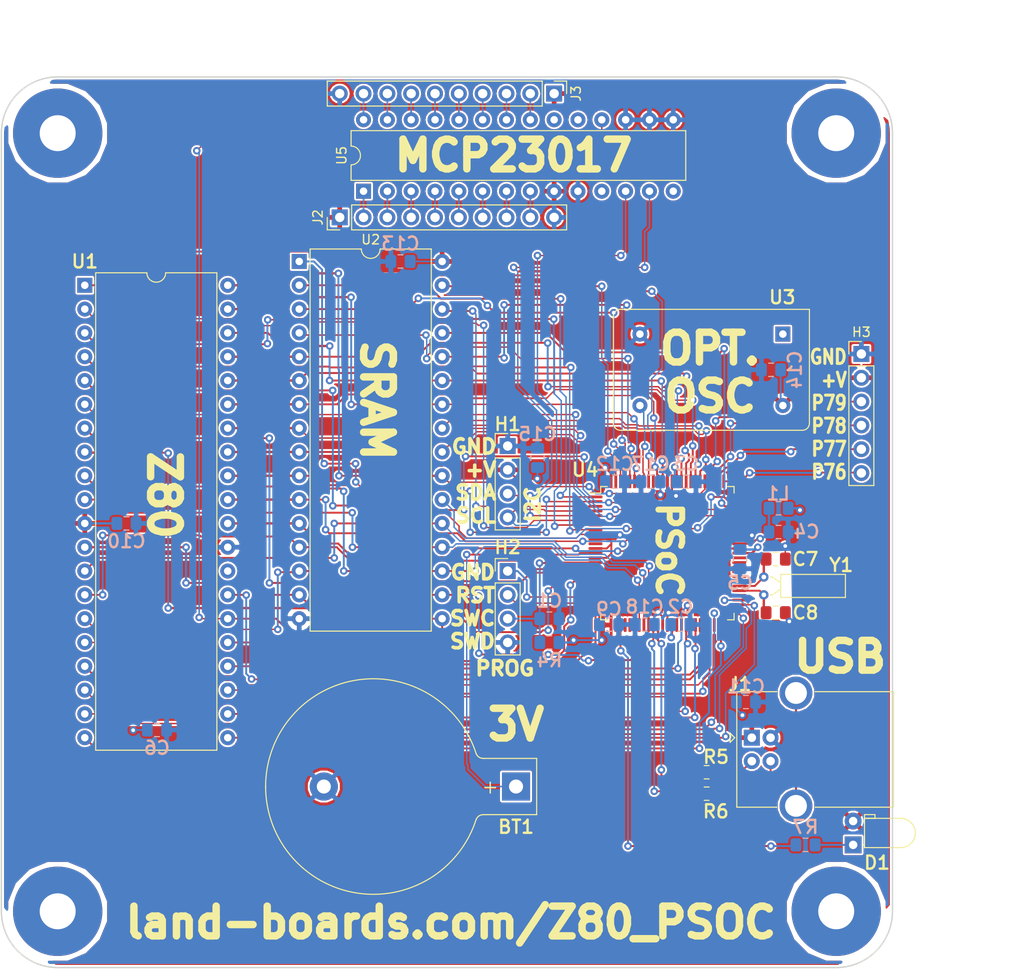
<source format=kicad_pcb>
(kicad_pcb (version 20171130) (host pcbnew "(5.0.2)-1")
  (layers (0 F.Cu signal) (31 B.Cu signal) (34 B.Paste user hide) (35 F.Paste user hide) (36 B.SilkS user hide) (37 F.SilkS user) (38 B.Mask user hide) (39 F.Mask user hide) (44 Edge.Cuts user))
  (net 0 "")
  (net 1 GND)
  (net 2 +5V)
  (net 3 "Net-(BT1-Pad1)")
  (net 4 "Net-(C1-Pad1)")
  (net 5 "Net-(C2-Pad1)")
  (net 6 "Net-(C3-Pad1)")
  (net 7 "Net-(C4-Pad1)")
  (net 8 "Net-(C5-Pad1)")
  (net 9 "Net-(C7-Pad2)")
  (net 10 "Net-(C8-Pad2)")
  (net 11 "Net-(D1-Pad1)")
  (net 12 "Net-(J1-Pad5)")
  (net 13 /USB-DM)
  (net 14 /USB-DP)
  (net 15 /~INT)
  (net 16 "Net-(R5-Pad2)")
  (net 17 "Net-(R6-Pad2)")
  (net 18 "Net-(R7-Pad2)")
  (net 19 /CPUA11)
  (net 20 /~CPURD)
  (net 21 /CPUA12)
  (net 22 /~CPUWR)
  (net 23 /CPUA13)
  (net 24 /~BUSACK)
  (net 25 /CPUA14)
  (net 26 /~WAIT)
  (net 27 /CPUA15)
  (net 28 /~BUSRQ)
  (net 29 /CPUCLK)
  (net 30 /~CPURST)
  (net 31 /CPUD4)
  (net 32 /~M1)
  (net 33 /CPUD3)
  (net 34 /CPUD5)
  (net 35 /CPUD6)
  (net 36 /CPUA0)
  (net 37 /CPUA1)
  (net 38 /CPUD2)
  (net 39 /CPUA2)
  (net 40 /CPUD7)
  (net 41 /CPUA3)
  (net 42 /CPUD0)
  (net 43 /CPUA4)
  (net 44 /CPUD1)
  (net 45 /CPUA5)
  (net 46 /CPUA6)
  (net 47 /~NMI)
  (net 48 /CPUA7)
  (net 49 /~HALT)
  (net 50 /CPUA8)
  (net 51 /~MREQ)
  (net 52 /CPUA9)
  (net 53 /~IORQ)
  (net 54 /CPUA10)
  (net 55 /SCL)
  (net 56 /SDA)
  (net 57 "Net-(U3-Pad8)")
  (net 58 /SWD)
  (net 59 /SWC)
  (net 60 /P76)
  (net 61 /P77)
  (net 62 /P78)
  (net 63 /P79)
  (net 64 /SRAMA16)
  (net 65 /SRAMA18)
  (net 66 /SRAMA17)
  (net 67 /~MEMRD)
  (net 68 /~MEMWR)
  (net 69 /~SRAMCS)
  (net 70 /SRAMA11)
  (net 71 /SRAMA12)
  (net 72 /SRAMA13)
  (net 73 /SRAMA14)
  (net 74 /SRAMA15)
  (net 75 "Net-(J2-Pad2)")
  (net 76 "Net-(J2-Pad3)")
  (net 77 "Net-(J2-Pad4)")
  (net 78 "Net-(J2-Pad5)")
  (net 79 "Net-(J2-Pad6)")
  (net 80 "Net-(J2-Pad7)")
  (net 81 "Net-(J2-Pad8)")
  (net 82 "Net-(J2-Pad9)")
  (net 83 "Net-(J3-Pad9)")
  (net 84 "Net-(J3-Pad8)")
  (net 85 "Net-(J3-Pad7)")
  (net 86 "Net-(J3-Pad6)")
  (net 87 "Net-(J3-Pad5)")
  (net 88 "Net-(J3-Pad4)")
  (net 89 "Net-(J3-Pad3)")
  (net 90 "Net-(J3-Pad2)")
  (module Battery:BatteryHolder_Keystone_103_1x20mm (layer F.Cu) (at 54.864 75.692 180)
    (fp_text reference BT1 (at 0 -4.3 180) (layer F.SilkS) (effects (font (size 1.397 1.397) (thickness 0.254))))
    (fp_text value Battery_Cell)
    (fp_text user + (at 2.75 0 180) (layer F.SilkS) (effects (font (size 1.5 1.5))))
    (pad 2 thru_hole circle (at 20.49 0 180) (size 3 3) (drill 1.5) (layers *.Cu *.Mask) (net 1 GND))
    (pad 1 thru_hole rect (at 0 0 180) (size 3 3) (drill 1.5) (layers *.Cu *.Mask) (net 3 "Net-(BT1-Pad1)"))
  )
  (module Capacitor_SMD:C_0805_2012Metric_Pad1.15x1.40mm_HandSolder (layer B.Cu) (at 58.42 57.785)
    (fp_text reference C1 (at 0 -1.905) (layer B.SilkS) (effects (font (size 1.397 1.397) (thickness 0.254)) (justify mirror)))
    (fp_text value 0.1uF)
    (pad 1 smd roundrect (at -1.025 0) (size 1.15 1.4) (layers B.Cu B.Paste B.Mask) (roundrect_rratio 0.217391) (net 4 "Net-(C1-Pad1)"))
    (pad 2 smd roundrect (at 1.025 0) (size 1.15 1.4) (layers B.Cu B.Paste B.Mask) (roundrect_rratio 0.217391) (net 1 GND))
  )
  (module Capacitor_SMD:C_0805_2012Metric_Pad1.15x1.40mm_HandSolder (layer B.Cu) (at 72.39 58.42)
    (fp_text reference C2 (at 0 -1.905) (layer B.SilkS) (effects (font (size 1.397 1.397) (thickness 0.254)) (justify mirror)))
    (fp_text value 1uF)
    (pad 1 smd roundrect (at -1.025 0) (size 1.15 1.4) (layers B.Cu B.Paste B.Mask) (roundrect_rratio 0.217391) (net 5 "Net-(C2-Pad1)"))
    (pad 2 smd roundrect (at 1.025 0) (size 1.15 1.4) (layers B.Cu B.Paste B.Mask) (roundrect_rratio 0.217391) (net 1 GND))
  )
  (module Capacitor_SMD:C_0805_2012Metric_Pad1.15x1.40mm_HandSolder (layer B.Cu) (at 73.025 43.18)
    (fp_text reference C3 (at 0 -1.905) (layer B.SilkS) (effects (font (size 1.397 1.397) (thickness 0.254)) (justify mirror)))
    (fp_text value 1uF)
    (pad 1 smd roundrect (at -1.025 0) (size 1.15 1.4) (layers B.Cu B.Paste B.Mask) (roundrect_rratio 0.217391) (net 6 "Net-(C3-Pad1)"))
    (pad 2 smd roundrect (at 1.025 0) (size 1.15 1.4) (layers B.Cu B.Paste B.Mask) (roundrect_rratio 0.217391) (net 1 GND))
  )
  (module Capacitor_SMD:C_0805_2012Metric_Pad1.15x1.40mm_HandSolder (layer B.Cu) (at 82.854145 48.544729)
    (fp_text reference C4 (at 2.997855 -0.030729 180) (layer B.SilkS) (effects (font (size 1.397 1.397) (thickness 0.254)) (justify mirror)))
    (fp_text value 1uF)
    (pad 2 smd roundrect (at 1.025 0) (size 1.15 1.4) (layers B.Cu B.Paste B.Mask) (roundrect_rratio 0.217391) (net 1 GND))
    (pad 1 smd roundrect (at -1.025 0) (size 1.15 1.4) (layers B.Cu B.Paste B.Mask) (roundrect_rratio 0.217391) (net 7 "Net-(C4-Pad1)"))
  )
  (module Capacitor_SMD:C_0805_2012Metric_Pad1.15x1.40mm_HandSolder (layer B.Cu) (at 78.74 51.435 270)
    (fp_text reference C5 (at 2.54 0 180) (layer B.SilkS) (effects (font (size 1.397 1.397) (thickness 0.254)) (justify mirror)))
    (fp_text value 1uF)
    (pad 2 smd roundrect (at 1.025 0 270) (size 1.15 1.4) (layers B.Cu B.Paste B.Mask) (roundrect_rratio 0.217391) (net 1 GND))
    (pad 1 smd roundrect (at -1.025 0 270) (size 1.15 1.4) (layers B.Cu B.Paste B.Mask) (roundrect_rratio 0.217391) (net 8 "Net-(C5-Pad1)"))
  )
  (module Capacitor_SMD:C_0805_2012Metric_Pad1.15x1.40mm_HandSolder (layer B.Cu) (at 16.5825 69.6595 180)
    (fp_text reference C6 (at 0 -1.905 180) (layer B.SilkS) (effects (font (size 1.397 1.397) (thickness 0.254)) (justify mirror)))
    (fp_text value 0.1uF)
    (pad 1 smd roundrect (at -1.025 0 180) (size 1.15 1.4) (layers B.Cu B.Paste B.Mask) (roundrect_rratio 0.217391) (net 1 GND))
    (pad 2 smd roundrect (at 1.025 0 180) (size 1.15 1.4) (layers B.Cu B.Paste B.Mask) (roundrect_rratio 0.217391) (net 2 +5V))
  )
  (module Capacitor_SMD:C_0805_2012Metric_Pad1.15x1.40mm_HandSolder (layer F.Cu) (at 82.55 51.435 180)
    (fp_text reference C7 (at -3.175 0 180) (layer F.SilkS) (effects (font (size 1.397 1.397) (thickness 0.254))))
    (fp_text value 10pF)
    (pad 2 smd roundrect (at 1.025 0 180) (size 1.15 1.4) (layers F.Cu F.Paste F.Mask) (roundrect_rratio 0.217391) (net 9 "Net-(C7-Pad2)"))
    (pad 1 smd roundrect (at -1.025 0 180) (size 1.15 1.4) (layers F.Cu F.Paste F.Mask) (roundrect_rratio 0.217391) (net 1 GND))
  )
  (module Capacitor_SMD:C_0805_2012Metric_Pad1.15x1.40mm_HandSolder (layer F.Cu) (at 82.55 57.15 180)
    (fp_text reference C8 (at -3.175 0 180) (layer F.SilkS) (effects (font (size 1.397 1.397) (thickness 0.254))))
    (fp_text value 10pF)
    (pad 1 smd roundrect (at -1.025 0 180) (size 1.15 1.4) (layers F.Cu F.Paste F.Mask) (roundrect_rratio 0.217391) (net 1 GND))
    (pad 2 smd roundrect (at 1.025 0 180) (size 1.15 1.4) (layers F.Cu F.Paste F.Mask) (roundrect_rratio 0.217391) (net 10 "Net-(C8-Pad2)"))
  )
  (module Capacitor_SMD:C_0805_2012Metric_Pad1.15x1.40mm_HandSolder (layer B.Cu) (at 64.77 58.42 180)
    (fp_text reference C9 (at 0 1.65 180) (layer B.SilkS) (effects (font (size 1.397 1.397) (thickness 0.254)) (justify mirror)))
    (fp_text value 0.1uF)
    (pad 2 smd roundrect (at 1.025 0 180) (size 1.15 1.4) (layers B.Cu B.Paste B.Mask) (roundrect_rratio 0.217391) (net 2 +5V))
    (pad 1 smd roundrect (at -1.025 0 180) (size 1.15 1.4) (layers B.Cu B.Paste B.Mask) (roundrect_rratio 0.217391) (net 1 GND))
  )
  (module Capacitor_SMD:C_0805_2012Metric_Pad1.15x1.40mm_HandSolder (layer B.Cu) (at 13.335 47.625 180)
    (fp_text reference C10 (at 0 -1.905 180) (layer B.SilkS) (effects (font (size 1.397 1.397) (thickness 0.254)) (justify mirror)))
    (fp_text value 0.1uF)
    (pad 1 smd roundrect (at -1.025 0 180) (size 1.15 1.4) (layers B.Cu B.Paste B.Mask) (roundrect_rratio 0.217391) (net 1 GND))
    (pad 2 smd roundrect (at 1.025 0 180) (size 1.15 1.4) (layers B.Cu B.Paste B.Mask) (roundrect_rratio 0.217391) (net 2 +5V))
  )
  (module Capacitor_SMD:C_0805_2012Metric_Pad1.15x1.40mm_HandSolder (layer B.Cu) (at 79.375 66.675 180)
    (fp_text reference C11 (at 0 1.65 180) (layer B.SilkS) (effects (font (size 1.397 1.397) (thickness 0.254)) (justify mirror)))
    (fp_text value 0.1uF)
    (pad 2 smd roundrect (at 1.025 0 180) (size 1.15 1.4) (layers B.Cu B.Paste B.Mask) (roundrect_rratio 0.217391) (net 2 +5V))
    (pad 1 smd roundrect (at -1.025 0 180) (size 1.15 1.4) (layers B.Cu B.Paste B.Mask) (roundrect_rratio 0.217391) (net 1 GND))
  )
  (module Capacitor_SMD:C_0805_2012Metric_Pad1.15x1.40mm_HandSolder (layer B.Cu) (at 65.405 43.18 180)
    (fp_text reference C12 (at 0 1.905 180) (layer B.SilkS) (effects (font (size 1.397 1.397) (thickness 0.254)) (justify mirror)))
    (fp_text value 0.1uF)
    (pad 1 smd roundrect (at -1.025 0 180) (size 1.15 1.4) (layers B.Cu B.Paste B.Mask) (roundrect_rratio 0.217391) (net 1 GND))
    (pad 2 smd roundrect (at 1.025 0 180) (size 1.15 1.4) (layers B.Cu B.Paste B.Mask) (roundrect_rratio 0.217391) (net 2 +5V))
  )
  (module Capacitor_SMD:C_0805_2012Metric_Pad1.15x1.40mm_HandSolder (layer B.Cu) (at 42.545 19.685)
    (fp_text reference C13 (at 0 -1.905) (layer B.SilkS) (effects (font (size 1.397 1.397) (thickness 0.254)) (justify mirror)))
    (fp_text value 0.1uF)
    (pad 2 smd roundrect (at 1.025 0) (size 1.15 1.4) (layers B.Cu B.Paste B.Mask) (roundrect_rratio 0.217391) (net 2 +5V))
    (pad 1 smd roundrect (at -1.025 0) (size 1.15 1.4) (layers B.Cu B.Paste B.Mask) (roundrect_rratio 0.217391) (net 1 GND))
  )
  (module Capacitor_SMD:C_0805_2012Metric_Pad1.15x1.40mm_HandSolder (layer B.Cu) (at 82.051 31.242)
    (fp_text reference C14 (at 2.54 0 -90) (layer B.SilkS) (effects (font (size 1.397 1.397) (thickness 0.254)) (justify mirror)))
    (fp_text value 0.1uF)
    (pad 1 smd roundrect (at -1.025 0) (size 1.15 1.4) (layers B.Cu B.Paste B.Mask) (roundrect_rratio 0.217391) (net 1 GND))
    (pad 2 smd roundrect (at 1.025 0) (size 1.15 1.4) (layers B.Cu B.Paste B.Mask) (roundrect_rratio 0.217391) (net 2 +5V))
  )
  (module Capacitor_SMD:C_0805_2012Metric_Pad1.15x1.40mm_HandSolder (layer B.Cu) (at 57.15 40.64 270)
    (fp_text reference C15 (at -2.54 0) (layer B.SilkS) (effects (font (size 1.397 1.397) (thickness 0.254)) (justify mirror)))
    (fp_text value 0.1uF)
    (pad 2 smd roundrect (at 1.025 0 270) (size 1.15 1.4) (layers B.Cu B.Paste B.Mask) (roundrect_rratio 0.217391) (net 2 +5V))
    (pad 1 smd roundrect (at -1.025 0 270) (size 1.15 1.4) (layers B.Cu B.Paste B.Mask) (roundrect_rratio 0.217391) (net 1 GND))
  )
  (module Capacitor_SMD:C_0805_2012Metric_Pad1.15x1.40mm_HandSolder (layer B.Cu) (at 69.215 43.18)
    (fp_text reference C17 (at 0 -1.905) (layer B.SilkS) (effects (font (size 1.397 1.397) (thickness 0.254)) (justify mirror)))
    (fp_text value 0.1uF)
    (pad 2 smd roundrect (at 1.025 0) (size 1.15 1.4) (layers B.Cu B.Paste B.Mask) (roundrect_rratio 0.217391) (net 2 +5V))
    (pad 1 smd roundrect (at -1.025 0) (size 1.15 1.4) (layers B.Cu B.Paste B.Mask) (roundrect_rratio 0.217391) (net 1 GND))
  )
  (module Capacitor_SMD:C_0805_2012Metric_Pad1.15x1.40mm_HandSolder (layer B.Cu) (at 68.58 58.42)
    (fp_text reference C18 (at 0 -1.905) (layer B.SilkS) (effects (font (size 1.397 1.397) (thickness 0.254)) (justify mirror)))
    (fp_text value 0.1uF)
    (pad 1 smd roundrect (at -1.025 0) (size 1.15 1.4) (layers B.Cu B.Paste B.Mask) (roundrect_rratio 0.217391) (net 1 GND))
    (pad 2 smd roundrect (at 1.025 0) (size 1.15 1.4) (layers B.Cu B.Paste B.Mask) (roundrect_rratio 0.217391) (net 2 +5V))
  )
  (module LED_THT:LED_D3.0mm_Horizontal_O1.27mm_Z2.0mm (layer F.Cu) (at 90.805 81.915 90)
    (fp_text reference D1 (at -1.905 2.54 180) (layer F.SilkS) (effects (font (size 1.397 1.397) (thickness 0.254))))
    (fp_text value LED_Small_ALT)
    (pad 1 thru_hole rect (at 0 0 90) (size 1.8 1.8) (drill 0.9) (layers *.Cu *.Mask) (net 11 "Net-(D1-Pad1)"))
    (pad 2 thru_hole circle (at 2.54 0 90) (size 1.8 1.8) (drill 0.9) (layers *.Cu *.Mask) (net 2 +5V))
  )
  (module Connector_PinHeader_2.54mm:PinHeader_1x04_P2.54mm_Vertical (layer F.Cu) (at 53.975 52.705)
    (fp_text reference H2 (at 0 -2.54) (layer F.SilkS) (effects (font (size 1.397 1.397) (thickness 0.254))))
    (fp_text value Conn_01x04)
    (pad 1 thru_hole rect (at 0 0) (size 1.7 1.7) (drill 1) (layers *.Cu *.Mask) (net 58 /SWD))
    (pad 2 thru_hole oval (at 0 2.54) (size 1.7 1.7) (drill 1) (layers *.Cu *.Mask) (net 59 /SWC))
    (pad 3 thru_hole oval (at 0 5.08) (size 1.7 1.7) (drill 1) (layers *.Cu *.Mask) (net 4 "Net-(C1-Pad1)"))
    (pad 4 thru_hole oval (at 0 7.62) (size 1.7 1.7) (drill 1) (layers *.Cu *.Mask) (net 1 GND))
  )
  (module Connector_USB:USB_B_OST_USB-B1HSxx_Horizontal (layer F.Cu) (at 80 70.485)
    (fp_text reference J1 (at -1.26 -5.715) (layer F.SilkS) (effects (font (size 1.397 1.397) (thickness 0.254))))
    (fp_text value USB_B)
    (pad 1 thru_hole rect (at 0 0) (size 1.7 1.7) (drill 0.92) (layers *.Cu *.Mask) (net 2 +5V))
    (pad 2 thru_hole circle (at 0 2.5) (size 1.7 1.7) (drill 0.92) (layers *.Cu *.Mask) (net 13 /USB-DM))
    (pad 3 thru_hole circle (at 2 2.5) (size 1.7 1.7) (drill 0.92) (layers *.Cu *.Mask) (net 14 /USB-DP))
    (pad 4 thru_hole circle (at 2 0) (size 1.7 1.7) (drill 0.92) (layers *.Cu *.Mask) (net 1 GND))
    (pad 5 thru_hole circle (at 4.71 -4.77) (size 3.5 3.5) (drill 2.33) (layers *.Cu *.Mask) (net 12 "Net-(J1-Pad5)"))
    (pad 5 thru_hole circle (at 4.71 7.27) (size 3.5 3.5) (drill 2.33) (layers *.Cu *.Mask) (net 12 "Net-(J1-Pad5)"))
  )
  (module Inductor_SMD:L_0805_2012Metric_Pad1.15x1.40mm_HandSolder (layer B.Cu) (at 82.854145 46.004729)
    (fp_text reference L1 (at -0.050145 -1.554729) (layer B.SilkS) (effects (font (size 1.397 1.397) (thickness 0.254)) (justify mirror)))
    (fp_text value ChipInd)
    (pad 1 smd roundrect (at -1.025 0) (size 1.15 1.4) (layers B.Cu B.Paste B.Mask) (roundrect_rratio 0.217391) (net 7 "Net-(C4-Pad1)"))
    (pad 2 smd roundrect (at 1.025 0) (size 1.15 1.4) (layers B.Cu B.Paste B.Mask) (roundrect_rratio 0.217391) (net 2 +5V))
  )
  (module Resistor_SMD:R_0805_2012Metric_Pad1.15x1.40mm_HandSolder (layer B.Cu) (at 58.42 60.325 180)
    (fp_text reference R4 (at 0 -1.905 180) (layer B.SilkS) (effects (font (size 1.397 1.397) (thickness 0.254)) (justify mirror)))
    (fp_text value 3.9K)
    (pad 2 smd roundrect (at 1.025 0 180) (size 1.15 1.4) (layers B.Cu B.Paste B.Mask) (roundrect_rratio 0.217391) (net 4 "Net-(C1-Pad1)"))
    (pad 1 smd roundrect (at -1.025 0 180) (size 1.15 1.4) (layers B.Cu B.Paste B.Mask) (roundrect_rratio 0.217391) (net 2 +5V))
  )
  (module Resistor_SMD:R_0805_2012Metric_Pad1.15x1.40mm_HandSolder (layer F.Cu) (at 75.184 74.168 180)
    (fp_text reference R5 (at -1.0033 1.6383) (layer F.SilkS) (effects (font (size 1.397 1.397) (thickness 0.254))))
    (fp_text value 22)
    (pad 2 smd roundrect (at 1.025 0 180) (size 1.15 1.4) (layers F.Cu F.Paste F.Mask) (roundrect_rratio 0.217391) (net 16 "Net-(R5-Pad2)"))
    (pad 1 smd roundrect (at -1.025 0 180) (size 1.15 1.4) (layers F.Cu F.Paste F.Mask) (roundrect_rratio 0.217391) (net 13 /USB-DM))
  )
  (module Resistor_SMD:R_0805_2012Metric_Pad1.15x1.40mm_HandSolder (layer F.Cu) (at 75.184 76.454 180)
    (fp_text reference R6 (at -0.9779 -1.8923) (layer F.SilkS) (effects (font (size 1.397 1.397) (thickness 0.254))))
    (fp_text value 22)
    (pad 1 smd roundrect (at -1.025 0 180) (size 1.15 1.4) (layers F.Cu F.Paste F.Mask) (roundrect_rratio 0.217391) (net 14 /USB-DP))
    (pad 2 smd roundrect (at 1.025 0 180) (size 1.15 1.4) (layers F.Cu F.Paste F.Mask) (roundrect_rratio 0.217391) (net 17 "Net-(R6-Pad2)"))
  )
  (module Resistor_SMD:R_0805_2012Metric_Pad1.15x1.40mm_HandSolder (layer B.Cu) (at 85.725 81.915 180)
    (fp_text reference R7 (at 0 1.905 180) (layer B.SilkS) (effects (font (size 1.397 1.397) (thickness 0.254)) (justify mirror)))
    (fp_text value 330)
    (pad 2 smd roundrect (at 1.025 0 180) (size 1.15 1.4) (layers B.Cu B.Paste B.Mask) (roundrect_rratio 0.217391) (net 18 "Net-(R7-Pad2)"))
    (pad 1 smd roundrect (at -1.025 0 180) (size 1.15 1.4) (layers B.Cu B.Paste B.Mask) (roundrect_rratio 0.217391) (net 11 "Net-(D1-Pad1)"))
  )
  (module Package_DIP:DIP-40_W15.24mm (layer F.Cu) (at 8.89 22.225)
    (fp_text reference U1 (at 0 -2.54) (layer F.SilkS) (effects (font (size 1.397 1.397) (thickness 0.254))))
    (fp_text value Z80CPU)
    (pad 1 thru_hole rect (at 0 0) (size 1.6 1.6) (drill 0.8) (layers *.Cu *.Mask) (net 19 /CPUA11))
    (pad 21 thru_hole oval (at 15.24 48.26) (size 1.6 1.6) (drill 0.8) (layers *.Cu *.Mask) (net 20 /~CPURD))
    (pad 2 thru_hole oval (at 0 2.54) (size 1.6 1.6) (drill 0.8) (layers *.Cu *.Mask) (net 21 /CPUA12))
    (pad 22 thru_hole oval (at 15.24 45.72) (size 1.6 1.6) (drill 0.8) (layers *.Cu *.Mask) (net 22 /~CPUWR))
    (pad 3 thru_hole oval (at 0 5.08) (size 1.6 1.6) (drill 0.8) (layers *.Cu *.Mask) (net 23 /CPUA13))
    (pad 23 thru_hole oval (at 15.24 43.18) (size 1.6 1.6) (drill 0.8) (layers *.Cu *.Mask) (net 24 /~BUSACK))
    (pad 4 thru_hole oval (at 0 7.62) (size 1.6 1.6) (drill 0.8) (layers *.Cu *.Mask) (net 25 /CPUA14))
    (pad 24 thru_hole oval (at 15.24 40.64) (size 1.6 1.6) (drill 0.8) (layers *.Cu *.Mask) (net 26 /~WAIT))
    (pad 5 thru_hole oval (at 0 10.16) (size 1.6 1.6) (drill 0.8) (layers *.Cu *.Mask) (net 27 /CPUA15))
    (pad 25 thru_hole oval (at 15.24 38.1) (size 1.6 1.6) (drill 0.8) (layers *.Cu *.Mask) (net 28 /~BUSRQ))
    (pad 6 thru_hole oval (at 0 12.7) (size 1.6 1.6) (drill 0.8) (layers *.Cu *.Mask) (net 29 /CPUCLK))
    (pad 26 thru_hole oval (at 15.24 35.56) (size 1.6 1.6) (drill 0.8) (layers *.Cu *.Mask) (net 30 /~CPURST))
    (pad 7 thru_hole oval (at 0 15.24) (size 1.6 1.6) (drill 0.8) (layers *.Cu *.Mask) (net 31 /CPUD4))
    (pad 27 thru_hole oval (at 15.24 33.02) (size 1.6 1.6) (drill 0.8) (layers *.Cu *.Mask) (net 32 /~M1))
    (pad 8 thru_hole oval (at 0 17.78) (size 1.6 1.6) (drill 0.8) (layers *.Cu *.Mask) (net 33 /CPUD3))
    (pad 28 thru_hole oval (at 15.24 30.48) (size 1.6 1.6) (drill 0.8) (layers *.Cu *.Mask))
    (pad 9 thru_hole oval (at 0 20.32) (size 1.6 1.6) (drill 0.8) (layers *.Cu *.Mask) (net 34 /CPUD5))
    (pad 29 thru_hole oval (at 15.24 27.94) (size 1.6 1.6) (drill 0.8) (layers *.Cu *.Mask) (net 1 GND))
    (pad 10 thru_hole oval (at 0 22.86) (size 1.6 1.6) (drill 0.8) (layers *.Cu *.Mask) (net 35 /CPUD6))
    (pad 30 thru_hole oval (at 15.24 25.4) (size 1.6 1.6) (drill 0.8) (layers *.Cu *.Mask) (net 36 /CPUA0))
    (pad 11 thru_hole oval (at 0 25.4) (size 1.6 1.6) (drill 0.8) (layers *.Cu *.Mask) (net 2 +5V))
    (pad 31 thru_hole oval (at 15.24 22.86) (size 1.6 1.6) (drill 0.8) (layers *.Cu *.Mask) (net 37 /CPUA1))
    (pad 12 thru_hole oval (at 0 27.94) (size 1.6 1.6) (drill 0.8) (layers *.Cu *.Mask) (net 38 /CPUD2))
    (pad 32 thru_hole oval (at 15.24 20.32) (size 1.6 1.6) (drill 0.8) (layers *.Cu *.Mask) (net 39 /CPUA2))
    (pad 13 thru_hole oval (at 0 30.48) (size 1.6 1.6) (drill 0.8) (layers *.Cu *.Mask) (net 40 /CPUD7))
    (pad 33 thru_hole oval (at 15.24 17.78) (size 1.6 1.6) (drill 0.8) (layers *.Cu *.Mask) (net 41 /CPUA3))
    (pad 14 thru_hole oval (at 0 33.02) (size 1.6 1.6) (drill 0.8) (layers *.Cu *.Mask) (net 42 /CPUD0))
    (pad 34 thru_hole oval (at 15.24 15.24) (size 1.6 1.6) (drill 0.8) (layers *.Cu *.Mask) (net 43 /CPUA4))
    (pad 15 thru_hole oval (at 0 35.56) (size 1.6 1.6) (drill 0.8) (layers *.Cu *.Mask) (net 44 /CPUD1))
    (pad 35 thru_hole oval (at 15.24 12.7) (size 1.6 1.6) (drill 0.8) (layers *.Cu *.Mask) (net 45 /CPUA5))
    (pad 16 thru_hole oval (at 0 38.1) (size 1.6 1.6) (drill 0.8) (layers *.Cu *.Mask) (net 15 /~INT))
    (pad 36 thru_hole oval (at 15.24 10.16) (size 1.6 1.6) (drill 0.8) (layers *.Cu *.Mask) (net 46 /CPUA6))
    (pad 17 thru_hole oval (at 0 40.64) (size 1.6 1.6) (drill 0.8) (layers *.Cu *.Mask) (net 47 /~NMI))
    (pad 37 thru_hole oval (at 15.24 7.62) (size 1.6 1.6) (drill 0.8) (layers *.Cu *.Mask) (net 48 /CPUA7))
    (pad 18 thru_hole oval (at 0 43.18) (size 1.6 1.6) (drill 0.8) (layers *.Cu *.Mask) (net 49 /~HALT))
    (pad 38 thru_hole oval (at 15.24 5.08) (size 1.6 1.6) (drill 0.8) (layers *.Cu *.Mask) (net 50 /CPUA8))
    (pad 19 thru_hole oval (at 0 45.72) (size 1.6 1.6) (drill 0.8) (layers *.Cu *.Mask) (net 51 /~MREQ))
    (pad 39 thru_hole oval (at 15.24 2.54) (size 1.6 1.6) (drill 0.8) (layers *.Cu *.Mask) (net 52 /CPUA9))
    (pad 20 thru_hole oval (at 0 48.26) (size 1.6 1.6) (drill 0.8) (layers *.Cu *.Mask) (net 53 /~IORQ))
    (pad 40 thru_hole oval (at 15.24 0) (size 1.6 1.6) (drill 0.8) (layers *.Cu *.Mask) (net 54 /CPUA10))
  )
  (module Package_QFP:TQFP-100_14x14mm_P0.5mm (layer F.Cu) (at 71 50.8)
    (fp_text reference U4 (at -8.77 -8.89) (layer F.SilkS) (effects (font (size 1.397 1.397) (thickness 0.254))))
    (fp_text value CY8C5267AXI-LP051)
    (pad 1 smd roundrect (at -7.6625 -6) (size 1.475 0.3) (layers F.Cu F.Paste F.Mask) (net 64 /SRAMA16))
    (pad 2 smd roundrect (at -7.6625 -5.5) (size 1.475 0.3) (layers F.Cu F.Paste F.Mask) (net 65 /SRAMA18))
    (pad 3 smd roundrect (at -7.6625 -5) (size 1.475 0.3) (layers F.Cu F.Paste F.Mask) (net 66 /SRAMA17))
    (pad 4 smd roundrect (at -7.6625 -4.5) (size 1.475 0.3) (layers F.Cu F.Paste F.Mask) (net 55 /SCL))
    (pad 5 smd roundrect (at -7.6625 -4) (size 1.475 0.3) (layers F.Cu F.Paste F.Mask) (net 56 /SDA))
    (pad 6 smd roundrect (at -7.6625 -3.5) (size 1.475 0.3) (layers F.Cu F.Paste F.Mask) (net 21 /CPUA12))
    (pad 7 smd roundrect (at -7.6625 -3) (size 1.475 0.3) (layers F.Cu F.Paste F.Mask) (net 23 /CPUA13))
    (pad 8 smd roundrect (at -7.6625 -2.5) (size 1.475 0.3) (layers F.Cu F.Paste F.Mask) (net 25 /CPUA14))
    (pad 9 smd roundrect (at -7.6625 -2) (size 1.475 0.3) (layers F.Cu F.Paste F.Mask) (net 27 /CPUA15))
    (pad 10 smd roundrect (at -7.6625 -1.5) (size 1.475 0.3) (layers F.Cu F.Paste F.Mask) (net 1 GND))
    (pad 11 smd roundrect (at -7.6625 -1) (size 1.475 0.3) (layers F.Cu F.Paste F.Mask))
    (pad 12 smd roundrect (at -7.6625 -0.5) (size 1.475 0.3) (layers F.Cu F.Paste F.Mask) (net 1 GND))
    (pad 13 smd roundrect (at -7.6625 0) (size 1.475 0.3) (layers F.Cu F.Paste F.Mask) (net 3 "Net-(BT1-Pad1)"))
    (pad 14 smd roundrect (at -7.6625 0.5) (size 1.475 0.3) (layers F.Cu F.Paste F.Mask) (net 1 GND))
    (pad 15 smd roundrect (at -7.6625 1) (size 1.475 0.3) (layers F.Cu F.Paste F.Mask) (net 4 "Net-(C1-Pad1)"))
    (pad 16 smd roundrect (at -7.6625 1.5) (size 1.475 0.3) (layers F.Cu F.Paste F.Mask) (net 42 /CPUD0))
    (pad 17 smd roundrect (at -7.6625 2) (size 1.475 0.3) (layers F.Cu F.Paste F.Mask) (net 44 /CPUD1))
    (pad 18 smd roundrect (at -7.6625 2.5) (size 1.475 0.3) (layers F.Cu F.Paste F.Mask) (net 38 /CPUD2))
    (pad 19 smd roundrect (at -7.6625 3) (size 1.475 0.3) (layers F.Cu F.Paste F.Mask) (net 33 /CPUD3))
    (pad 20 smd roundrect (at -7.6625 3.5) (size 1.475 0.3) (layers F.Cu F.Paste F.Mask) (net 58 /SWD))
    (pad 21 smd roundrect (at -7.6625 4) (size 1.475 0.3) (layers F.Cu F.Paste F.Mask) (net 59 /SWC))
    (pad 22 smd roundrect (at -7.6625 4.5) (size 1.475 0.3) (layers F.Cu F.Paste F.Mask))
    (pad 23 smd roundrect (at -7.6625 5) (size 1.475 0.3) (layers F.Cu F.Paste F.Mask))
    (pad 24 smd roundrect (at -7.6625 5.5) (size 1.475 0.3) (layers F.Cu F.Paste F.Mask))
    (pad 25 smd roundrect (at -7.6625 6) (size 1.475 0.3) (layers F.Cu F.Paste F.Mask) (net 30 /~CPURST))
    (pad 26 smd roundrect (at -6 7.6625) (size 0.3 1.475) (layers F.Cu F.Paste F.Mask) (net 2 +5V))
    (pad 27 smd roundrect (at -5.5 7.6625) (size 0.3 1.475) (layers F.Cu F.Paste F.Mask))
    (pad 28 smd roundrect (at -5 7.6625) (size 0.3 1.475) (layers F.Cu F.Paste F.Mask) (net 18 "Net-(R7-Pad2)"))
    (pad 29 smd roundrect (at -4.5 7.6625) (size 0.3 1.475) (layers F.Cu F.Paste F.Mask))
    (pad 30 smd roundrect (at -4 7.6625) (size 0.3 1.475) (layers F.Cu F.Paste F.Mask))
    (pad 31 smd roundrect (at -3.5 7.6625) (size 0.3 1.475) (layers F.Cu F.Paste F.Mask) (net 31 /CPUD4))
    (pad 32 smd roundrect (at -3 7.6625) (size 0.3 1.475) (layers F.Cu F.Paste F.Mask) (net 34 /CPUD5))
    (pad 33 smd roundrect (at -2.5 7.6625) (size 0.3 1.475) (layers F.Cu F.Paste F.Mask) (net 35 /CPUD6))
    (pad 34 smd roundrect (at -2 7.6625) (size 0.3 1.475) (layers F.Cu F.Paste F.Mask) (net 40 /CPUD7))
    (pad 35 smd roundrect (at -1.5 7.6625) (size 0.3 1.475) (layers F.Cu F.Paste F.Mask) (net 17 "Net-(R6-Pad2)"))
    (pad 36 smd roundrect (at -1 7.6625) (size 0.3 1.475) (layers F.Cu F.Paste F.Mask) (net 16 "Net-(R5-Pad2)"))
    (pad 37 smd roundrect (at -0.5 7.6625) (size 0.3 1.475) (layers F.Cu F.Paste F.Mask) (net 2 +5V))
    (pad 38 smd roundrect (at 0 7.6625) (size 0.3 1.475) (layers F.Cu F.Paste F.Mask) (net 1 GND))
    (pad 39 smd roundrect (at 0.5 7.6625) (size 0.3 1.475) (layers F.Cu F.Paste F.Mask) (net 5 "Net-(C2-Pad1)"))
    (pad 40 smd roundrect (at 1 7.6625) (size 0.3 1.475) (layers F.Cu F.Paste F.Mask))
    (pad 41 smd roundrect (at 1.5 7.6625) (size 0.3 1.475) (layers F.Cu F.Paste F.Mask))
    (pad 42 smd roundrect (at 2 7.6625) (size 0.3 1.475) (layers F.Cu F.Paste F.Mask) (net 24 /~BUSACK))
    (pad 43 smd roundrect (at 2.5 7.6625) (size 0.3 1.475) (layers F.Cu F.Paste F.Mask) (net 28 /~BUSRQ))
    (pad 44 smd roundrect (at 3 7.6625) (size 0.3 1.475) (layers F.Cu F.Paste F.Mask) (net 49 /~HALT))
    (pad 45 smd roundrect (at 3.5 7.6625) (size 0.3 1.475) (layers F.Cu F.Paste F.Mask) (net 26 /~WAIT))
    (pad 46 smd roundrect (at 4 7.6625) (size 0.3 1.475) (layers F.Cu F.Paste F.Mask) (net 32 /~M1))
    (pad 47 smd roundrect (at 4.5 7.6625) (size 0.3 1.475) (layers F.Cu F.Paste F.Mask) (net 15 /~INT))
    (pad 48 smd roundrect (at 5 7.6625) (size 0.3 1.475) (layers F.Cu F.Paste F.Mask) (net 47 /~NMI))
    (pad 49 smd roundrect (at 5.5 7.6625) (size 0.3 1.475) (layers F.Cu F.Paste F.Mask) (net 53 /~IORQ))
    (pad 50 smd roundrect (at 6 7.6625) (size 0.3 1.475) (layers F.Cu F.Paste F.Mask) (net 2 +5V))
    (pad 51 smd roundrect (at 7.6625 6) (size 1.475 0.3) (layers F.Cu F.Paste F.Mask) (net 22 /~CPUWR))
    (pad 52 smd roundrect (at 7.6625 5.5) (size 1.475 0.3) (layers F.Cu F.Paste F.Mask) (net 20 /~CPURD))
    (pad 53 smd roundrect (at 7.6625 5) (size 1.475 0.3) (layers F.Cu F.Paste F.Mask) (net 51 /~MREQ))
    (pad 54 smd roundrect (at 7.6625 4.5) (size 1.475 0.3) (layers F.Cu F.Paste F.Mask))
    (pad 55 smd roundrect (at 7.6625 4) (size 1.475 0.3) (layers F.Cu F.Paste F.Mask) (net 10 "Net-(C8-Pad2)"))
    (pad 56 smd roundrect (at 7.6625 3.5) (size 1.475 0.3) (layers F.Cu F.Paste F.Mask) (net 9 "Net-(C7-Pad2)"))
    (pad 57 smd roundrect (at 7.6625 3) (size 1.475 0.3) (layers F.Cu F.Paste F.Mask))
    (pad 58 smd roundrect (at 7.6625 2.5) (size 1.475 0.3) (layers F.Cu F.Paste F.Mask))
    (pad 59 smd roundrect (at 7.6625 2) (size 1.475 0.3) (layers F.Cu F.Paste F.Mask))
    (pad 60 smd roundrect (at 7.6625 1.5) (size 1.475 0.3) (layers F.Cu F.Paste F.Mask))
    (pad 61 smd roundrect (at 7.6625 1) (size 1.475 0.3) (layers F.Cu F.Paste F.Mask))
    (pad 62 smd roundrect (at 7.6625 0.5) (size 1.475 0.3) (layers F.Cu F.Paste F.Mask))
    (pad 63 smd roundrect (at 7.6625 0) (size 1.475 0.3) (layers F.Cu F.Paste F.Mask) (net 8 "Net-(C5-Pad1)"))
    (pad 64 smd roundrect (at 7.6625 -0.5) (size 1.475 0.3) (layers F.Cu F.Paste F.Mask) (net 1 GND))
    (pad 65 smd roundrect (at 7.6625 -1) (size 1.475 0.3) (layers F.Cu F.Paste F.Mask) (net 7 "Net-(C4-Pad1)"))
    (pad 66 smd roundrect (at 7.6625 -1.5) (size 1.475 0.3) (layers F.Cu F.Paste F.Mask) (net 1 GND))
    (pad 67 smd roundrect (at 7.6625 -2) (size 1.475 0.3) (layers F.Cu F.Paste F.Mask))
    (pad 68 smd roundrect (at 7.6625 -2.5) (size 1.475 0.3) (layers F.Cu F.Paste F.Mask))
    (pad 69 smd roundrect (at 7.6625 -3) (size 1.475 0.3) (layers F.Cu F.Paste F.Mask) (net 36 /CPUA0))
    (pad 70 smd roundrect (at 7.6625 -3.5) (size 1.475 0.3) (layers F.Cu F.Paste F.Mask) (net 37 /CPUA1))
    (pad 71 smd roundrect (at 7.6625 -4) (size 1.475 0.3) (layers F.Cu F.Paste F.Mask) (net 29 /CPUCLK))
    (pad 72 smd roundrect (at 7.6625 -4.5) (size 1.475 0.3) (layers F.Cu F.Paste F.Mask) (net 67 /~MEMRD))
    (pad 73 smd roundrect (at 7.6625 -5) (size 1.475 0.3) (layers F.Cu F.Paste F.Mask) (net 68 /~MEMWR))
    (pad 74 smd roundrect (at 7.6625 -5.5) (size 1.475 0.3) (layers F.Cu F.Paste F.Mask) (net 69 /~SRAMCS))
    (pad 75 smd roundrect (at 7.6625 -6) (size 1.475 0.3) (layers F.Cu F.Paste F.Mask) (net 2 +5V))
    (pad 76 smd roundrect (at 6 -7.6625) (size 0.3 1.475) (layers F.Cu F.Paste F.Mask) (net 60 /P76))
    (pad 77 smd roundrect (at 5.5 -7.6625) (size 0.3 1.475) (layers F.Cu F.Paste F.Mask) (net 61 /P77))
    (pad 78 smd roundrect (at 5 -7.6625) (size 0.3 1.475) (layers F.Cu F.Paste F.Mask) (net 62 /P78))
    (pad 79 smd roundrect (at 4.5 -7.6625) (size 0.3 1.475) (layers F.Cu F.Paste F.Mask) (net 63 /P79))
    (pad 80 smd roundrect (at 4 -7.6625) (size 0.3 1.475) (layers F.Cu F.Paste F.Mask) (net 39 /CPUA2))
    (pad 81 smd roundrect (at 3.5 -7.6625) (size 0.3 1.475) (layers F.Cu F.Paste F.Mask) (net 41 /CPUA3))
    (pad 82 smd roundrect (at 3 -7.6625) (size 0.3 1.475) (layers F.Cu F.Paste F.Mask) (net 43 /CPUA4))
    (pad 83 smd roundrect (at 2.5 -7.6625) (size 0.3 1.475) (layers F.Cu F.Paste F.Mask) (net 45 /CPUA5))
    (pad 84 smd roundrect (at 2 -7.6625) (size 0.3 1.475) (layers F.Cu F.Paste F.Mask) (net 46 /CPUA6))
    (pad 85 smd roundrect (at 1.5 -7.6625) (size 0.3 1.475) (layers F.Cu F.Paste F.Mask) (net 48 /CPUA7))
    (pad 86 smd roundrect (at 1 -7.6625) (size 0.3 1.475) (layers F.Cu F.Paste F.Mask) (net 6 "Net-(C3-Pad1)"))
    (pad 87 smd roundrect (at 0.5 -7.6625) (size 0.3 1.475) (layers F.Cu F.Paste F.Mask) (net 1 GND))
    (pad 88 smd roundrect (at 0 -7.6625) (size 0.3 1.475) (layers F.Cu F.Paste F.Mask) (net 2 +5V))
    (pad 89 smd roundrect (at -0.5 -7.6625) (size 0.3 1.475) (layers F.Cu F.Paste F.Mask) (net 50 /CPUA8))
    (pad 90 smd roundrect (at -1 -7.6625) (size 0.3 1.475) (layers F.Cu F.Paste F.Mask) (net 52 /CPUA9))
    (pad 91 smd roundrect (at -1.5 -7.6625) (size 0.3 1.475) (layers F.Cu F.Paste F.Mask) (net 54 /CPUA10))
    (pad 92 smd roundrect (at -2 -7.6625) (size 0.3 1.475) (layers F.Cu F.Paste F.Mask) (net 19 /CPUA11))
    (pad 93 smd roundrect (at -2.5 -7.6625) (size 0.3 1.475) (layers F.Cu F.Paste F.Mask) (net 57 "Net-(U3-Pad8)"))
    (pad 94 smd roundrect (at -3 -7.6625) (size 0.3 1.475) (layers F.Cu F.Paste F.Mask))
    (pad 95 smd roundrect (at -3.5 -7.6625) (size 0.3 1.475) (layers F.Cu F.Paste F.Mask) (net 70 /SRAMA11))
    (pad 96 smd roundrect (at -4 -7.6625) (size 0.3 1.475) (layers F.Cu F.Paste F.Mask) (net 71 /SRAMA12))
    (pad 97 smd roundrect (at -4.5 -7.6625) (size 0.3 1.475) (layers F.Cu F.Paste F.Mask) (net 72 /SRAMA13))
    (pad 98 smd roundrect (at -5 -7.6625) (size 0.3 1.475) (layers F.Cu F.Paste F.Mask) (net 73 /SRAMA14))
    (pad 99 smd roundrect (at -5.5 -7.6625) (size 0.3 1.475) (layers F.Cu F.Paste F.Mask) (net 74 /SRAMA15))
    (pad 100 smd roundrect (at -6 -7.6625) (size 0.3 1.475) (layers F.Cu F.Paste F.Mask) (net 2 +5V))
  )
  (module Oscillator:Oscillator_DIP-14 (layer F.Cu) (at 83.312 27.432 180)
    (fp_text reference U3 (at 0.0635 3.9243) (layer F.SilkS) (effects (font (size 1.397 1.397) (thickness 0.254))))
    (fp_text value "4.9152 MHz")
    (pad 1 thru_hole rect (at 0 0 180) (size 1.6 1.6) (drill 0.8) (layers *.Cu *.Mask))
    (pad 14 thru_hole circle (at 0 -7.62 180) (size 1.6 1.6) (drill 0.8) (layers *.Cu *.Mask) (net 2 +5V))
    (pad 8 thru_hole circle (at 15.24 -7.62 180) (size 1.6 1.6) (drill 0.8) (layers *.Cu *.Mask) (net 57 "Net-(U3-Pad8)"))
    (pad 7 thru_hole circle (at 15.24 0 180) (size 1.6 1.6) (drill 0.8) (layers *.Cu *.Mask) (net 1 GND))
  )
  (module Connector_PinHeader_2.54mm:PinHeader_1x04_P2.54mm_Vertical (layer F.Cu) (at 53.975 39.37)
    (fp_text reference H1 (at 0 -2.33) (layer F.SilkS) (effects (font (size 1.397 1.397) (thickness 0.254))))
    (fp_text value Conn_01x04)
    (pad 1 thru_hole rect (at 0 0) (size 1.7 1.7) (drill 1) (layers *.Cu *.Mask) (net 1 GND))
    (pad 2 thru_hole oval (at 0 2.54) (size 1.7 1.7) (drill 1) (layers *.Cu *.Mask) (net 2 +5V))
    (pad 3 thru_hole oval (at 0 5.08) (size 1.7 1.7) (drill 1) (layers *.Cu *.Mask) (net 56 /SDA))
    (pad 4 thru_hole oval (at 0 7.62) (size 1.7 1.7) (drill 1) (layers *.Cu *.Mask) (net 55 /SCL))
  )
  (module Crystal:Crystal_C26-LF_D2.1mm_L6.5mm_Horizontal (layer F.Cu) (at 81.28 55.245 90)
    (fp_text reference Y1 (at 3.175 8.255 180) (layer F.SilkS) (effects (font (size 1.397 1.397) (thickness 0.254))))
    (fp_text value 32.768KHz)
    (pad 1 thru_hole circle (at 0 0 90) (size 1 1) (drill 0.5) (layers *.Cu *.Mask) (net 10 "Net-(C8-Pad2)"))
    (pad 2 thru_hole circle (at 1.9 0 90) (size 1 1) (drill 0.5) (layers *.Cu *.Mask) (net 9 "Net-(C7-Pad2)"))
  )
  (module Connector_PinHeader_2.54mm:PinHeader_1x06_P2.54mm_Vertical (layer F.Cu) (at 91.6813 29.5529)
    (fp_text reference H3 (at 0 -2.33) (layer F.SilkS))
    (fp_text value Conn_01x06)
    (pad 1 thru_hole rect (at 0 0) (size 1.7 1.7) (drill 1) (layers *.Cu *.Mask) (net 1 GND))
    (pad 2 thru_hole oval (at 0 2.54) (size 1.7 1.7) (drill 1) (layers *.Cu *.Mask) (net 2 +5V))
    (pad 3 thru_hole oval (at 0 5.08) (size 1.7 1.7) (drill 1) (layers *.Cu *.Mask) (net 63 /P79))
    (pad 4 thru_hole oval (at 0 7.62) (size 1.7 1.7) (drill 1) (layers *.Cu *.Mask) (net 62 /P78))
    (pad 5 thru_hole oval (at 0 10.16) (size 1.7 1.7) (drill 1) (layers *.Cu *.Mask) (net 61 /P77))
    (pad 6 thru_hole oval (at 0 12.7) (size 1.7 1.7) (drill 1) (layers *.Cu *.Mask) (net 60 /P76))
  )
  (module Package_DIP:DIP-32_W15.24mm (layer F.Cu) (at 31.75 19.685)
    (fp_text reference U2 (at 7.62 -2.33) (layer F.SilkS))
    (fp_text value my_components_AS6C4008_PWR)
    (pad 1 thru_hole rect (at 0 0) (size 1.6 1.6) (drill 0.8) (layers *.Cu *.Mask) (net 65 /SRAMA18))
    (pad 17 thru_hole oval (at 15.24 38.1) (size 1.6 1.6) (drill 0.8) (layers *.Cu *.Mask) (net 33 /CPUD3))
    (pad 2 thru_hole oval (at 0 2.54) (size 1.6 1.6) (drill 0.8) (layers *.Cu *.Mask) (net 64 /SRAMA16))
    (pad 18 thru_hole oval (at 15.24 35.56) (size 1.6 1.6) (drill 0.8) (layers *.Cu *.Mask) (net 31 /CPUD4))
    (pad 3 thru_hole oval (at 0 5.08) (size 1.6 1.6) (drill 0.8) (layers *.Cu *.Mask) (net 73 /SRAMA14))
    (pad 19 thru_hole oval (at 15.24 33.02) (size 1.6 1.6) (drill 0.8) (layers *.Cu *.Mask) (net 34 /CPUD5))
    (pad 4 thru_hole oval (at 0 7.62) (size 1.6 1.6) (drill 0.8) (layers *.Cu *.Mask) (net 71 /SRAMA12))
    (pad 20 thru_hole oval (at 15.24 30.48) (size 1.6 1.6) (drill 0.8) (layers *.Cu *.Mask) (net 35 /CPUD6))
    (pad 5 thru_hole oval (at 0 10.16) (size 1.6 1.6) (drill 0.8) (layers *.Cu *.Mask) (net 48 /CPUA7))
    (pad 21 thru_hole oval (at 15.24 27.94) (size 1.6 1.6) (drill 0.8) (layers *.Cu *.Mask) (net 40 /CPUD7))
    (pad 6 thru_hole oval (at 0 12.7) (size 1.6 1.6) (drill 0.8) (layers *.Cu *.Mask) (net 46 /CPUA6))
    (pad 22 thru_hole oval (at 15.24 25.4) (size 1.6 1.6) (drill 0.8) (layers *.Cu *.Mask) (net 69 /~SRAMCS))
    (pad 7 thru_hole oval (at 0 15.24) (size 1.6 1.6) (drill 0.8) (layers *.Cu *.Mask) (net 45 /CPUA5))
    (pad 23 thru_hole oval (at 15.24 22.86) (size 1.6 1.6) (drill 0.8) (layers *.Cu *.Mask) (net 54 /CPUA10))
    (pad 8 thru_hole oval (at 0 17.78) (size 1.6 1.6) (drill 0.8) (layers *.Cu *.Mask) (net 43 /CPUA4))
    (pad 24 thru_hole oval (at 15.24 20.32) (size 1.6 1.6) (drill 0.8) (layers *.Cu *.Mask) (net 67 /~MEMRD))
    (pad 9 thru_hole oval (at 0 20.32) (size 1.6 1.6) (drill 0.8) (layers *.Cu *.Mask) (net 41 /CPUA3))
    (pad 25 thru_hole oval (at 15.24 17.78) (size 1.6 1.6) (drill 0.8) (layers *.Cu *.Mask) (net 70 /SRAMA11))
    (pad 10 thru_hole oval (at 0 22.86) (size 1.6 1.6) (drill 0.8) (layers *.Cu *.Mask) (net 39 /CPUA2))
    (pad 26 thru_hole oval (at 15.24 15.24) (size 1.6 1.6) (drill 0.8) (layers *.Cu *.Mask) (net 52 /CPUA9))
    (pad 11 thru_hole oval (at 0 25.4) (size 1.6 1.6) (drill 0.8) (layers *.Cu *.Mask) (net 37 /CPUA1))
    (pad 27 thru_hole oval (at 15.24 12.7) (size 1.6 1.6) (drill 0.8) (layers *.Cu *.Mask) (net 50 /CPUA8))
    (pad 12 thru_hole oval (at 0 27.94) (size 1.6 1.6) (drill 0.8) (layers *.Cu *.Mask) (net 36 /CPUA0))
    (pad 28 thru_hole oval (at 15.24 10.16) (size 1.6 1.6) (drill 0.8) (layers *.Cu *.Mask) (net 72 /SRAMA13))
    (pad 13 thru_hole oval (at 0 30.48) (size 1.6 1.6) (drill 0.8) (layers *.Cu *.Mask) (net 42 /CPUD0))
    (pad 29 thru_hole oval (at 15.24 7.62) (size 1.6 1.6) (drill 0.8) (layers *.Cu *.Mask) (net 68 /~MEMWR))
    (pad 14 thru_hole oval (at 0 33.02) (size 1.6 1.6) (drill 0.8) (layers *.Cu *.Mask) (net 44 /CPUD1))
    (pad 30 thru_hole oval (at 15.24 5.08) (size 1.6 1.6) (drill 0.8) (layers *.Cu *.Mask) (net 66 /SRAMA17))
    (pad 15 thru_hole oval (at 0 35.56) (size 1.6 1.6) (drill 0.8) (layers *.Cu *.Mask) (net 38 /CPUD2))
    (pad 31 thru_hole oval (at 15.24 2.54) (size 1.6 1.6) (drill 0.8) (layers *.Cu *.Mask) (net 74 /SRAMA15))
    (pad 16 thru_hole oval (at 0 38.1) (size 1.6 1.6) (drill 0.8) (layers *.Cu *.Mask) (net 1 GND))
    (pad 32 thru_hole oval (at 15.24 0) (size 1.6 1.6) (drill 0.8) (layers *.Cu *.Mask) (net 2 +5V))
  )
  (module Connector_PinHeader_2.54mm:PinHeader_1x10_P2.54mm_Vertical (layer F.Cu) (at 36.068 14.986 90)
    (fp_text reference J2 (at 0 -2.33 90) (layer F.SilkS))
    (fp_text value Conn_01x10)
    (pad 1 thru_hole rect (at 0 0 90) (size 1.7 1.7) (drill 1) (layers *.Cu *.Mask) (net 2 +5V))
    (pad 2 thru_hole oval (at 0 2.54 90) (size 1.7 1.7) (drill 1) (layers *.Cu *.Mask) (net 75 "Net-(J2-Pad2)"))
    (pad 3 thru_hole oval (at 0 5.08 90) (size 1.7 1.7) (drill 1) (layers *.Cu *.Mask) (net 76 "Net-(J2-Pad3)"))
    (pad 4 thru_hole oval (at 0 7.62 90) (size 1.7 1.7) (drill 1) (layers *.Cu *.Mask) (net 77 "Net-(J2-Pad4)"))
    (pad 5 thru_hole oval (at 0 10.16 90) (size 1.7 1.7) (drill 1) (layers *.Cu *.Mask) (net 78 "Net-(J2-Pad5)"))
    (pad 6 thru_hole oval (at 0 12.7 90) (size 1.7 1.7) (drill 1) (layers *.Cu *.Mask) (net 79 "Net-(J2-Pad6)"))
    (pad 7 thru_hole oval (at 0 15.24 90) (size 1.7 1.7) (drill 1) (layers *.Cu *.Mask) (net 80 "Net-(J2-Pad7)"))
    (pad 8 thru_hole oval (at 0 17.78 90) (size 1.7 1.7) (drill 1) (layers *.Cu *.Mask) (net 81 "Net-(J2-Pad8)"))
    (pad 9 thru_hole oval (at 0 20.32 90) (size 1.7 1.7) (drill 1) (layers *.Cu *.Mask) (net 82 "Net-(J2-Pad9)"))
    (pad 10 thru_hole oval (at 0 22.86 90) (size 1.7 1.7) (drill 1) (layers *.Cu *.Mask) (net 1 GND))
  )
  (module Connector_PinHeader_2.54mm:PinHeader_1x10_P2.54mm_Vertical (layer F.Cu) (at 58.928 1.778 270)
    (fp_text reference J3 (at 0 -2.33 270) (layer F.SilkS))
    (fp_text value Conn_01x10)
    (pad 10 thru_hole oval (at 0 22.86 270) (size 1.7 1.7) (drill 1) (layers *.Cu *.Mask) (net 1 GND))
    (pad 9 thru_hole oval (at 0 20.32 270) (size 1.7 1.7) (drill 1) (layers *.Cu *.Mask) (net 83 "Net-(J3-Pad9)"))
    (pad 8 thru_hole oval (at 0 17.78 270) (size 1.7 1.7) (drill 1) (layers *.Cu *.Mask) (net 84 "Net-(J3-Pad8)"))
    (pad 7 thru_hole oval (at 0 15.24 270) (size 1.7 1.7) (drill 1) (layers *.Cu *.Mask) (net 85 "Net-(J3-Pad7)"))
    (pad 6 thru_hole oval (at 0 12.7 270) (size 1.7 1.7) (drill 1) (layers *.Cu *.Mask) (net 86 "Net-(J3-Pad6)"))
    (pad 5 thru_hole oval (at 0 10.16 270) (size 1.7 1.7) (drill 1) (layers *.Cu *.Mask) (net 87 "Net-(J3-Pad5)"))
    (pad 4 thru_hole oval (at 0 7.62 270) (size 1.7 1.7) (drill 1) (layers *.Cu *.Mask) (net 88 "Net-(J3-Pad4)"))
    (pad 3 thru_hole oval (at 0 5.08 270) (size 1.7 1.7) (drill 1) (layers *.Cu *.Mask) (net 89 "Net-(J3-Pad3)"))
    (pad 2 thru_hole oval (at 0 2.54 270) (size 1.7 1.7) (drill 1) (layers *.Cu *.Mask) (net 90 "Net-(J3-Pad2)"))
    (pad 1 thru_hole rect (at 0 0 270) (size 1.7 1.7) (drill 1) (layers *.Cu *.Mask) (net 2 +5V))
  )
  (module LandBoards_MountHoles:MTG-6-32 (layer F.Cu) (at 6 6)
    (fp_text reference MTG1 hide)
    (fp_text value MTG_HOLE hide)
    (pad 1 thru_hole circle (at 0 0) (size 9.525 9.525) (drill 3.8354) (layers *.Cu *.Mask) (clearance 0.508))
  )
  (module LandBoards_MountHoles:MTG-6-32 (layer F.Cu) (at 89 6)
    (fp_text reference MTG2 hide)
    (fp_text value MTG_HOLE hide)
    (pad 1 thru_hole circle (at 0 0) (size 9.525 9.525) (drill 3.8354) (layers *.Cu *.Mask) (clearance 0.508))
  )
  (module LandBoards_MountHoles:MTG-6-32 (layer F.Cu) (at 6 89)
    (fp_text reference MTG3 hide)
    (fp_text value MTG_HOLE hide)
    (pad 1 thru_hole circle (at 0 0) (size 9.525 9.525) (drill 3.8354) (layers *.Cu *.Mask) (clearance 0.508))
  )
  (module LandBoards_MountHoles:MTG-6-32 (layer F.Cu) (at 89 89)
    (fp_text reference MTG?1 hide)
    (fp_text value MTG_HOLE hide)
    (pad 1 thru_hole circle (at 0 0) (size 9.525 9.525) (drill 3.8354) (layers *.Cu *.Mask) (clearance 0.508))
  )
  (module Package_DIP:DIP-28_W7.62mm (layer F.Cu) (at 38.608 12.192 90)
    (fp_text reference U5 (at 3.81 -2.33 90) (layer F.SilkS))
    (fp_text value MCP23017_SP)
    (pad 1 thru_hole rect (at 0 0 90) (size 1.6 1.6) (drill 0.8) (layers *.Cu *.Mask) (net 75 "Net-(J2-Pad2)"))
    (pad 15 thru_hole oval (at 7.62 33.02 90) (size 1.6 1.6) (drill 0.8) (layers *.Cu *.Mask) (net 1 GND))
    (pad 2 thru_hole oval (at 0 2.54 90) (size 1.6 1.6) (drill 0.8) (layers *.Cu *.Mask) (net 76 "Net-(J2-Pad3)"))
    (pad 16 thru_hole oval (at 7.62 30.48 90) (size 1.6 1.6) (drill 0.8) (layers *.Cu *.Mask) (net 1 GND))
    (pad 3 thru_hole oval (at 0 5.08 90) (size 1.6 1.6) (drill 0.8) (layers *.Cu *.Mask) (net 77 "Net-(J2-Pad4)"))
    (pad 17 thru_hole oval (at 7.62 27.94 90) (size 1.6 1.6) (drill 0.8) (layers *.Cu *.Mask) (net 1 GND))
    (pad 4 thru_hole oval (at 0 7.62 90) (size 1.6 1.6) (drill 0.8) (layers *.Cu *.Mask) (net 78 "Net-(J2-Pad5)"))
    (pad 18 thru_hole oval (at 7.62 25.4 90) (size 1.6 1.6) (drill 0.8) (layers *.Cu *.Mask) (net 30 /~CPURST))
    (pad 5 thru_hole oval (at 0 10.16 90) (size 1.6 1.6) (drill 0.8) (layers *.Cu *.Mask) (net 79 "Net-(J2-Pad6)"))
    (pad 19 thru_hole oval (at 7.62 22.86 90) (size 1.6 1.6) (drill 0.8) (layers *.Cu *.Mask))
    (pad 6 thru_hole oval (at 0 12.7 90) (size 1.6 1.6) (drill 0.8) (layers *.Cu *.Mask) (net 80 "Net-(J2-Pad7)"))
    (pad 20 thru_hole oval (at 7.62 20.32 90) (size 1.6 1.6) (drill 0.8) (layers *.Cu *.Mask))
    (pad 7 thru_hole oval (at 0 15.24 90) (size 1.6 1.6) (drill 0.8) (layers *.Cu *.Mask) (net 81 "Net-(J2-Pad8)"))
    (pad 21 thru_hole oval (at 7.62 17.78 90) (size 1.6 1.6) (drill 0.8) (layers *.Cu *.Mask) (net 90 "Net-(J3-Pad2)"))
    (pad 8 thru_hole oval (at 0 17.78 90) (size 1.6 1.6) (drill 0.8) (layers *.Cu *.Mask) (net 82 "Net-(J2-Pad9)"))
    (pad 22 thru_hole oval (at 7.62 15.24 90) (size 1.6 1.6) (drill 0.8) (layers *.Cu *.Mask) (net 89 "Net-(J3-Pad3)"))
    (pad 9 thru_hole oval (at 0 20.32 90) (size 1.6 1.6) (drill 0.8) (layers *.Cu *.Mask) (net 2 +5V))
    (pad 23 thru_hole oval (at 7.62 12.7 90) (size 1.6 1.6) (drill 0.8) (layers *.Cu *.Mask) (net 88 "Net-(J3-Pad4)"))
    (pad 10 thru_hole oval (at 0 22.86 90) (size 1.6 1.6) (drill 0.8) (layers *.Cu *.Mask) (net 1 GND))
    (pad 24 thru_hole oval (at 7.62 10.16 90) (size 1.6 1.6) (drill 0.8) (layers *.Cu *.Mask) (net 87 "Net-(J3-Pad5)"))
    (pad 11 thru_hole oval (at 0 25.4 90) (size 1.6 1.6) (drill 0.8) (layers *.Cu *.Mask))
    (pad 25 thru_hole oval (at 7.62 7.62 90) (size 1.6 1.6) (drill 0.8) (layers *.Cu *.Mask) (net 86 "Net-(J3-Pad6)"))
    (pad 12 thru_hole oval (at 0 27.94 90) (size 1.6 1.6) (drill 0.8) (layers *.Cu *.Mask) (net 55 /SCL))
    (pad 26 thru_hole oval (at 7.62 5.08 90) (size 1.6 1.6) (drill 0.8) (layers *.Cu *.Mask) (net 85 "Net-(J3-Pad7)"))
    (pad 13 thru_hole oval (at 0 30.48 90) (size 1.6 1.6) (drill 0.8) (layers *.Cu *.Mask) (net 56 /SDA))
    (pad 27 thru_hole oval (at 7.62 2.54 90) (size 1.6 1.6) (drill 0.8) (layers *.Cu *.Mask) (net 84 "Net-(J3-Pad8)"))
    (pad 14 thru_hole oval (at 0 33.02 90) (size 1.6 1.6) (drill 0.8) (layers *.Cu *.Mask))
    (pad 28 thru_hole oval (at 7.62 0 90) (size 1.6 1.6) (drill 0.8) (layers *.Cu *.Mask) (net 83 "Net-(J3-Pad9)"))
  )
  (gr_text MCP23017 (at 54.61 8.382) (layer F.SilkS) (effects (font (size 3.175 3.175) (thickness 0.79375))))
  (gr_text "GND\n+V\nP79\nP78\nP77\nP76" (at 90.297 36.0045) (layer F.SilkS) (effects (font (size 1.524 1.27) (thickness 0.3175)) (justify right)))
  (gr_text PROG (at 57.0103 63.0936) (layer F.SilkS) (effects (font (size 1.524 1.524) (thickness 0.381)) (justify right)))
  (gr_text "GND\nRST\nSWC\nSWD" (at 52.832 56.5277) (layer F.SilkS) (effects (font (size 1.524 1.524) (thickness 0.381)) (justify right)))
  (gr_text "OPT.\nOSC" (at 75.5523 31.5341) (layer F.SilkS) (effects (font (size 3.175 3.175) (thickness 0.79375))))
  (gr_text land-boards.com/Z80_PSOC (at 47.9171 90.1954) (layer F.SilkS) (effects (font (size 3.175 3.175) (thickness 0.79375))))
  (gr_text I2C (at 56.6547 43.4848 90) (layer F.SilkS) (effects (font (size 1.524 1.524) (thickness 0.381)) (justify right)))
  (gr_text "GND\n+V\nSDA\nSCL" (at 52.959 43.1165) (layer F.SilkS) (effects (font (size 1.524 1.524) (thickness 0.381)) (justify right)))
  (gr_text 3V (at 54.864 69.088) (layer F.SilkS) (effects (font (size 3.175 3.175) (thickness 0.79375))))
  (gr_text PSoC (at 71.1835 50.4444 270) (layer F.SilkS) (effects (font (size 2.54 2.54) (thickness 0.635))))
  (gr_text SRAM (at 40.0431 34.4932 270) (layer F.SilkS) (effects (font (size 3.175 3.175) (thickness 0.79375))))
  (gr_text Z80 (at 17.3355 44.6151 270) (layer F.SilkS) (effects (font (size 3.175 3.175) (thickness 0.79375))))
  (gr_text USB (at 89.4207 61.849) (layer F.SilkS) (effects (font (size 3.175 3.175) (thickness 0.79375))))
  (gr_line (start 6 95) (end 89 95) (layer Edge.Cuts) (width 0.15))
  (gr_line (start 0 6) (end 0 89) (layer Edge.Cuts) (width 0.15))
  (gr_line (start 89 0) (end 6 0) (layer Edge.Cuts) (width 0.15))
  (gr_line (start 95 89) (end 95 6) (layer Edge.Cuts) (width 0.15))
  (gr_arc (start 6 89) (end 0 89) (angle -90) (layer Edge.Cuts) (width 0.15))
  (gr_arc (start 89 89) (end 89 95) (angle -90) (layer Edge.Cuts) (width 0.15))
  (gr_arc (start 89 6) (end 95 6) (angle -90) (layer Edge.Cuts) (width 0.15))
  (gr_arc (start 6 6) (end 6 0) (angle -90) (layer Edge.Cuts) (width 0.15))
  (via (at 84 58.08) (size 0.8) (drill 0.4) (layers F.Cu B.Cu) (net 1))
  (segment (start 83.575 57.15) (end 83.575 57.655) (width 0.25) (layer F.Cu) (net 1))
  (segment (start 83.575 57.655) (end 84 58.08) (width 0.25) (layer F.Cu) (net 1))
  (via (at 80.01 48.895) (size 0.8) (drill 0.4) (layers F.Cu B.Cu) (net 1))
  (segment (start 78.6625 49.3) (end 79.605 49.3) (width 0.25) (layer F.Cu) (net 1))
  (segment (start 79.605 49.3) (end 80.01 48.895) (width 0.25) (layer F.Cu) (net 1))
  (segment (start 78.6625 50.3) (end 77.732 50.3) (width 0.2032) (layer F.Cu) (net 1))
  (segment (start 77.732 50.3) (end 77.47 50.038) (width 0.2032) (layer F.Cu) (net 1))
  (segment (start 77.47 50.038) (end 77.47 49.53) (width 0.2032) (layer F.Cu) (net 1))
  (segment (start 77.7 49.3) (end 78.6625 49.3) (width 0.2032) (layer F.Cu) (net 1))
  (segment (start 77.47 49.53) (end 77.7 49.3) (width 0.2032) (layer F.Cu) (net 1))
  (via (at 71.12 57.15) (size 0.8) (drill 0.4) (layers F.Cu B.Cu) (net 1))
  (segment (start 71 58.4625) (end 71 57.27) (width 0.2032) (layer F.Cu) (net 1))
  (segment (start 71 57.27) (end 71.12 57.15) (width 0.2032) (layer F.Cu) (net 1))
  (segment (start 63.3375 49.3) (end 64.794 49.3) (width 0.2032) (layer F.Cu) (net 1))
  (segment (start 64.794 49.3) (end 65.024 49.53) (width 0.2032) (layer F.Cu) (net 1))
  (via (at 65.937099 48.84318) (size 0.8) (drill 0.4) (layers F.Cu B.Cu) (net 1))
  (segment (start 63.3375 49.3) (end 65.480279 49.3) (width 0.2032) (layer F.Cu) (net 1))
  (segment (start 65.480279 49.3) (end 65.937099 48.84318) (width 0.2032) (layer F.Cu) (net 1))
  (segment (start 64.5334 50.3) (end 65.024 49.8094) (width 0.2032) (layer F.Cu) (net 1))
  (segment (start 63.3375 50.3) (end 64.5334 50.3) (width 0.2032) (layer F.Cu) (net 1))
  (segment (start 65.024 49.53) (end 65.024 49.8094) (width 0.2032) (layer F.Cu) (net 1))
  (segment (start 65.024 50.8381) (end 65.024 49.8094) (width 0.2032) (layer F.Cu) (net 1))
  (segment (start 64.5621 51.3) (end 65.024 50.8381) (width 0.2032) (layer F.Cu) (net 1))
  (segment (start 63.3375 51.3) (end 64.5621 51.3) (width 0.2032) (layer F.Cu) (net 1))
  (via (at 71.9201 44.6913) (size 0.8) (drill 0.4) (layers F.Cu B.Cu) (net 1))
  (segment (start 71.5 43.1375) (end 71.5 44.2712) (width 0.2032) (layer F.Cu) (net 1))
  (segment (start 71.5 44.2712) (end 71.9201 44.6913) (width 0.2032) (layer F.Cu) (net 1))
  (via (at 83.566 50.038) (size 0.8) (drill 0.4) (layers F.Cu B.Cu) (net 1))
  (segment (start 83.575 51.435) (end 83.575 50.047) (width 0.1524) (layer F.Cu) (net 1))
  (segment (start 83.575 50.047) (end 83.566 50.038) (width 0.1524) (layer F.Cu) (net 1))
  (via (at 79 68.08) (size 0.8) (drill 0.4) (layers F.Cu B.Cu) (net 2))
  (segment (start 78.35 66.675) (end 78.35 67.43) (width 0.25) (layer B.Cu) (net 2))
  (segment (start 78.35 67.43) (end 79 68.08) (width 0.25) (layer B.Cu) (net 2))
  (via (at 85.134145 46.204729) (size 0.8) (drill 0.4) (layers F.Cu B.Cu) (net 2))
  (segment (start 83.879145 46.004729) (end 84.934145 46.004729) (width 0.25) (layer B.Cu) (net 2))
  (segment (start 84.934145 46.004729) (end 85.134145 46.204729) (width 0.25) (layer B.Cu) (net 2))
  (via (at 61 60.08) (size 0.8) (drill 0.4) (layers F.Cu B.Cu) (net 2))
  (segment (start 59.445 60.325) (end 60.755 60.325) (width 0.25) (layer B.Cu) (net 2))
  (segment (start 60.755 60.325) (end 61 60.08) (width 0.25) (layer B.Cu) (net 2))
  (via (at 64 60.08) (size 0.8) (drill 0.4) (layers F.Cu B.Cu) (net 2))
  (segment (start 63.745 58.42) (end 63.745 59.825) (width 0.25) (layer B.Cu) (net 2))
  (segment (start 63.745 59.825) (end 64 60.08) (width 0.25) (layer B.Cu) (net 2))
  (via (at 70 57.08) (size 0.8) (drill 0.4) (layers F.Cu B.Cu) (net 2))
  (segment (start 69.605 58.42) (end 69.605 57.475) (width 0.25) (layer B.Cu) (net 2))
  (segment (start 69.605 57.475) (end 70 57.08) (width 0.25) (layer B.Cu) (net 2))
  (segment (start 8.89 47.625) (end 12.31 47.625) (width 0.25) (layer B.Cu) (net 2))
  (segment (start 83.076 34.816) (end 83.312 35.052) (width 0.2032) (layer B.Cu) (net 2))
  (segment (start 83.076 31.242) (end 83.076 34.816) (width 0.2032) (layer B.Cu) (net 2))
  (via (at 57.1246 42.8498) (size 0.8) (drill 0.4) (layers F.Cu B.Cu) (net 2))
  (segment (start 57.15 41.665) (end 57.15 42.8244) (width 0.2032) (layer B.Cu) (net 2))
  (segment (start 57.15 42.8244) (end 57.1246 42.8498) (width 0.2032) (layer B.Cu) (net 2))
  (via (at 64.3636 41.6814) (size 0.8) (drill 0.4) (layers F.Cu B.Cu) (net 2))
  (segment (start 64.38 43.18) (end 64.38 41.6978) (width 0.2032) (layer B.Cu) (net 2))
  (segment (start 64.38 41.6978) (end 64.3636 41.6814) (width 0.2032) (layer B.Cu) (net 2))
  (segment (start 65 42.3178) (end 64.3636 41.6814) (width 0.2032) (layer F.Cu) (net 2))
  (segment (start 65 43.1375) (end 65 42.3178) (width 0.2032) (layer F.Cu) (net 2))
  (segment (start 61 60.08) (end 64 60.08) (width 0.2032) (layer B.Cu) (net 2))
  (segment (start 70.5 57.58) (end 70 57.08) (width 0.2032) (layer F.Cu) (net 2))
  (segment (start 70.5 58.4625) (end 70.5 57.58) (width 0.2032) (layer F.Cu) (net 2))
  (segment (start 71 43.840292) (end 70.9803 43.859992) (width 0.2032) (layer F.Cu) (net 2))
  (segment (start 71 43.1375) (end 71 43.840292) (width 0.2032) (layer F.Cu) (net 2))
  (segment (start 70.9803 43.859992) (end 70.9803 44.196) (width 0.2032) (layer F.Cu) (net 2))
  (via (at 70.2564 44.577) (size 0.8) (drill 0.4) (layers F.Cu B.Cu) (net 2))
  (segment (start 70.9803 44.196) (end 70.5993 44.577) (width 0.2032) (layer F.Cu) (net 2))
  (segment (start 70.5993 44.577) (end 70.2564 44.577) (width 0.2032) (layer F.Cu) (net 2))
  (segment (start 70.2564 43.1964) (end 70.24 43.18) (width 0.2032) (layer B.Cu) (net 2))
  (segment (start 70.2564 44.577) (end 70.2564 43.1964) (width 0.2032) (layer B.Cu) (net 2))
  (via (at 14.0462 69.6849) (size 0.8) (drill 0.4) (layers F.Cu B.Cu) (net 2))
  (segment (start 15.5575 69.6595) (end 14.0716 69.6595) (width 0.2032) (layer B.Cu) (net 2))
  (segment (start 14.0716 69.6595) (end 14.0462 69.6849) (width 0.2032) (layer B.Cu) (net 2))
  (segment (start 57.1246 42.8498) (end 59.7154 42.8498) (width 0.1524) (layer F.Cu) (net 2))
  (segment (start 63.1952 42.8498) (end 64.3636 41.6814) (width 0.1524) (layer F.Cu) (net 2))
  (segment (start 57.1246 42.8498) (end 63.1952 42.8498) (width 0.1524) (layer F.Cu) (net 2))
  (segment (start 54.9148 42.8498) (end 53.975 41.91) (width 0.2032) (layer F.Cu) (net 2))
  (segment (start 57.1246 42.8498) (end 54.9148 42.8498) (width 0.2032) (layer F.Cu) (net 2))
  (segment (start 43.57 19.685) (end 46.99 19.685) (width 0.1524) (layer B.Cu) (net 2))
  (segment (start 61.673922 50.8) (end 61.521522 50.9524) (width 0.2032) (layer F.Cu) (net 3))
  (segment (start 63.3375 50.8) (end 61.673922 50.8) (width 0.2032) (layer F.Cu) (net 3))
  (via (at 49.6062 50.946999) (size 0.8) (drill 0.4) (layers F.Cu B.Cu) (net 3))
  (segment (start 49.611601 50.9524) (end 49.6062 50.946999) (width 0.2032) (layer F.Cu) (net 3))
  (segment (start 61.521522 50.9524) (end 49.611601 50.9524) (width 0.2032) (layer F.Cu) (net 3))
  (segment (start 54.864 75.692) (end 53.2116 75.692) (width 0.1524) (layer B.Cu) (net 3))
  (segment (start 53.2116 75.692) (end 51.562 75.692) (width 0.1524) (layer B.Cu) (net 3))
  (segment (start 51.562 75.692) (end 49.7332 73.8632) (width 0.1524) (layer B.Cu) (net 3))
  (segment (start 49.6062 73.279) (end 49.6062 50.946999) (width 0.1524) (layer B.Cu) (net 3))
  (segment (start 49.7332 73.406) (end 49.6062 73.279) (width 0.1524) (layer B.Cu) (net 3))
  (segment (start 49.7332 73.8632) (end 49.7332 73.406) (width 0.1524) (layer B.Cu) (net 3))
  (segment (start 57.395 60.325) (end 57.395 57.785) (width 0.2032) (layer B.Cu) (net 4))
  (segment (start 53.975 57.785) (end 57.395 57.785) (width 0.2032) (layer B.Cu) (net 4))
  (via (at 57.3659 51.8541) (size 0.8) (drill 0.4) (layers F.Cu B.Cu) (net 4))
  (segment (start 57.395 57.785) (end 57.395 51.8832) (width 0.2032) (layer B.Cu) (net 4))
  (segment (start 57.395 51.8832) (end 57.3659 51.8541) (width 0.2032) (layer B.Cu) (net 4))
  (segment (start 57.985685 51.8) (end 63.3375 51.8) (width 0.2032) (layer F.Cu) (net 4))
  (segment (start 57.931585 51.8541) (end 57.985685 51.8) (width 0.2032) (layer F.Cu) (net 4))
  (segment (start 57.3659 51.8541) (end 57.931585 51.8541) (width 0.2032) (layer F.Cu) (net 4))
  (via (at 71.4121 59.8043) (size 0.8) (drill 0.4) (layers F.Cu B.Cu) (net 5))
  (segment (start 71.5 58.4625) (end 71.5 59.7164) (width 0.2032) (layer F.Cu) (net 5))
  (segment (start 71.5 59.7164) (end 71.4121 59.8043) (width 0.2032) (layer F.Cu) (net 5))
  (segment (start 71.4121 58.4671) (end 71.365 58.42) (width 0.2032) (layer B.Cu) (net 5))
  (segment (start 71.4121 59.8043) (end 71.4121 58.4671) (width 0.2032) (layer B.Cu) (net 5))
  (via (at 71.7804 41.6306) (size 0.8) (drill 0.4) (layers F.Cu B.Cu) (net 6))
  (segment (start 72 43.1375) (end 72 41.8502) (width 0.2032) (layer F.Cu) (net 6))
  (segment (start 72 41.8502) (end 71.7804 41.6306) (width 0.2032) (layer F.Cu) (net 6))
  (segment (start 71.7804 42.9604) (end 72 43.18) (width 0.2032) (layer B.Cu) (net 6))
  (segment (start 71.7804 41.6306) (end 71.7804 42.9604) (width 0.2032) (layer B.Cu) (net 6))
  (segment (start 81.829145 48.544729) (end 81.829145 46.004729) (width 0.25) (layer B.Cu) (net 7))
  (via (at 80.895329 49.246085) (size 0.8) (drill 0.4) (layers F.Cu B.Cu) (net 7))
  (segment (start 80.595993 49.246085) (end 80.895329 49.246085) (width 0.2032) (layer F.Cu) (net 7))
  (segment (start 78.6625 49.8) (end 80.042078 49.8) (width 0.2032) (layer F.Cu) (net 7))
  (segment (start 80.042078 49.8) (end 80.595993 49.246085) (width 0.2032) (layer F.Cu) (net 7))
  (segment (start 81.127789 49.246085) (end 81.829145 48.544729) (width 0.2032) (layer B.Cu) (net 7))
  (segment (start 80.895329 49.246085) (end 81.127789 49.246085) (width 0.2032) (layer B.Cu) (net 7))
  (via (at 80.645 50.165) (size 0.8) (drill 0.4) (layers F.Cu B.Cu) (net 8))
  (segment (start 78.74 50.41) (end 80.4 50.41) (width 0.25) (layer B.Cu) (net 8))
  (segment (start 80.4 50.41) (end 80.645 50.165) (width 0.25) (layer B.Cu) (net 8))
  (segment (start 80.01 50.8) (end 78.6625 50.8) (width 0.25) (layer F.Cu) (net 8))
  (segment (start 80.645 50.165) (end 80.01 50.8) (width 0.25) (layer F.Cu) (net 8))
  (segment (start 81.28 51.68) (end 81.525 51.435) (width 0.25) (layer F.Cu) (net 9))
  (segment (start 81.28 53.345) (end 81.28 51.68) (width 0.25) (layer F.Cu) (net 9))
  (segment (start 80.325 54.3) (end 81.28 53.345) (width 0.2032) (layer F.Cu) (net 9))
  (segment (start 78.6625 54.3) (end 80.325 54.3) (width 0.2032) (layer F.Cu) (net 9))
  (segment (start 81.28 56.905) (end 81.525 57.15) (width 0.25) (layer F.Cu) (net 10))
  (segment (start 81.28 55.245) (end 81.28 56.905) (width 0.25) (layer F.Cu) (net 10))
  (segment (start 80.835 54.8) (end 81.28 55.245) (width 0.2032) (layer F.Cu) (net 10))
  (segment (start 78.6625 54.8) (end 80.835 54.8) (width 0.2032) (layer F.Cu) (net 10))
  (segment (start 89.7018 81.915) (end 86.75 81.915) (width 0.2032) (layer B.Cu) (net 11))
  (segment (start 90.805 81.915) (end 89.7018 81.915) (width 0.2032) (layer B.Cu) (net 11))
  (segment (start 84.71 65.715) (end 84.71 77.755) (width 0.2032) (layer F.Cu) (net 12))
  (segment (start 79.905 73.08) (end 80 72.985) (width 0.25) (layer F.Cu) (net 13))
  (segment (start 78.817 74.168) (end 80 72.985) (width 0.2032) (layer F.Cu) (net 13))
  (segment (start 76.209 74.168) (end 78.817 74.168) (width 0.2032) (layer F.Cu) (net 13))
  (segment (start 79.968 76.454) (end 82 74.422) (width 0.2032) (layer F.Cu) (net 14))
  (segment (start 76.209 76.454) (end 79.968 76.454) (width 0.2032) (layer F.Cu) (net 14))
  (segment (start 82 74.422) (end 82 72.985) (width 0.2032) (layer F.Cu) (net 14))
  (segment (start 8.89 60.325) (end 18.923 60.325) (width 0.1524) (layer F.Cu) (net 15))
  (segment (start 22.491601 63.893601) (end 25.402417 63.893601) (width 0.1524) (layer F.Cu) (net 15))
  (segment (start 18.923 60.325) (end 22.491601 63.893601) (width 0.1524) (layer F.Cu) (net 15))
  (segment (start 74.274499 64.852501) (end 75.5 63.627) (width 0.1524) (layer F.Cu) (net 15))
  (segment (start 26.361317 64.852501) (end 74.274499 64.852501) (width 0.1524) (layer F.Cu) (net 15))
  (segment (start 25.402417 63.893601) (end 26.361317 64.852501) (width 0.1524) (layer F.Cu) (net 15))
  (segment (start 75.5 63.627) (end 75.5 58.4625) (width 0.2032) (layer F.Cu) (net 15))
  (via (at 70.358 60.452) (size 0.8) (drill 0.4) (layers F.Cu B.Cu) (net 16))
  (segment (start 70 58.4625) (end 70 60.094) (width 0.2032) (layer F.Cu) (net 16))
  (segment (start 70 60.094) (end 70.358 60.452) (width 0.2032) (layer F.Cu) (net 16))
  (via (at 70.358 73.914) (size 0.8) (drill 0.4) (layers F.Cu B.Cu) (net 16))
  (segment (start 70.358 60.452) (end 70.358 73.914) (width 0.2032) (layer B.Cu) (net 16))
  (segment (start 70.358 74.479685) (end 71.062315 75.184) (width 0.2032) (layer F.Cu) (net 16))
  (segment (start 70.358 73.914) (end 70.358 74.479685) (width 0.2032) (layer F.Cu) (net 16))
  (segment (start 71.062315 75.184) (end 71.882 75.184) (width 0.2032) (layer F.Cu) (net 16))
  (segment (start 72.898 74.168) (end 74.159 74.168) (width 0.2032) (layer F.Cu) (net 16))
  (segment (start 71.882 75.184) (end 72.898 74.168) (width 0.2032) (layer F.Cu) (net 16))
  (via (at 69.342 60.452) (size 0.8) (drill 0.4) (layers F.Cu B.Cu) (net 17))
  (segment (start 69.5 58.4625) (end 69.5 60.294) (width 0.2032) (layer F.Cu) (net 17))
  (segment (start 69.5 60.294) (end 69.342 60.452) (width 0.2032) (layer F.Cu) (net 17))
  (segment (start 69.342 61.017685) (end 69.596 61.271685) (width 0.2032) (layer B.Cu) (net 17))
  (segment (start 69.342 60.452) (end 69.342 61.017685) (width 0.2032) (layer B.Cu) (net 17))
  (via (at 69.596 76.2) (size 0.8) (drill 0.4) (layers F.Cu B.Cu) (net 17))
  (segment (start 69.596 61.271685) (end 69.596 76.2) (width 0.2032) (layer B.Cu) (net 17))
  (segment (start 70.612 76.2) (end 69.596 76.2) (width 0.2032) (layer F.Cu) (net 17))
  (segment (start 74.159 76.454) (end 70.866 76.454) (width 0.2032) (layer F.Cu) (net 17))
  (segment (start 70.866 76.454) (end 70.612 76.2) (width 0.2032) (layer F.Cu) (net 17))
  (via (at 66.04 61.214) (size 0.8) (drill 0.4) (layers F.Cu B.Cu) (net 18))
  (segment (start 66 58.4625) (end 66 61.174) (width 0.2032) (layer F.Cu) (net 18))
  (segment (start 66 61.174) (end 66.04 61.214) (width 0.2032) (layer F.Cu) (net 18))
  (via (at 66.802 82.042) (size 0.8) (drill 0.4) (layers F.Cu B.Cu) (net 18))
  (segment (start 66.04 61.214) (end 66.802 61.976) (width 0.2032) (layer B.Cu) (net 18))
  (segment (start 66.802 61.976) (end 66.802 82.042) (width 0.2032) (layer B.Cu) (net 18))
  (via (at 82.042 82.042) (size 0.8) (drill 0.4) (layers F.Cu B.Cu) (net 18))
  (segment (start 66.802 82.042) (end 82.042 82.042) (width 0.2032) (layer F.Cu) (net 18))
  (segment (start 84.573 82.042) (end 84.7 81.915) (width 0.2032) (layer B.Cu) (net 18))
  (segment (start 82.042 82.042) (end 84.573 82.042) (width 0.2032) (layer B.Cu) (net 18))
  (via (at 69.342 22.86) (size 0.8) (drill 0.4) (layers F.Cu B.Cu) (net 19))
  (segment (start 9.8932 22.225) (end 8.89 22.225) (width 0.2032) (layer F.Cu) (net 19))
  (segment (start 13.487201 18.630999) (end 9.8932 22.225) (width 0.2032) (layer F.Cu) (net 19))
  (segment (start 69.342 22.86) (end 68.326 22.86) (width 0.2032) (layer F.Cu) (net 19))
  (segment (start 38.1 21.170999) (end 35.56 18.630999) (width 0.2032) (layer F.Cu) (net 19))
  (segment (start 66.636999 21.170999) (end 38.1 21.170999) (width 0.2032) (layer F.Cu) (net 19))
  (segment (start 68.326 22.86) (end 66.636999 21.170999) (width 0.2032) (layer F.Cu) (net 19))
  (segment (start 35.56 18.630999) (end 13.487201 18.630999) (width 0.2032) (layer F.Cu) (net 19))
  (via (at 69.0309 40.4368) (size 0.8) (drill 0.4) (layers F.Cu B.Cu) (net 19))
  (segment (start 69 43.1375) (end 69 40.4677) (width 0.1524) (layer F.Cu) (net 19))
  (segment (start 69 40.4677) (end 69.0309 40.4368) (width 0.1524) (layer F.Cu) (net 19))
  (segment (start 69.0309 39.871115) (end 69.2404 39.661615) (width 0.1524) (layer B.Cu) (net 19))
  (segment (start 69.0309 40.4368) (end 69.0309 39.871115) (width 0.1524) (layer B.Cu) (net 19))
  (segment (start 70.4342 31.0896) (end 69.342 32.1818) (width 0.1524) (layer B.Cu) (net 19))
  (segment (start 70.4342 23.9522) (end 70.4342 31.0896) (width 0.1524) (layer B.Cu) (net 19))
  (segment (start 69.342 22.86) (end 70.4342 23.9522) (width 0.1524) (layer B.Cu) (net 19))
  (segment (start 69.2404 37.6936) (end 68.916599 37.369799) (width 0.1524) (layer B.Cu) (net 19))
  (segment (start 69.2404 39.661615) (end 69.2404 37.6936) (width 0.1524) (layer B.Cu) (net 19))
  (segment (start 68.916599 36.083771) (end 69.342 35.65837) (width 0.1524) (layer B.Cu) (net 19))
  (segment (start 68.916599 37.369799) (end 68.916599 36.083771) (width 0.1524) (layer B.Cu) (net 19))
  (segment (start 69.342 32.1818) (end 69.342 35.65837) (width 0.1524) (layer B.Cu) (net 19))
  (via (at 77.216 70.358) (size 0.8) (drill 0.4) (layers F.Cu B.Cu) (net 20))
  (segment (start 24.13 70.485) (end 77.089 70.485) (width 0.2032) (layer F.Cu) (net 20))
  (segment (start 77.089 70.485) (end 77.216 70.358) (width 0.2032) (layer F.Cu) (net 20))
  (via (at 80.264 56.388) (size 0.8) (drill 0.4) (layers F.Cu B.Cu) (net 20))
  (segment (start 80.264 62.696987) (end 80.264 56.388) (width 0.1524) (layer B.Cu) (net 20))
  (segment (start 77.216 65.744987) (end 80.264 62.696987) (width 0.1524) (layer B.Cu) (net 20))
  (segment (start 77.216 70.358) (end 77.216 65.744987) (width 0.1524) (layer B.Cu) (net 20))
  (segment (start 80.176 56.3) (end 80.264 56.388) (width 0.1524) (layer F.Cu) (net 20))
  (segment (start 78.6625 56.3) (end 80.176 56.3) (width 0.1524) (layer F.Cu) (net 20))
  (via (at 51.4096 47.879) (size 0.8) (drill 0.4) (layers F.Cu B.Cu) (net 21))
  (segment (start 51.599201 48.068601) (end 51.4096 47.879) (width 0.1524) (layer F.Cu) (net 21))
  (segment (start 56.01833 48.068601) (end 51.599201 48.068601) (width 0.1524) (layer F.Cu) (net 21))
  (segment (start 63.3375 47.3) (end 56.786931 47.3) (width 0.1524) (layer F.Cu) (net 21))
  (segment (start 56.786931 47.3) (end 56.01833 48.068601) (width 0.1524) (layer F.Cu) (net 21))
  (via (at 51.4096 26.4922) (size 0.8) (drill 0.4) (layers F.Cu B.Cu) (net 21))
  (segment (start 51.4096 47.879) (end 51.4096 26.4922) (width 0.1524) (layer B.Cu) (net 21))
  (segment (start 50.628114 26.276399) (end 50.843915 26.4922) (width 0.1524) (layer F.Cu) (net 21))
  (segment (start 45.605799 26.276399) (end 50.628114 26.276399) (width 0.1524) (layer F.Cu) (net 21))
  (segment (start 45.466 26.1366) (end 45.605799 26.276399) (width 0.1524) (layer F.Cu) (net 21))
  (segment (start 8.89 24.765) (end 9.918601 25.793601) (width 0.1524) (layer F.Cu) (net 21))
  (segment (start 50.843915 26.4922) (end 51.4096 26.4922) (width 0.1524) (layer F.Cu) (net 21))
  (segment (start 9.918601 25.793601) (end 24.599801 25.793601) (width 0.1524) (layer F.Cu) (net 21))
  (segment (start 24.599801 25.793601) (end 25.342801 26.536601) (width 0.1524) (layer F.Cu) (net 21))
  (segment (start 25.342801 26.536601) (end 30.384799 26.536601) (width 0.1524) (layer F.Cu) (net 21))
  (segment (start 30.384799 26.536601) (end 30.7848 26.1366) (width 0.1524) (layer F.Cu) (net 21))
  (segment (start 30.7848 26.1366) (end 45.466 26.1366) (width 0.1524) (layer F.Cu) (net 21))
  (via (at 79.102 57.743481) (size 0.8) (drill 0.4) (layers F.Cu B.Cu) (net 22))
  (via (at 75.692 68.834) (size 0.8) (drill 0.4) (layers F.Cu B.Cu) (net 22))
  (segment (start 25.4 67.945) (end 24.13 67.945) (width 0.2032) (layer F.Cu) (net 22))
  (segment (start 27.051 69.596) (end 25.4 67.945) (width 0.2032) (layer F.Cu) (net 22))
  (segment (start 74.93 69.596) (end 27.051 69.596) (width 0.2032) (layer F.Cu) (net 22))
  (segment (start 75.692 68.834) (end 74.93 69.596) (width 0.2032) (layer F.Cu) (net 22))
  (segment (start 79.102 60.810986) (end 79.102 57.743481) (width 0.1524) (layer B.Cu) (net 22))
  (segment (start 76.091999 63.820987) (end 79.102 60.810986) (width 0.1524) (layer B.Cu) (net 22))
  (segment (start 76.091999 68.434001) (end 76.091999 63.820987) (width 0.1524) (layer B.Cu) (net 22))
  (segment (start 75.692 68.834) (end 76.091999 68.434001) (width 0.1524) (layer B.Cu) (net 22))
  (segment (start 78.6625 57.303981) (end 79.102 57.743481) (width 0.1524) (layer F.Cu) (net 22))
  (segment (start 78.6625 56.8) (end 78.6625 57.303981) (width 0.1524) (layer F.Cu) (net 22))
  (via (at 58.8899 25.8318) (size 0.8) (drill 0.4) (layers F.Cu B.Cu) (net 23))
  (segment (start 58.8899 28.2829) (end 58.928 28.321) (width 0.2032) (layer B.Cu) (net 23))
  (segment (start 58.8899 25.8318) (end 58.8899 28.2829) (width 0.2032) (layer B.Cu) (net 23))
  (via (at 28.390315 25.908) (size 0.8) (drill 0.4) (layers F.Cu B.Cu) (net 23))
  (segment (start 58.877101 25.819001) (end 58.8899 25.8318) (width 0.2032) (layer F.Cu) (net 23))
  (segment (start 8.89 27.305) (end 10.0965 28.5115) (width 0.2032) (layer F.Cu) (net 23))
  (via (at 28.3591 28.448) (size 0.8) (drill 0.4) (layers F.Cu B.Cu) (net 23))
  (segment (start 28.2956 28.5115) (end 28.3591 28.448) (width 0.2032) (layer F.Cu) (net 23))
  (segment (start 10.0965 28.5115) (end 28.2956 28.5115) (width 0.2032) (layer F.Cu) (net 23))
  (segment (start 28.3591 25.939215) (end 28.390315 25.908) (width 0.2032) (layer B.Cu) (net 23))
  (segment (start 28.3591 28.448) (end 28.3591 25.939215) (width 0.2032) (layer B.Cu) (net 23))
  (segment (start 46.6344 25.819001) (end 58.877101 25.819001) (width 0.2032) (layer F.Cu) (net 23))
  (segment (start 28.956 25.908) (end 28.390315 25.908) (width 0.1524) (layer F.Cu) (net 23))
  (segment (start 29.070399 25.793601) (end 28.956 25.908) (width 0.1524) (layer F.Cu) (net 23))
  (segment (start 46.6344 25.819001) (end 46.609 25.793601) (width 0.1524) (layer F.Cu) (net 23))
  (segment (start 46.609 25.793601) (end 29.070399 25.793601) (width 0.1524) (layer F.Cu) (net 23))
  (segment (start 59.402512 47.8) (end 58.977181 48.225331) (width 0.1524) (layer F.Cu) (net 23))
  (segment (start 63.3375 47.8) (end 59.402512 47.8) (width 0.1524) (layer F.Cu) (net 23))
  (via (at 58.977181 47.9286) (size 0.8) (drill 0.4) (layers F.Cu B.Cu) (net 23))
  (segment (start 59.105781 47.8) (end 58.977181 47.9286) (width 0.1524) (layer F.Cu) (net 23))
  (segment (start 63.3375 47.8) (end 59.105781 47.8) (width 0.1524) (layer F.Cu) (net 23))
  (segment (start 58.977181 48.225331) (end 58.977181 47.9286) (width 0.1524) (layer B.Cu) (net 23))
  (segment (start 58.953399 47.339133) (end 58.953399 44.170601) (width 0.1524) (layer B.Cu) (net 23))
  (segment (start 58.977181 47.9286) (end 58.977181 47.362915) (width 0.1524) (layer B.Cu) (net 23))
  (segment (start 58.977181 47.362915) (end 58.953399 47.339133) (width 0.1524) (layer B.Cu) (net 23))
  (segment (start 58.953399 44.170601) (end 59.69 43.434) (width 0.1524) (layer B.Cu) (net 23))
  (segment (start 59.69 34.544) (end 58.928 33.782) (width 0.1524) (layer B.Cu) (net 23))
  (segment (start 59.69 43.434) (end 59.69 34.544) (width 0.1524) (layer B.Cu) (net 23))
  (segment (start 58.928 33.782) (end 58.928 28.321) (width 0.2032) (layer B.Cu) (net 23))
  (via (at 73.152 60.452) (size 0.8) (drill 0.4) (layers F.Cu B.Cu) (net 24))
  (segment (start 72.898 60.706) (end 73.152 60.452) (width 0.2032) (layer B.Cu) (net 24))
  (segment (start 73 60.3) (end 73.152 60.452) (width 0.2032) (layer F.Cu) (net 24))
  (segment (start 73 58.4625) (end 73 60.3) (width 0.2032) (layer F.Cu) (net 24))
  (via (at 72.898 67.672) (size 0.8) (drill 0.4) (layers F.Cu B.Cu) (net 24))
  (segment (start 72.898 60.706) (end 72.898 67.672) (width 0.2032) (layer B.Cu) (net 24))
  (segment (start 25.26137 65.405) (end 24.13 65.405) (width 0.1524) (layer F.Cu) (net 24))
  (segment (start 25.97258 66.11621) (end 25.26137 65.405) (width 0.1524) (layer F.Cu) (net 24))
  (segment (start 70.776525 66.11621) (end 25.97258 66.11621) (width 0.1524) (layer F.Cu) (net 24))
  (segment (start 72.332315 67.672) (end 70.776525 66.11621) (width 0.1524) (layer F.Cu) (net 24))
  (segment (start 72.898 67.672) (end 72.332315 67.672) (width 0.1524) (layer F.Cu) (net 24))
  (segment (start 9.944001 30.899001) (end 8.89 29.845) (width 0.2032) (layer F.Cu) (net 25))
  (segment (start 34.886999 30.899001) (end 9.944001 30.899001) (width 0.2032) (layer F.Cu) (net 25))
  (segment (start 34.975998 30.988) (end 34.886999 30.899001) (width 0.2032) (layer F.Cu) (net 25))
  (segment (start 41.9608 30.988) (end 42.075199 30.873601) (width 0.1524) (layer F.Cu) (net 25))
  (segment (start 41.9608 30.988) (end 34.975998 30.988) (width 0.2032) (layer F.Cu) (net 25))
  (segment (start 45.6438 30.873601) (end 51.371401 30.873601) (width 0.1524) (layer F.Cu) (net 25))
  (segment (start 52.971601 30.873601) (end 53.086 30.988) (width 0.1524) (layer F.Cu) (net 25))
  (segment (start 45.6438 30.873601) (end 52.971601 30.873601) (width 0.1524) (layer F.Cu) (net 25))
  (segment (start 42.075199 30.873601) (end 45.6438 30.873601) (width 0.1524) (layer F.Cu) (net 25))
  (via (at 60.6044 48.4286) (size 0.8) (drill 0.4) (layers F.Cu B.Cu) (net 25))
  (segment (start 63.3375 48.3) (end 60.733 48.3) (width 0.1524) (layer F.Cu) (net 25))
  (segment (start 60.733 48.3) (end 60.6044 48.4286) (width 0.1524) (layer F.Cu) (net 25))
  (via (at 60.706 30.988) (size 0.8) (drill 0.4) (layers F.Cu B.Cu) (net 25))
  (segment (start 60.706 30.988) (end 53.086 30.988) (width 0.2032) (layer F.Cu) (net 25))
  (segment (start 60.6044 48.4286) (end 60.6044 47.862915) (width 0.1524) (layer B.Cu) (net 25))
  (segment (start 60.6044 47.862915) (end 60.585399 47.843914) (width 0.1524) (layer B.Cu) (net 25))
  (segment (start 60.585399 47.843914) (end 60.585399 31.108601) (width 0.1524) (layer B.Cu) (net 25))
  (segment (start 60.585399 31.108601) (end 60.706 30.988) (width 0.1524) (layer B.Cu) (net 25))
  (segment (start 31.623 62.865) (end 24.13 62.865) (width 0.2032) (layer F.Cu) (net 26))
  (segment (start 74.5 58.4625) (end 74.5 60.567929) (width 0.2032) (layer F.Cu) (net 26))
  (segment (start 74.598447 60.666376) (end 74.598447 62.561553) (width 0.2032) (layer F.Cu) (net 26))
  (segment (start 74.598447 62.561553) (end 73.406 63.754) (width 0.2032) (layer F.Cu) (net 26))
  (segment (start 74.5 60.567929) (end 74.598447 60.666376) (width 0.2032) (layer F.Cu) (net 26))
  (segment (start 73.406 63.754) (end 32.512 63.754) (width 0.2032) (layer F.Cu) (net 26))
  (segment (start 32.512 63.754) (end 31.623 62.865) (width 0.2032) (layer F.Cu) (net 26))
  (segment (start 9.944001 33.439001) (end 8.89 32.385) (width 0.2032) (layer F.Cu) (net 27))
  (segment (start 33.845599 33.439001) (end 9.944001 33.439001) (width 0.2032) (layer F.Cu) (net 27))
  (segment (start 33.845698 33.4391) (end 33.845599 33.439001) (width 0.2032) (layer F.Cu) (net 27))
  (via (at 35.3314 45.7454) (size 0.8) (drill 0.4) (layers F.Cu B.Cu) (net 27))
  (via (at 35.3187 33.4391) (size 0.8) (drill 0.4) (layers F.Cu B.Cu) (net 27))
  (segment (start 35.3314 33.4518) (end 35.3187 33.4391) (width 0.2032) (layer B.Cu) (net 27))
  (segment (start 35.3314 45.7454) (end 35.3314 33.4518) (width 0.2032) (layer B.Cu) (net 27))
  (segment (start 35.3187 33.4391) (end 33.845698 33.4391) (width 0.2032) (layer F.Cu) (net 27))
  (segment (start 35.3568 45.72) (end 35.3314 45.7454) (width 0.2032) (layer F.Cu) (net 27))
  (segment (start 37.973 45.72) (end 35.3568 45.72) (width 0.2032) (layer F.Cu) (net 27))
  (segment (start 38.8112 46.5582) (end 37.973 45.72) (width 0.2032) (layer F.Cu) (net 27))
  (segment (start 48.7934 47.90607) (end 48.7934 48.389815) (width 0.1524) (layer F.Cu) (net 27))
  (segment (start 47.44553 46.5582) (end 48.7934 47.90607) (width 0.1524) (layer F.Cu) (net 27))
  (segment (start 47.0154 46.5582) (end 47.44553 46.5582) (width 0.1524) (layer F.Cu) (net 27))
  (segment (start 47.0154 46.5582) (end 38.8112 46.5582) (width 0.2032) (layer F.Cu) (net 27))
  (segment (start 48.7934 48.389815) (end 49.603385 49.1998) (width 0.1524) (layer F.Cu) (net 27))
  (segment (start 63.3375 48.8) (end 61.69 48.8) (width 0.1524) (layer F.Cu) (net 27))
  (segment (start 61.2902 49.1998) (end 49.603385 49.1998) (width 0.1524) (layer F.Cu) (net 27))
  (segment (start 61.69 48.8) (end 61.2902 49.1998) (width 0.1524) (layer F.Cu) (net 27))
  (via (at 73.152 56.388) (size 0.8) (drill 0.4) (layers F.Cu B.Cu) (net 28))
  (segment (start 72.497999 57.042001) (end 73.152 56.388) (width 0.2032) (layer B.Cu) (net 28))
  (segment (start 72.497999 60.032316) (end 72.497999 57.042001) (width 0.2032) (layer B.Cu) (net 28))
  (segment (start 72.136 63.1) (end 72.136 60.394315) (width 0.2032) (layer B.Cu) (net 28))
  (segment (start 72.136 60.394315) (end 72.497999 60.032316) (width 0.2032) (layer B.Cu) (net 28))
  (segment (start 73.5 57.301685) (end 73.5 58.4625) (width 0.2032) (layer F.Cu) (net 28))
  (segment (start 73.152 56.953685) (end 73.5 57.301685) (width 0.2032) (layer F.Cu) (net 28))
  (segment (start 73.152 56.388) (end 73.152 56.953685) (width 0.2032) (layer F.Cu) (net 28))
  (via (at 72.136 63.1) (size 0.8) (drill 0.4) (layers F.Cu B.Cu) (net 28))
  (segment (start 32.861999 63.1) (end 72.136 63.1) (width 0.2032) (layer F.Cu) (net 28))
  (segment (start 30.086999 60.325) (end 32.861999 63.1) (width 0.2032) (layer F.Cu) (net 28))
  (segment (start 24.13 60.325) (end 30.086999 60.325) (width 0.2032) (layer F.Cu) (net 28))
  (via (at 64.8589 46.8757) (size 0.8) (drill 0.4) (layers F.Cu B.Cu) (net 29))
  (segment (start 64.8589 46.8757) (end 65.885472 46.8757) (width 0.1524) (layer F.Cu) (net 29))
  (segment (start 65.885472 46.8757) (end 66.145773 46.615399) (width 0.1524) (layer F.Cu) (net 29))
  (segment (start 66.145773 46.615399) (end 66.749231 46.615399) (width 0.1524) (layer F.Cu) (net 29))
  (segment (start 66.933832 46.8) (end 66.749231 46.615399) (width 0.1524) (layer F.Cu) (net 29))
  (segment (start 78.6625 46.8) (end 66.933832 46.8) (width 0.1524) (layer F.Cu) (net 29))
  (via (at 61.214 36.0172) (size 0.8) (drill 0.4) (layers F.Cu B.Cu) (net 29))
  (segment (start 61.042591 36.188609) (end 61.214 36.0172) (width 0.1524) (layer B.Cu) (net 29))
  (segment (start 61.042591 43.886653) (end 61.042591 36.188609) (width 0.1524) (layer B.Cu) (net 29))
  (segment (start 64.8589 46.8757) (end 64.031638 46.8757) (width 0.1524) (layer B.Cu) (net 29))
  (segment (start 64.031638 46.8757) (end 61.042591 43.886653) (width 0.1524) (layer B.Cu) (net 29))
  (segment (start 9.9822 36.0172) (end 8.89 34.925) (width 0.1524) (layer F.Cu) (net 29))
  (segment (start 61.214 36.0172) (end 9.9822 36.0172) (width 0.1524) (layer F.Cu) (net 29))
  (segment (start 29.288922 57.785) (end 24.13 57.785) (width 0.2032) (layer F.Cu) (net 30))
  (segment (start 63.3375 56.8) (end 63.3375 60.3605) (width 0.2032) (layer F.Cu) (net 30))
  (segment (start 63.3375 60.3605) (end 61.0362 62.6618) (width 0.2032) (layer F.Cu) (net 30))
  (segment (start 61.0362 62.6618) (end 35.3314 62.6618) (width 0.2032) (layer F.Cu) (net 30))
  (segment (start 35.3314 62.6618) (end 31.890599 59.220999) (width 0.2032) (layer F.Cu) (net 30))
  (segment (start 31.890599 59.220999) (end 30.724921 59.220999) (width 0.2032) (layer F.Cu) (net 30))
  (segment (start 30.724921 59.220999) (end 29.288922 57.785) (width 0.2032) (layer F.Cu) (net 30))
  (via (at 21.082 57.658) (size 0.8) (drill 0.4) (layers F.Cu B.Cu) (net 30))
  (segment (start 24.13 57.785) (end 21.209 57.785) (width 0.1524) (layer F.Cu) (net 30))
  (segment (start 21.209 57.785) (end 21.082 57.658) (width 0.1524) (layer F.Cu) (net 30))
  (via (at 20.828 7.874) (size 0.8) (drill 0.4) (layers F.Cu B.Cu) (net 30))
  (segment (start 21.082 57.658) (end 21.082 8.128) (width 0.1524) (layer B.Cu) (net 30))
  (segment (start 21.082 8.128) (end 20.828 7.874) (width 0.1524) (layer B.Cu) (net 30))
  (segment (start 20.828 7.874) (end 21.336 7.366) (width 0.1524) (layer F.Cu) (net 30))
  (segment (start 21.336 7.366) (end 63.5 7.366) (width 0.1524) (layer F.Cu) (net 30))
  (segment (start 64.008 6.858) (end 64.008 4.572) (width 0.1524) (layer F.Cu) (net 30))
  (segment (start 63.5 7.366) (end 64.008 6.858) (width 0.1524) (layer F.Cu) (net 30))
  (segment (start 34.29 55.245) (end 33.02 53.975) (width 0.2032) (layer F.Cu) (net 31))
  (segment (start 46.99 55.245) (end 34.29 55.245) (width 0.2032) (layer F.Cu) (net 31))
  (segment (start 50.6222 55.245) (end 50.7492 55.372) (width 0.2032) (layer F.Cu) (net 31))
  (segment (start 46.99 55.245) (end 50.6222 55.245) (width 0.2032) (layer F.Cu) (net 31))
  (segment (start 67.5 58.4625) (end 67.5 61.7596) (width 0.2032) (layer F.Cu) (net 31))
  (segment (start 67.5 61.7596) (end 67.055 62.2046) (width 0.2032) (layer F.Cu) (net 31))
  (segment (start 67.055 62.2046) (end 62.992 62.2046) (width 0.2032) (layer F.Cu) (net 31))
  (via (at 62.5856 62.2681) (size 0.8) (drill 0.4) (layers F.Cu B.Cu) (net 31))
  (segment (start 62.992 62.2046) (end 62.9285 62.2681) (width 0.2032) (layer F.Cu) (net 31))
  (segment (start 62.9285 62.2681) (end 62.5856 62.2681) (width 0.2032) (layer F.Cu) (net 31))
  (segment (start 62.019915 62.2681) (end 61.410315 61.6585) (width 0.2032) (layer B.Cu) (net 31))
  (segment (start 62.5856 62.2681) (end 62.019915 62.2681) (width 0.2032) (layer B.Cu) (net 31))
  (via (at 58.293 61.6077) (size 0.8) (drill 0.4) (layers F.Cu B.Cu) (net 31))
  (segment (start 61.410315 61.6585) (end 58.3438 61.6585) (width 0.2032) (layer B.Cu) (net 31))
  (segment (start 58.3438 61.6585) (end 58.293 61.6077) (width 0.2032) (layer B.Cu) (net 31))
  (via (at 50.9016 61.4807) (size 0.8) (drill 0.4) (layers F.Cu B.Cu) (net 31))
  (segment (start 58.293 61.6077) (end 51.0286 61.6077) (width 0.2032) (layer F.Cu) (net 31))
  (segment (start 51.0286 61.6077) (end 50.9016 61.4807) (width 0.2032) (layer F.Cu) (net 31))
  (via (at 50.8762 55.372) (size 0.8) (drill 0.4) (layers F.Cu B.Cu) (net 31))
  (segment (start 50.9016 55.3974) (end 50.8762 55.372) (width 0.2032) (layer B.Cu) (net 31))
  (segment (start 50.9016 61.4807) (end 50.9016 55.3974) (width 0.2032) (layer B.Cu) (net 31))
  (segment (start 50.7492 55.372) (end 50.8762 55.372) (width 0.2032) (layer F.Cu) (net 31))
  (segment (start 9.9568 38.5318) (end 28.5623 38.5318) (width 0.2032) (layer F.Cu) (net 31))
  (segment (start 8.89 37.465) (end 9.9568 38.5318) (width 0.2032) (layer F.Cu) (net 31))
  (via (at 28.575 53.975) (size 0.8) (drill 0.4) (layers F.Cu B.Cu) (net 31))
  (segment (start 33.02 53.975) (end 28.575 53.975) (width 0.2032) (layer F.Cu) (net 31))
  (via (at 28.5623 38.5318) (size 0.8) (drill 0.4) (layers F.Cu B.Cu) (net 31))
  (segment (start 28.575 53.975) (end 28.575 38.5445) (width 0.2032) (layer B.Cu) (net 31))
  (segment (start 28.575 38.5445) (end 28.5623 38.5318) (width 0.2032) (layer B.Cu) (net 31))
  (segment (start 74.954058 62.713942) (end 73.406 64.262) (width 0.2032) (layer F.Cu) (net 32))
  (segment (start 74.954058 59.411942) (end 74.954058 62.713942) (width 0.2032) (layer F.Cu) (net 32))
  (segment (start 75 58.4625) (end 75 59.366) (width 0.2032) (layer F.Cu) (net 32))
  (segment (start 75 59.366) (end 74.954058 59.411942) (width 0.2032) (layer F.Cu) (net 32))
  (via (at 26.0985 55.2704) (size 0.8) (drill 0.4) (layers F.Cu B.Cu) (net 32))
  (segment (start 24.13 55.245) (end 26.0731 55.245) (width 0.2032) (layer F.Cu) (net 32))
  (segment (start 26.0731 55.245) (end 26.0985 55.2704) (width 0.2032) (layer F.Cu) (net 32))
  (via (at 26.67 64.2239) (size 0.8) (drill 0.4) (layers F.Cu B.Cu) (net 32))
  (segment (start 26.7081 64.262) (end 26.67 64.2239) (width 0.2032) (layer F.Cu) (net 32))
  (segment (start 73.406 64.262) (end 26.7081 64.262) (width 0.2032) (layer F.Cu) (net 32))
  (segment (start 26.0985 63.6524) (end 26.0985 55.2704) (width 0.2032) (layer B.Cu) (net 32))
  (segment (start 26.67 64.2239) (end 26.0985 63.6524) (width 0.2032) (layer B.Cu) (net 32))
  (segment (start 8.965 40.08) (end 8.89 40.005) (width 0.25) (layer F.Cu) (net 33))
  (via (at 17.78 40.132) (size 0.8) (drill 0.4) (layers F.Cu B.Cu) (net 33))
  (segment (start 17.728 40.08) (end 17.78 40.132) (width 0.2032) (layer F.Cu) (net 33))
  (segment (start 11.176 40.08) (end 17.728 40.08) (width 0.2032) (layer F.Cu) (net 33))
  (segment (start 11.176 40.08) (end 8.965 40.08) (width 0.25) (layer F.Cu) (net 33))
  (via (at 17.78 56.659999) (size 0.8) (drill 0.4) (layers F.Cu B.Cu) (net 33))
  (segment (start 17.78 40.132) (end 17.78 56.659999) (width 0.2032) (layer B.Cu) (net 33))
  (segment (start 63.3375 53.8) (end 61.622 53.8) (width 0.2032) (layer F.Cu) (net 33))
  (via (at 60.706 57.912) (size 0.8) (drill 0.4) (layers F.Cu B.Cu) (net 33))
  (via (at 60.6552 54.21) (size 0.8) (drill 0.4) (layers F.Cu B.Cu) (net 33))
  (segment (start 63.3375 53.8) (end 61.0652 53.8) (width 0.2032) (layer F.Cu) (net 33))
  (segment (start 61.0652 53.8) (end 60.6552 54.21) (width 0.2032) (layer F.Cu) (net 33))
  (segment (start 60.6552 57.8612) (end 60.706 57.912) (width 0.2032) (layer B.Cu) (net 33))
  (segment (start 60.6552 54.21) (end 60.6552 57.8612) (width 0.2032) (layer B.Cu) (net 33))
  (segment (start 46.99 57.785) (end 46.99 60.198) (width 0.2032) (layer F.Cu) (net 33))
  (segment (start 46.99 60.198) (end 49.0982 62.3062) (width 0.2032) (layer F.Cu) (net 33))
  (segment (start 49.0982 62.3062) (end 58.8772 62.3062) (width 0.2032) (layer F.Cu) (net 33))
  (segment (start 58.8772 62.3062) (end 59.9948 61.1886) (width 0.2032) (layer F.Cu) (net 33))
  (segment (start 59.9948 58.6232) (end 60.706 57.912) (width 0.2032) (layer F.Cu) (net 33))
  (segment (start 59.9948 61.1886) (end 59.9948 58.6232) (width 0.2032) (layer F.Cu) (net 33))
  (segment (start 43.307 56.659999) (end 44.594999 56.659999) (width 0.2032) (layer F.Cu) (net 33))
  (segment (start 43.307 56.659999) (end 17.78 56.659999) (width 0.25) (layer F.Cu) (net 33))
  (segment (start 45.72 57.785) (end 46.99 57.785) (width 0.2032) (layer F.Cu) (net 33))
  (segment (start 44.594999 56.659999) (end 45.72 57.785) (width 0.2032) (layer F.Cu) (net 33))
  (via (at 50.5206 52.705) (size 0.8) (drill 0.4) (layers F.Cu B.Cu) (net 34))
  (segment (start 50.5206 52.705) (end 46.99 52.705) (width 0.2032) (layer F.Cu) (net 34))
  (segment (start 10.033 43.688) (end 34.4805 43.688) (width 0.2032) (layer F.Cu) (net 34))
  (segment (start 8.89 42.545) (end 10.033 43.688) (width 0.2032) (layer F.Cu) (net 34))
  (segment (start 34.4805 43.688) (end 34.6964 43.9039) (width 0.2032) (layer F.Cu) (net 34))
  (via (at 36.4998 52.6923) (size 0.8) (drill 0.4) (layers F.Cu B.Cu) (net 34))
  (segment (start 46.99 52.705) (end 36.5125 52.705) (width 0.2032) (layer F.Cu) (net 34))
  (segment (start 36.5125 52.705) (end 36.4998 52.6923) (width 0.2032) (layer F.Cu) (net 34))
  (via (at 36.4871 44.2023) (size 0.8) (drill 0.4) (layers F.Cu B.Cu) (net 34))
  (segment (start 36.4998 52.6923) (end 36.4998 44.215) (width 0.2032) (layer B.Cu) (net 34))
  (segment (start 36.4998 44.215) (end 36.4871 44.2023) (width 0.2032) (layer B.Cu) (net 34))
  (segment (start 36.1887 43.9039) (end 34.6964 43.9039) (width 0.2032) (layer F.Cu) (net 34))
  (segment (start 36.4871 44.2023) (end 36.1887 43.9039) (width 0.2032) (layer F.Cu) (net 34))
  (via (at 67.825892 53.677309) (size 0.8) (drill 0.4) (layers F.Cu B.Cu) (net 34))
  (segment (start 68 58.4625) (end 68 53.851417) (width 0.1524) (layer F.Cu) (net 34))
  (segment (start 68 53.851417) (end 67.825892 53.677309) (width 0.1524) (layer F.Cu) (net 34))
  (segment (start 50.5206 51.0794) (end 50.5206 52.705) (width 0.1524) (layer B.Cu) (net 34))
  (segment (start 51.485769 50.114231) (end 50.5206 51.0794) (width 0.1524) (layer B.Cu) (net 34))
  (segment (start 67.825892 53.677309) (end 66.529804 52.381221) (width 0.1524) (layer B.Cu) (net 34))
  (segment (start 66.529804 52.381221) (end 64.649421 52.381221) (width 0.1524) (layer B.Cu) (net 34))
  (segment (start 63.804819 51.536619) (end 60.072487 51.536619) (width 0.1524) (layer B.Cu) (net 34))
  (segment (start 64.649421 52.381221) (end 63.804819 51.536619) (width 0.1524) (layer B.Cu) (net 34))
  (segment (start 60.072487 51.536619) (end 58.650099 50.114231) (width 0.1524) (layer B.Cu) (net 34))
  (segment (start 58.650099 50.114231) (end 51.485769 50.114231) (width 0.1524) (layer B.Cu) (net 34))
  (segment (start 11.811 45.085) (end 8.89 45.085) (width 0.2032) (layer F.Cu) (net 35))
  (segment (start 13.208 46.482) (end 11.811 45.085) (width 0.2032) (layer F.Cu) (net 35))
  (via (at 37.4269 50.165) (size 0.8) (drill 0.4) (layers F.Cu B.Cu) (net 35))
  (segment (start 46.99 50.165) (end 37.4269 50.165) (width 0.2032) (layer F.Cu) (net 35))
  (via (at 37.4015 46.482) (size 0.8) (drill 0.4) (layers F.Cu B.Cu) (net 35))
  (segment (start 37.4269 46.5074) (end 37.4015 46.482) (width 0.2032) (layer B.Cu) (net 35))
  (segment (start 37.4269 50.165) (end 37.4269 46.5074) (width 0.2032) (layer B.Cu) (net 35))
  (segment (start 37.4015 46.482) (end 13.208 46.482) (width 0.2032) (layer F.Cu) (net 35))
  (via (at 68.3714 52.89661) (size 0.8) (drill 0.4) (layers F.Cu B.Cu) (net 35))
  (segment (start 68.5 58.4625) (end 68.5 53.02521) (width 0.1524) (layer F.Cu) (net 35))
  (segment (start 68.5 53.02521) (end 68.3714 52.89661) (width 0.1524) (layer F.Cu) (net 35))
  (segment (start 48.12137 50.165) (end 46.99 50.165) (width 0.1524) (layer B.Cu) (net 35))
  (segment (start 48.476949 49.809421) (end 48.12137 50.165) (width 0.1524) (layer B.Cu) (net 35))
  (segment (start 58.776355 49.809421) (end 48.476949 49.809421) (width 0.1524) (layer B.Cu) (net 35))
  (segment (start 68.3714 52.89661) (end 67.551201 52.076411) (width 0.1524) (layer B.Cu) (net 35))
  (segment (start 67.551201 52.076411) (end 64.7954 52.076411) (width 0.1524) (layer B.Cu) (net 35))
  (segment (start 63.9444 51.225411) (end 63.938002 51.231809) (width 0.1524) (layer B.Cu) (net 35))
  (segment (start 64.7954 52.076411) (end 63.9444 51.225411) (width 0.1524) (layer B.Cu) (net 35))
  (segment (start 63.938002 51.231809) (end 60.198743 51.231809) (width 0.1524) (layer B.Cu) (net 35))
  (segment (start 60.198743 51.231809) (end 58.776355 49.809421) (width 0.1524) (layer B.Cu) (net 35))
  (segment (start 24.13 47.625) (end 31.75 47.625) (width 0.25) (layer F.Cu) (net 36))
  (via (at 61.214 50.292) (size 0.8) (drill 0.4) (layers F.Cu B.Cu) (net 36))
  (via (at 65.6971 50.5841) (size 0.8) (drill 0.4) (layers F.Cu B.Cu) (net 36))
  (segment (start 61.5061 50.5841) (end 61.214 50.292) (width 0.2032) (layer B.Cu) (net 36))
  (segment (start 65.6971 50.5841) (end 61.5061 50.5841) (width 0.2032) (layer B.Cu) (net 36))
  (segment (start 33.8963 49.7713) (end 31.75 47.625) (width 0.2032) (layer F.Cu) (net 36))
  (segment (start 35.9029 49.7713) (end 33.8963 49.7713) (width 0.2032) (layer F.Cu) (net 36))
  (segment (start 37.350601 51.219001) (end 35.9029 49.7713) (width 0.2032) (layer F.Cu) (net 36))
  (segment (start 47.495921 51.219001) (end 37.350601 51.219001) (width 0.2032) (layer F.Cu) (net 36))
  (segment (start 48.422922 50.292) (end 47.495921 51.219001) (width 0.2032) (layer F.Cu) (net 36))
  (segment (start 61.214 50.292) (end 48.422922 50.292) (width 0.2032) (layer F.Cu) (net 36))
  (segment (start 66.413867 50.5841) (end 65.6971 50.5841) (width 0.1524) (layer F.Cu) (net 36))
  (segment (start 67.280768 49.717199) (end 66.413867 50.5841) (width 0.1524) (layer F.Cu) (net 36))
  (segment (start 75.504801 49.717199) (end 67.280768 49.717199) (width 0.1524) (layer F.Cu) (net 36))
  (segment (start 78.6625 47.8) (end 77.422 47.8) (width 0.1524) (layer F.Cu) (net 36))
  (segment (start 77.422 47.8) (end 75.504801 49.717199) (width 0.1524) (layer F.Cu) (net 36))
  (segment (start 24.13 45.085) (end 31.75 45.085) (width 0.25) (layer F.Cu) (net 37))
  (segment (start 49.466599 49.53) (end 48.6156 48.679001) (width 0.2032) (layer F.Cu) (net 37))
  (via (at 66.255249 49.812388) (size 0.8) (drill 0.4) (layers F.Cu B.Cu) (net 37))
  (segment (start 65.972861 49.53) (end 66.255249 49.812388) (width 0.2032) (layer B.Cu) (net 37))
  (via (at 34.561948 48.292852) (size 0.8) (drill 0.4) (layers F.Cu B.Cu) (net 37))
  (segment (start 34.948097 48.679001) (end 34.561948 48.292852) (width 0.2032) (layer F.Cu) (net 37))
  (segment (start 48.6156 48.679001) (end 34.948097 48.679001) (width 0.2032) (layer F.Cu) (net 37))
  (via (at 34.5694 45.085) (size 0.8) (drill 0.4) (layers F.Cu B.Cu) (net 37))
  (segment (start 34.561948 45.092452) (end 34.5694 45.085) (width 0.2032) (layer B.Cu) (net 37))
  (segment (start 34.561948 48.292852) (end 34.561948 45.092452) (width 0.2032) (layer B.Cu) (net 37))
  (segment (start 31.75 45.085) (end 34.5694 45.085) (width 0.2032) (layer F.Cu) (net 37))
  (via (at 61.976 49.53) (size 0.8) (drill 0.4) (layers F.Cu B.Cu) (net 37))
  (segment (start 64.5668 49.53) (end 61.976 49.53) (width 0.1524) (layer B.Cu) (net 37))
  (segment (start 64.5668 49.53) (end 65.972861 49.53) (width 0.2032) (layer B.Cu) (net 37))
  (segment (start 59.2074 49.53) (end 61.976 49.53) (width 0.1524) (layer F.Cu) (net 37))
  (segment (start 59.2074 49.53) (end 49.466599 49.53) (width 0.2032) (layer F.Cu) (net 37))
  (segment (start 77.1144 47.3) (end 78.6625 47.3) (width 0.1524) (layer F.Cu) (net 37))
  (segment (start 75.002011 49.412389) (end 77.1144 47.3) (width 0.1524) (layer F.Cu) (net 37))
  (segment (start 66.655248 49.412389) (end 75.002011 49.412389) (width 0.1524) (layer F.Cu) (net 37))
  (segment (start 66.255249 49.812388) (end 66.655248 49.412389) (width 0.1524) (layer F.Cu) (net 37))
  (via (at 19.685 53.975) (size 0.8) (drill 0.4) (layers F.Cu B.Cu) (net 38))
  (segment (start 19.685 53.975) (end 19.685 50.165) (width 0.25) (layer B.Cu) (net 38))
  (via (at 19.685 50.165) (size 0.8) (drill 0.4) (layers F.Cu B.Cu) (net 38))
  (segment (start 8.89 50.165) (end 19.685 50.165) (width 0.25) (layer F.Cu) (net 38))
  (segment (start 31.75 55.245) (end 32.549999 56.044999) (width 0.2032) (layer F.Cu) (net 38))
  (segment (start 63.3375 53.3) (end 59.819 53.3) (width 0.2032) (layer F.Cu) (net 38))
  (segment (start 52.945401 59.220999) (end 52.931802 59.2074) (width 0.2032) (layer F.Cu) (net 38))
  (segment (start 50.5714 59.2074) (end 47.752 56.388) (width 0.2032) (layer F.Cu) (net 38))
  (segment (start 52.931802 59.2074) (end 50.5714 59.2074) (width 0.2032) (layer F.Cu) (net 38))
  (segment (start 45.301001 56.388) (end 44.958 56.044999) (width 0.2032) (layer F.Cu) (net 38))
  (segment (start 47.752 56.388) (end 45.301001 56.388) (width 0.2032) (layer F.Cu) (net 38))
  (segment (start 32.549999 56.044999) (end 44.958 56.044999) (width 0.2032) (layer F.Cu) (net 38))
  (via (at 58.293 59.0296) (size 0.8) (drill 0.4) (layers F.Cu B.Cu) (net 38))
  (segment (start 57.535916 59.220999) (end 52.945401 59.220999) (width 0.2032) (layer F.Cu) (net 38))
  (segment (start 57.727315 59.0296) (end 57.535916 59.220999) (width 0.2032) (layer F.Cu) (net 38))
  (segment (start 58.293 59.0296) (end 57.727315 59.0296) (width 0.2032) (layer F.Cu) (net 38))
  (via (at 58.293 54.826) (size 0.8) (drill 0.4) (layers F.Cu B.Cu) (net 38))
  (segment (start 59.819 53.3) (end 58.293 54.826) (width 0.2032) (layer F.Cu) (net 38))
  (segment (start 58.293 59.0296) (end 58.293 54.826) (width 0.2032) (layer B.Cu) (net 38))
  (segment (start 26.3017 53.975) (end 27.5717 55.245) (width 0.2032) (layer F.Cu) (net 38))
  (segment (start 19.685 53.975) (end 26.3017 53.975) (width 0.2032) (layer F.Cu) (net 38))
  (segment (start 31.75 55.245) (end 27.5717 55.245) (width 0.2032) (layer F.Cu) (net 38))
  (segment (start 24.13 42.545) (end 31.75 42.545) (width 0.25) (layer F.Cu) (net 39))
  (via (at 64.7446 45.4025) (size 0.8) (drill 0.4) (layers F.Cu B.Cu) (net 39))
  (segment (start 33.9598 42.545) (end 31.75 42.545) (width 0.2032) (layer F.Cu) (net 39))
  (segment (start 34.9631 43.5483) (end 33.9598 42.545) (width 0.2032) (layer F.Cu) (net 39))
  (segment (start 34.9631 43.5483) (end 36.9951 43.5483) (width 0.2032) (layer F.Cu) (net 39))
  (via (at 49.3014 46.2026) (size 0.8) (drill 0.4) (layers F.Cu B.Cu) (net 39))
  (segment (start 36.9951 43.5483) (end 39.6494 46.2026) (width 0.2032) (layer F.Cu) (net 39))
  (segment (start 39.6494 46.2026) (end 49.3014 46.2026) (width 0.2032) (layer F.Cu) (net 39))
  (via (at 49.4792 40.474001) (size 0.8) (drill 0.4) (layers F.Cu B.Cu) (net 39))
  (segment (start 73.5725 45.4025) (end 64.7446 45.4025) (width 0.1524) (layer F.Cu) (net 39))
  (segment (start 75 43.975) (end 73.5725 45.4025) (width 0.1524) (layer F.Cu) (net 39))
  (segment (start 75 43.1375) (end 75 43.975) (width 0.1524) (layer F.Cu) (net 39))
  (segment (start 63.42057 45.4025) (end 64.7446 45.4025) (width 0.1524) (layer B.Cu) (net 39))
  (segment (start 59.703599 40.5384) (end 59.6392 40.474001) (width 0.1524) (layer F.Cu) (net 39))
  (segment (start 60.978514 40.5384) (end 59.703599 40.5384) (width 0.1524) (layer F.Cu) (net 39))
  (segment (start 59.6392 40.474001) (end 49.4792 40.474001) (width 0.2032) (layer F.Cu) (net 39))
  (segment (start 60.914115 40.474001) (end 49.4792 40.474001) (width 0.1524) (layer F.Cu) (net 39))
  (segment (start 60.978514 40.5384) (end 60.914115 40.474001) (width 0.1524) (layer F.Cu) (net 39))
  (via (at 62.1284 40.5384) (size 0.8) (drill 0.4) (layers F.Cu B.Cu) (net 39))
  (segment (start 49.4792 40.474001) (end 62.064001 40.474001) (width 0.1524) (layer F.Cu) (net 39))
  (segment (start 62.064001 40.474001) (end 62.1284 40.5384) (width 0.1524) (layer F.Cu) (net 39))
  (segment (start 62.020499 44.002429) (end 63.42057 45.4025) (width 0.1524) (layer B.Cu) (net 39))
  (segment (start 62.020499 41.211986) (end 62.020499 44.002429) (width 0.1524) (layer B.Cu) (net 39))
  (segment (start 62.1284 41.104085) (end 62.020499 41.211986) (width 0.1524) (layer B.Cu) (net 39))
  (segment (start 62.1284 40.5384) (end 62.1284 41.104085) (width 0.1524) (layer B.Cu) (net 39))
  (segment (start 49.3014 40.651801) (end 49.4792 40.474001) (width 0.1524) (layer B.Cu) (net 39))
  (segment (start 49.3014 46.2026) (end 49.3014 40.651801) (width 0.1524) (layer B.Cu) (net 39))
  (segment (start 8.89 52.705) (end 10.287 51.308) (width 0.2032) (layer F.Cu) (net 40))
  (via (at 35.4838 47.625) (size 0.8) (drill 0.4) (layers F.Cu B.Cu) (net 40))
  (segment (start 46.99 47.625) (end 35.4838 47.625) (width 0.2032) (layer F.Cu) (net 40))
  (via (at 35.4838 51.308) (size 0.8) (drill 0.4) (layers F.Cu B.Cu) (net 40))
  (segment (start 35.4838 47.625) (end 35.4838 51.308) (width 0.2032) (layer B.Cu) (net 40))
  (segment (start 10.287 51.308) (end 35.4838 51.308) (width 0.2032) (layer F.Cu) (net 40))
  (via (at 69.088 52.1716) (size 0.8) (drill 0.4) (layers F.Cu B.Cu) (net 40))
  (segment (start 69 52.2596) (end 69.088 52.1716) (width 0.1524) (layer F.Cu) (net 40))
  (segment (start 69 56.4134) (end 69 52.2596) (width 0.1524) (layer F.Cu) (net 40))
  (segment (start 69 58.4625) (end 69 56.4134) (width 0.2032) (layer F.Cu) (net 40))
  (segment (start 68.688001 51.771601) (end 65.157401 51.771601) (width 0.1524) (layer B.Cu) (net 40))
  (segment (start 69.088 52.1716) (end 68.688001 51.771601) (width 0.1524) (layer B.Cu) (net 40))
  (segment (start 60.331399 50.920601) (end 60.325 50.927) (width 0.1524) (layer B.Cu) (net 40))
  (segment (start 64.306401 50.920601) (end 60.331399 50.920601) (width 0.1524) (layer B.Cu) (net 40))
  (segment (start 65.157401 51.771601) (end 64.306401 50.920601) (width 0.1524) (layer B.Cu) (net 40))
  (segment (start 58.902611 49.504611) (end 60.325 50.927) (width 0.1524) (layer B.Cu) (net 40))
  (segment (start 48.869611 49.504611) (end 58.902611 49.504611) (width 0.1524) (layer B.Cu) (net 40))
  (segment (start 46.99 47.625) (end 48.869611 49.504611) (width 0.1524) (layer B.Cu) (net 40))
  (segment (start 24.13 40.005) (end 31.75 40.005) (width 0.25) (layer F.Cu) (net 41))
  (segment (start 74.5 42.063348) (end 75.0951 41.468248) (width 0.2032) (layer F.Cu) (net 41))
  (segment (start 74.5 43.1375) (end 74.5 42.063348) (width 0.2032) (layer F.Cu) (net 41))
  (via (at 75.099657 40.815031) (size 0.8) (drill 0.4) (layers F.Cu B.Cu) (net 41))
  (segment (start 75.0951 40.819588) (end 75.099657 40.815031) (width 0.2032) (layer F.Cu) (net 41))
  (segment (start 75.0951 41.468248) (end 75.0951 40.819588) (width 0.2032) (layer F.Cu) (net 41))
  (via (at 75.162843 37.734395) (size 0.8) (drill 0.4) (layers F.Cu B.Cu) (net 41))
  (segment (start 37.9476 40.005) (end 31.75 40.005) (width 0.2032) (layer F.Cu) (net 41))
  (segment (start 75.099657 37.797581) (end 75.162843 37.734395) (width 0.1524) (layer B.Cu) (net 41))
  (segment (start 75.099657 40.815031) (end 75.099657 37.797581) (width 0.1524) (layer B.Cu) (net 41))
  (segment (start 39.458999 41.516399) (end 37.9476 40.005) (width 0.1524) (layer F.Cu) (net 41))
  (segment (start 47.000931 41.516399) (end 39.458999 41.516399) (width 0.1524) (layer F.Cu) (net 41))
  (segment (start 50.67133 37.846) (end 47.000931 41.516399) (width 0.1524) (layer F.Cu) (net 41))
  (segment (start 58.166 37.846) (end 50.67133 37.846) (width 0.1524) (layer F.Cu) (net 41))
  (segment (start 58.474928 38.154928) (end 58.166 37.846) (width 0.1524) (layer F.Cu) (net 41))
  (segment (start 69.3166 37.5666) (end 67.882332 37.5666) (width 0.1524) (layer F.Cu) (net 41))
  (segment (start 69.35469 37.52851) (end 69.3166 37.5666) (width 0.1524) (layer F.Cu) (net 41))
  (segment (start 73.73342 37.52851) (end 69.35469 37.52851) (width 0.1524) (layer F.Cu) (net 41))
  (segment (start 74.339304 38.134394) (end 73.73342 37.52851) (width 0.1524) (layer F.Cu) (net 41))
  (segment (start 63.373 37.0332) (end 62.7634 37.6428) (width 0.1524) (layer F.Cu) (net 41))
  (segment (start 67.882332 37.5666) (end 67.755332 37.4396) (width 0.1524) (layer F.Cu) (net 41))
  (segment (start 75.162843 37.734395) (end 74.762844 38.134394) (width 0.1524) (layer F.Cu) (net 41))
  (segment (start 67.755332 37.4396) (end 66.4718 37.4396) (width 0.1524) (layer F.Cu) (net 41))
  (segment (start 74.762844 38.134394) (end 74.339304 38.134394) (width 0.1524) (layer F.Cu) (net 41))
  (segment (start 66.4718 37.4396) (end 66.0654 37.0332) (width 0.1524) (layer F.Cu) (net 41))
  (segment (start 66.0654 37.0332) (end 63.373 37.0332) (width 0.1524) (layer F.Cu) (net 41))
  (segment (start 62.7634 37.6428) (end 62.7634 38.180328) (width 0.1524) (layer F.Cu) (net 41))
  (segment (start 62.7634 38.180328) (end 62.049129 38.894599) (width 0.1524) (layer F.Cu) (net 41))
  (segment (start 62.049129 38.894599) (end 61.445671 38.894599) (width 0.1524) (layer F.Cu) (net 41))
  (segment (start 61.445671 38.894599) (end 60.706 38.154928) (width 0.1524) (layer F.Cu) (net 41))
  (segment (start 60.706 38.154928) (end 58.474928 38.154928) (width 0.1524) (layer F.Cu) (net 41))
  (segment (start 10.795 48.895) (end 10.795 55.245) (width 0.2032) (layer B.Cu) (net 42))
  (via (at 10.795 55.245) (size 0.8) (drill 0.4) (layers F.Cu B.Cu) (net 42))
  (via (at 10.795 48.895) (size 0.8) (drill 0.4) (layers F.Cu B.Cu) (net 42))
  (segment (start 10.795 55.245) (end 8.89 55.245) (width 0.2032) (layer F.Cu) (net 42))
  (segment (start 49.403 51.600999) (end 49.822999 51.600999) (width 0.2032) (layer F.Cu) (net 42))
  (segment (start 50.2412 51.600999) (end 50.762799 51.600999) (width 0.2032) (layer F.Cu) (net 42))
  (segment (start 49.403 51.600999) (end 50.2412 51.600999) (width 0.2032) (layer F.Cu) (net 42))
  (segment (start 48.4124 51.600999) (end 49.467399 51.600999) (width 0.2032) (layer F.Cu) (net 42))
  (segment (start 48.4124 51.600999) (end 49.403 51.600999) (width 0.2032) (layer F.Cu) (net 42))
  (segment (start 21.1328 48.895) (end 10.795 48.895) (width 0.2032) (layer F.Cu) (net 42))
  (segment (start 21.2598 49.022) (end 21.1328 48.895) (width 0.2032) (layer F.Cu) (net 42))
  (segment (start 31.75 50.165) (end 30.607 49.022) (width 0.2032) (layer F.Cu) (net 42))
  (segment (start 30.607 49.022) (end 21.2598 49.022) (width 0.2032) (layer F.Cu) (net 42))
  (segment (start 35.7505 50.165) (end 31.75 50.165) (width 0.2032) (layer F.Cu) (net 42))
  (segment (start 37.186499 51.600999) (end 35.7505 50.165) (width 0.2032) (layer F.Cu) (net 42))
  (segment (start 48.4124 51.600999) (end 37.186499 51.600999) (width 0.2032) (layer F.Cu) (net 42))
  (segment (start 55.937101 52.508101) (end 55.029999 51.600999) (width 0.2032) (layer F.Cu) (net 42))
  (segment (start 60.022922 52.508101) (end 55.937101 52.508101) (width 0.2032) (layer F.Cu) (net 42))
  (segment (start 60.0329 52.518079) (end 60.022922 52.508101) (width 0.2032) (layer F.Cu) (net 42))
  (segment (start 62.279013 52.518079) (end 60.0329 52.518079) (width 0.2032) (layer F.Cu) (net 42))
  (segment (start 55.029999 51.600999) (end 50.2412 51.600999) (width 0.2032) (layer F.Cu) (net 42))
  (segment (start 62.497092 52.3) (end 62.279013 52.518079) (width 0.2032) (layer F.Cu) (net 42))
  (segment (start 63.3375 52.3) (end 62.497092 52.3) (width 0.2032) (layer F.Cu) (net 42))
  (segment (start 24.13 37.465) (end 31.75 37.465) (width 0.25) (layer F.Cu) (net 43))
  (via (at 74.285769 41.309657) (size 0.8) (drill 0.4) (layers F.Cu B.Cu) (net 43))
  (segment (start 74 41.595426) (end 74 43.1375) (width 0.2032) (layer F.Cu) (net 43))
  (segment (start 74.285769 41.309657) (end 74 41.595426) (width 0.2032) (layer F.Cu) (net 43))
  (via (at 74.35894 37.2237) (size 0.8) (drill 0.4) (layers F.Cu B.Cu) (net 43))
  (segment (start 67.970498 37.2237) (end 74.35894 37.2237) (width 0.1524) (layer F.Cu) (net 43))
  (segment (start 67.849799 37.103001) (end 67.970498 37.2237) (width 0.1524) (layer F.Cu) (net 43))
  (segment (start 66.566267 37.103001) (end 67.849799 37.103001) (width 0.1524) (layer F.Cu) (net 43))
  (segment (start 65.912266 36.449) (end 66.566267 37.103001) (width 0.1524) (layer F.Cu) (net 43))
  (segment (start 63.0936 36.449) (end 65.912266 36.449) (width 0.1524) (layer F.Cu) (net 43))
  (segment (start 62.30619 37.23641) (end 63.0936 36.449) (width 0.1524) (layer F.Cu) (net 43))
  (segment (start 32.804001 38.519001) (end 47.586999 38.519001) (width 0.1524) (layer F.Cu) (net 43))
  (segment (start 31.75 37.465) (end 32.804001 38.519001) (width 0.1524) (layer F.Cu) (net 43))
  (segment (start 47.586999 38.519001) (end 48.9458 37.1602) (width 0.1524) (layer F.Cu) (net 43))
  (segment (start 48.9458 37.1602) (end 58.42 37.1602) (width 0.1524) (layer F.Cu) (net 43))
  (segment (start 58.42 37.1602) (end 58.49621 37.23641) (width 0.1524) (layer F.Cu) (net 43))
  (segment (start 58.49621 37.23641) (end 62.30619 37.23641) (width 0.1524) (layer F.Cu) (net 43))
  (segment (start 74.35894 40.670801) (end 74.35894 37.2237) (width 0.1524) (layer B.Cu) (net 43))
  (segment (start 74.285769 40.743972) (end 74.35894 40.670801) (width 0.1524) (layer B.Cu) (net 43))
  (segment (start 74.285769 41.309657) (end 74.285769 40.743972) (width 0.1524) (layer B.Cu) (net 43))
  (via (at 29.464 58.928) (size 0.8) (drill 0.4) (layers F.Cu B.Cu) (net 44))
  (via (at 29.464 52.832) (size 0.8) (drill 0.4) (layers F.Cu B.Cu) (net 44))
  (segment (start 29.464 58.928) (end 29.464 52.832) (width 0.2032) (layer B.Cu) (net 44))
  (segment (start 31.623 52.832) (end 31.75 52.705) (width 0.2032) (layer F.Cu) (net 44))
  (segment (start 29.464 52.832) (end 31.623 52.832) (width 0.2032) (layer F.Cu) (net 44))
  (segment (start 35.4965 53.7845) (end 34.417 52.705) (width 0.2032) (layer F.Cu) (net 44))
  (segment (start 52.897298 53.7845) (end 35.4965 53.7845) (width 0.2032) (layer F.Cu) (net 44))
  (segment (start 62.5 52.8) (end 62.426311 52.873689) (width 0.2032) (layer F.Cu) (net 44))
  (segment (start 63.3375 52.8) (end 62.5 52.8) (width 0.2032) (layer F.Cu) (net 44))
  (segment (start 34.417 52.705) (end 31.75 52.705) (width 0.2032) (layer F.Cu) (net 44))
  (segment (start 62.426311 52.873689) (end 56.43611 52.873689) (width 0.2032) (layer F.Cu) (net 44))
  (segment (start 56.43611 52.873689) (end 55.500798 53.809001) (width 0.2032) (layer F.Cu) (net 44))
  (segment (start 55.500798 53.809001) (end 52.921799 53.809001) (width 0.2032) (layer F.Cu) (net 44))
  (segment (start 52.921799 53.809001) (end 52.897298 53.7845) (width 0.2032) (layer F.Cu) (net 44))
  (segment (start 10.033 58.928) (end 8.89 57.785) (width 0.1524) (layer F.Cu) (net 44))
  (segment (start 29.464 58.928) (end 10.033 58.928) (width 0.1524) (layer F.Cu) (net 44))
  (segment (start 24.13 34.925) (end 31.75 34.925) (width 0.25) (layer F.Cu) (net 45))
  (via (at 73.70494 39.355255) (size 0.8) (drill 0.4) (layers F.Cu B.Cu) (net 45))
  (segment (start 73.70494 41.009068) (end 73.70494 39.355255) (width 0.2032) (layer F.Cu) (net 45))
  (segment (start 73.5 43.1375) (end 73.5 41.214008) (width 0.2032) (layer F.Cu) (net 45))
  (segment (start 73.5 41.214008) (end 73.70494 41.009068) (width 0.2032) (layer F.Cu) (net 45))
  (via (at 73.7044 34.4805) (size 0.8) (drill 0.4) (layers F.Cu B.Cu) (net 45))
  (segment (start 47.917199 33.870999) (end 36.855301 33.870999) (width 0.2032) (layer F.Cu) (net 45))
  (segment (start 48.3235 34.2773) (end 47.917199 33.870999) (width 0.2032) (layer F.Cu) (net 45))
  (segment (start 35.8013 34.925) (end 31.75 34.925) (width 0.2032) (layer F.Cu) (net 45))
  (segment (start 36.855301 33.870999) (end 35.8013 34.925) (width 0.2032) (layer F.Cu) (net 45))
  (segment (start 58.1279 34.2773) (end 59.05499 33.35021) (width 0.1524) (layer F.Cu) (net 45))
  (segment (start 57.5056 34.2773) (end 58.1279 34.2773) (width 0.1524) (layer F.Cu) (net 45))
  (segment (start 57.5056 34.2773) (end 48.3235 34.2773) (width 0.2032) (layer F.Cu) (net 45))
  (segment (start 59.05499 33.35021) (end 69.898314 33.35021) (width 0.1524) (layer F.Cu) (net 45))
  (segment (start 73.7044 34.4805) (end 71.028604 34.4805) (width 0.1524) (layer F.Cu) (net 45))
  (segment (start 71.028604 34.4805) (end 69.898314 33.35021) (width 0.1524) (layer F.Cu) (net 45))
  (segment (start 73.70494 34.48104) (end 73.7044 34.4805) (width 0.1524) (layer B.Cu) (net 45))
  (segment (start 73.70494 39.355255) (end 73.70494 34.48104) (width 0.1524) (layer B.Cu) (net 45))
  (segment (start 24.13 32.385) (end 31.75 32.385) (width 0.25) (layer F.Cu) (net 46))
  (segment (start 31.75 32.385) (end 32.549999 31.585001) (width 0.2032) (layer F.Cu) (net 46))
  (via (at 73.0504 31.9151) (size 0.8) (drill 0.4) (layers F.Cu B.Cu) (net 46))
  (segment (start 72.7773 31.642) (end 73.0504 31.9151) (width 0.2032) (layer F.Cu) (net 46))
  (via (at 72.892127 39.851646) (size 0.8) (drill 0.4) (layers F.Cu B.Cu) (net 46))
  (segment (start 73.292126 40.251645) (end 73.292126 40.918974) (width 0.2032) (layer F.Cu) (net 46))
  (segment (start 72.892127 39.851646) (end 73.292126 40.251645) (width 0.2032) (layer F.Cu) (net 46))
  (segment (start 73 41.2111) (end 73 43.1375) (width 0.2032) (layer F.Cu) (net 46))
  (segment (start 73.292126 40.918974) (end 73 41.2111) (width 0.2032) (layer F.Cu) (net 46))
  (segment (start 43.827599 31.585001) (end 44.234189 31.178411) (width 0.1524) (layer F.Cu) (net 46))
  (segment (start 43.1546 31.585001) (end 43.827599 31.585001) (width 0.1524) (layer F.Cu) (net 46))
  (segment (start 32.549999 31.585001) (end 43.1546 31.585001) (width 0.2032) (layer F.Cu) (net 46))
  (segment (start 50.260211 31.178411) (end 50.7238 31.642) (width 0.1524) (layer F.Cu) (net 46))
  (segment (start 44.234189 31.178411) (end 50.260211 31.178411) (width 0.1524) (layer F.Cu) (net 46))
  (segment (start 50.7238 31.642) (end 72.7773 31.642) (width 0.2032) (layer F.Cu) (net 46))
  (segment (start 72.892127 32.073373) (end 73.0504 31.9151) (width 0.1524) (layer B.Cu) (net 46))
  (segment (start 72.892127 39.851646) (end 72.892127 32.073373) (width 0.1524) (layer B.Cu) (net 46))
  (via (at 74.784 65.532) (size 0.8) (drill 0.4) (layers F.Cu B.Cu) (net 47))
  (segment (start 8.89 62.865) (end 10.375999 64.350999) (width 0.2032) (layer F.Cu) (net 47))
  (segment (start 74.676 65.786) (end 74.784 65.532) (width 0.2032) (layer F.Cu) (net 47))
  (segment (start 26.791908 65.786) (end 74.676 65.786) (width 0.2032) (layer F.Cu) (net 47))
  (segment (start 25.356907 64.350999) (end 26.791908 65.786) (width 0.2032) (layer F.Cu) (net 47))
  (segment (start 10.375999 64.350999) (end 25.356907 64.350999) (width 0.2032) (layer F.Cu) (net 47))
  (via (at 76 57.2008) (size 0.8) (drill 0.4) (layers F.Cu B.Cu) (net 47))
  (segment (start 76 58.4625) (end 76 57.2008) (width 0.1524) (layer F.Cu) (net 47))
  (segment (start 76 57.2008) (end 76 62.938) (width 0.1524) (layer B.Cu) (net 47))
  (segment (start 74.784 64.154) (end 76 62.938) (width 0.1524) (layer B.Cu) (net 47))
  (segment (start 74.784 65.532) (end 74.784 64.154) (width 0.1524) (layer B.Cu) (net 47))
  (segment (start 24.13 29.845) (end 31.75 29.845) (width 0.25) (layer F.Cu) (net 48))
  (segment (start 31.75 29.845) (end 44.2722 29.845) (width 0.2032) (layer F.Cu) (net 48))
  (segment (start 44.2722 29.845) (end 45.758199 28.359001) (width 0.2032) (layer F.Cu) (net 48))
  (via (at 58.240152 28.386548) (size 0.8) (drill 0.4) (layers F.Cu B.Cu) (net 48))
  (segment (start 58.212605 28.359001) (end 58.240152 28.386548) (width 0.2032) (layer F.Cu) (net 48))
  (segment (start 56.8071 28.359001) (end 58.212605 28.359001) (width 0.2032) (layer F.Cu) (net 48))
  (segment (start 56.8071 28.359001) (end 56.972101 28.359001) (width 0.2032) (layer F.Cu) (net 48))
  (segment (start 45.758199 28.359001) (end 56.8071 28.359001) (width 0.2032) (layer F.Cu) (net 48))
  (via (at 58.274 33.039) (size 0.8) (drill 0.4) (layers F.Cu B.Cu) (net 48))
  (segment (start 58.240152 28.386548) (end 58.240152 33.005152) (width 0.2032) (layer B.Cu) (net 48))
  (segment (start 58.240152 33.005152) (end 58.274 33.039) (width 0.2032) (layer B.Cu) (net 48))
  (via (at 72.1868 33.4772) (size 0.8) (drill 0.4) (layers F.Cu B.Cu) (net 48))
  (via (at 72.4662 40.7035) (size 0.8) (drill 0.4) (layers F.Cu B.Cu) (net 48))
  (segment (start 72.5 40.7373) (end 72.4662 40.7035) (width 0.2032) (layer F.Cu) (net 48))
  (segment (start 72.5 43.1375) (end 72.5 40.7373) (width 0.2032) (layer F.Cu) (net 48))
  (segment (start 58.839685 33.039) (end 58.846085 33.0454) (width 0.1524) (layer F.Cu) (net 48))
  (segment (start 58.274 33.039) (end 58.839685 33.039) (width 0.1524) (layer F.Cu) (net 48))
  (segment (start 70.45637 33.4772) (end 71.3994 33.4772) (width 0.1524) (layer F.Cu) (net 48))
  (segment (start 70.02457 33.0454) (end 70.45637 33.4772) (width 0.1524) (layer F.Cu) (net 48))
  (segment (start 58.846085 33.0454) (end 70.02457 33.0454) (width 0.1524) (layer F.Cu) (net 48))
  (segment (start 71.3994 33.4772) (end 72.1868 33.4772) (width 0.2032) (layer F.Cu) (net 48))
  (segment (start 72.066201 33.597799) (end 72.1868 33.4772) (width 0.1524) (layer B.Cu) (net 48))
  (segment (start 72.066201 40.303501) (end 72.066201 33.597799) (width 0.1524) (layer B.Cu) (net 48))
  (segment (start 72.4662 40.7035) (end 72.066201 40.303501) (width 0.1524) (layer B.Cu) (net 48))
  (via (at 73.944446 60.980297) (size 0.8) (drill 0.4) (layers F.Cu B.Cu) (net 49))
  (segment (start 74 60.924743) (end 73.944446 60.980297) (width 0.2032) (layer F.Cu) (net 49))
  (segment (start 74 58.4625) (end 74 60.924743) (width 0.2032) (layer F.Cu) (net 49))
  (via (at 73.914 68.326) (size 0.8) (drill 0.4) (layers F.Cu B.Cu) (net 49))
  (segment (start 73.944446 68.295554) (end 73.914 68.326) (width 0.2032) (layer B.Cu) (net 49))
  (segment (start 73.944446 60.980297) (end 73.944446 68.295554) (width 0.2032) (layer B.Cu) (net 49))
  (segment (start 9.918601 66.433601) (end 8.89 65.405) (width 0.1524) (layer F.Cu) (net 49))
  (segment (start 25.717599 66.433601) (end 9.918601 66.433601) (width 0.1524) (layer F.Cu) (net 49))
  (segment (start 27.609998 68.326) (end 25.717599 66.433601) (width 0.1524) (layer F.Cu) (net 49))
  (segment (start 31.6738 68.326) (end 27.609998 68.326) (width 0.1524) (layer F.Cu) (net 49))
  (segment (start 73.914 68.326) (end 31.6738 68.326) (width 0.2032) (layer F.Cu) (net 49))
  (segment (start 32.1564 28.697712) (end 29.802612 28.697712) (width 0.2032) (layer F.Cu) (net 50))
  (segment (start 28.4099 27.305) (end 24.13 27.305) (width 0.2032) (layer F.Cu) (net 50))
  (segment (start 29.802612 28.697712) (end 28.4099 27.305) (width 0.2032) (layer F.Cu) (net 50))
  (via (at 34.9885 32.385) (size 0.8) (drill 0.4) (layers F.Cu B.Cu) (net 50))
  (segment (start 46.99 32.385) (end 34.9885 32.385) (width 0.2032) (layer F.Cu) (net 50))
  (via (at 35.0012 28.697712) (size 0.8) (drill 0.4) (layers F.Cu B.Cu) (net 50))
  (segment (start 34.9885 28.710412) (end 35.0012 28.697712) (width 0.2032) (layer B.Cu) (net 50))
  (segment (start 34.9885 32.385) (end 34.9885 28.710412) (width 0.2032) (layer B.Cu) (net 50))
  (segment (start 32.1564 28.697712) (end 35.0012 28.697712) (width 0.25) (layer F.Cu) (net 50))
  (via (at 70.3453 32.4358) (size 0.8) (drill 0.4) (layers F.Cu B.Cu) (net 50))
  (segment (start 46.99 32.385) (end 70.2945 32.385) (width 0.2032) (layer F.Cu) (net 50))
  (segment (start 70.2945 32.385) (end 70.3453 32.4358) (width 0.2032) (layer F.Cu) (net 50))
  (via (at 70.4469 40.9575) (size 0.8) (drill 0.4) (layers F.Cu B.Cu) (net 50))
  (segment (start 70.5 41.0106) (end 70.4469 40.9575) (width 0.2032) (layer F.Cu) (net 50))
  (segment (start 70.5 43.1375) (end 70.5 41.0106) (width 0.2032) (layer F.Cu) (net 50))
  (segment (start 70.4469 32.5374) (end 70.3453 32.4358) (width 0.1524) (layer B.Cu) (net 50))
  (segment (start 70.4469 40.9575) (end 70.4469 32.5374) (width 0.1524) (layer B.Cu) (net 50))
  (via (at 76.562 69.506146) (size 0.8) (drill 0.4) (layers F.Cu B.Cu) (net 51))
  (segment (start 76.562 69.506146) (end 75.996315 69.506146) (width 0.2032) (layer F.Cu) (net 51))
  (segment (start 75.996315 69.506146) (end 75.398461 70.104) (width 0.2032) (layer F.Cu) (net 51))
  (segment (start 11.049971 68.973601) (end 25.234999 68.973601) (width 0.1524) (layer F.Cu) (net 51))
  (segment (start 8.89 67.945) (end 10.02137 67.945) (width 0.1524) (layer F.Cu) (net 51))
  (segment (start 10.02137 67.945) (end 11.049971 68.973601) (width 0.1524) (layer F.Cu) (net 51))
  (segment (start 26.365398 70.104) (end 27.0002 70.104) (width 0.1524) (layer F.Cu) (net 51))
  (segment (start 25.234999 68.973601) (end 26.365398 70.104) (width 0.1524) (layer F.Cu) (net 51))
  (segment (start 75.398461 70.104) (end 27.0002 70.104) (width 0.2032) (layer F.Cu) (net 51))
  (segment (start 76.562 63.782052) (end 79.40681 60.937242) (width 0.1524) (layer B.Cu) (net 51))
  (segment (start 76.562 69.506146) (end 76.562 63.782052) (width 0.1524) (layer B.Cu) (net 51))
  (segment (start 79.95919 58.27402) (end 79.95919 56.99759) (width 0.1524) (layer B.Cu) (net 51))
  (segment (start 79.40681 58.8264) (end 79.95919 58.27402) (width 0.1524) (layer B.Cu) (net 51))
  (segment (start 79.40681 60.937242) (end 79.40681 58.8264) (width 0.1524) (layer B.Cu) (net 51))
  (via (at 77.089 55.8292) (size 0.8) (drill 0.4) (layers F.Cu B.Cu) (net 51))
  (segment (start 79.95919 56.99759) (end 78.7908 55.8292) (width 0.1524) (layer B.Cu) (net 51))
  (segment (start 78.7908 55.8292) (end 77.089 55.8292) (width 0.1524) (layer B.Cu) (net 51))
  (segment (start 77.1182 55.8) (end 77.089 55.8292) (width 0.1524) (layer F.Cu) (net 51))
  (segment (start 78.6625 55.8) (end 77.1182 55.8) (width 0.1524) (layer F.Cu) (net 51))
  (segment (start 28.575 24.765) (end 29.845 23.495) (width 0.25) (layer F.Cu) (net 52))
  (segment (start 24.13 24.765) (end 28.575 24.765) (width 0.25) (layer F.Cu) (net 52))
  (via (at 37.2934 34.9377) (size 0.8) (drill 0.4) (layers F.Cu B.Cu) (net 52))
  (segment (start 46.99 34.925) (end 37.3061 34.925) (width 0.2032) (layer F.Cu) (net 52))
  (segment (start 37.3061 34.925) (end 37.2934 34.9377) (width 0.2032) (layer F.Cu) (net 52))
  (via (at 37.2745 23.495) (size 0.8) (drill 0.4) (layers F.Cu B.Cu) (net 52))
  (segment (start 37.2934 23.5139) (end 37.2745 23.495) (width 0.2032) (layer B.Cu) (net 52))
  (segment (start 37.2934 34.9377) (end 37.2934 23.5139) (width 0.2032) (layer B.Cu) (net 52))
  (segment (start 29.845 23.495) (end 37.2745 23.495) (width 0.25) (layer F.Cu) (net 52))
  (segment (start 69.90401 42.40851) (end 69.90401 41.91321) (width 0.2032) (layer F.Cu) (net 52))
  (segment (start 70 43.1375) (end 70 42.5045) (width 0.2032) (layer F.Cu) (net 52))
  (segment (start 70 42.5045) (end 69.90401 42.40851) (width 0.2032) (layer F.Cu) (net 52))
  (via (at 69.6849 41.6179) (size 0.8) (drill 0.4) (layers F.Cu B.Cu) (net 52))
  (segment (start 69.90401 41.91321) (end 69.6849 41.6941) (width 0.2032) (layer F.Cu) (net 52))
  (segment (start 69.6849 41.6941) (end 69.6849 41.6179) (width 0.2032) (layer F.Cu) (net 52))
  (via (at 69.5452 36.3855) (size 0.8) (drill 0.4) (layers F.Cu B.Cu) (net 52))
  (segment (start 69.5452 36.3855) (end 69.5452 34.6456) (width 0.1524) (layer F.Cu) (net 52))
  (segment (start 69.5452 34.6456) (end 68.8848 33.9852) (width 0.1524) (layer F.Cu) (net 52))
  (segment (start 62.6618 33.9852) (end 61.722 34.925) (width 0.1524) (layer F.Cu) (net 52))
  (segment (start 68.8848 33.9852) (end 62.6618 33.9852) (width 0.1524) (layer F.Cu) (net 52))
  (segment (start 61.722 34.925) (end 46.99 34.925) (width 0.1524) (layer F.Cu) (net 52))
  (segment (start 69.6849 36.5252) (end 69.5452 36.3855) (width 0.1524) (layer B.Cu) (net 52))
  (segment (start 69.6849 41.6179) (end 69.6849 36.5252) (width 0.1524) (layer B.Cu) (net 52))
  (segment (start 8.89 70.485) (end 10.033 71.628) (width 0.2032) (layer F.Cu) (net 53))
  (via (at 76.708 60.706) (size 0.8) (drill 0.4) (layers F.Cu B.Cu) (net 53))
  (segment (start 76.5 59.932315) (end 76.5 58.4625) (width 0.2032) (layer F.Cu) (net 53))
  (segment (start 76.708 60.140315) (end 76.5 59.932315) (width 0.2032) (layer F.Cu) (net 53))
  (segment (start 76.708 60.706) (end 76.708 60.140315) (width 0.2032) (layer F.Cu) (net 53))
  (via (at 74.422 71.628) (size 0.8) (drill 0.4) (layers F.Cu B.Cu) (net 53))
  (segment (start 10.033 71.628) (end 74.422 71.628) (width 0.2032) (layer F.Cu) (net 53))
  (segment (start 76.708 62.738) (end 76.708 60.706) (width 0.2032) (layer B.Cu) (net 53))
  (segment (start 75.438 64.008) (end 76.708 62.738) (width 0.2032) (layer B.Cu) (net 53))
  (segment (start 75.438 67.818) (end 75.438 64.008) (width 0.2032) (layer B.Cu) (net 53))
  (segment (start 74.422 68.834) (end 75.438 67.818) (width 0.2032) (layer B.Cu) (net 53))
  (segment (start 74.422 71.628) (end 74.422 68.834) (width 0.2032) (layer B.Cu) (net 53))
  (segment (start 28.575 22.225) (end 29.845 20.955) (width 0.25) (layer F.Cu) (net 54))
  (segment (start 24.13 22.225) (end 28.575 22.225) (width 0.25) (layer F.Cu) (net 54))
  (via (at 62.6491 43.7007) (size 0.8) (drill 0.4) (layers F.Cu B.Cu) (net 54))
  (via (at 64.8081 44.4373) (size 0.8) (drill 0.4) (layers F.Cu B.Cu) (net 54))
  (segment (start 62.6491 43.7007) (end 63.3857 44.4373) (width 0.2032) (layer B.Cu) (net 54))
  (segment (start 63.3857 44.4373) (end 64.8081 44.4373) (width 0.2032) (layer B.Cu) (net 54))
  (via (at 35.9854 42.545) (size 0.8) (drill 0.4) (layers F.Cu B.Cu) (net 54))
  (segment (start 42.9133 42.545) (end 35.9854 42.545) (width 0.2032) (layer F.Cu) (net 54))
  (segment (start 42.9133 42.545) (end 46.99 42.545) (width 0.25) (layer F.Cu) (net 54))
  (segment (start 35.9854 42.545) (end 35.9854 31.2356) (width 0.2032) (layer B.Cu) (net 54))
  (via (at 35.9283 20.955) (size 0.8) (drill 0.4) (layers F.Cu B.Cu) (net 54))
  (segment (start 35.9283 31.1785) (end 35.9283 20.955) (width 0.2032) (layer B.Cu) (net 54))
  (segment (start 35.9854 31.2356) (end 35.9283 31.1785) (width 0.2032) (layer B.Cu) (net 54))
  (segment (start 29.845 20.955) (end 35.9283 20.955) (width 0.25) (layer F.Cu) (net 54))
  (segment (start 47.6758 43.2308) (end 46.99 42.545) (width 0.1524) (layer F.Cu) (net 54))
  (segment (start 55.9562 43.2308) (end 47.6758 43.2308) (width 0.1524) (layer F.Cu) (net 54))
  (segment (start 69.3349 44.4373) (end 69.5 44.2722) (width 0.1524) (layer F.Cu) (net 54))
  (segment (start 64.8081 44.4373) (end 69.3349 44.4373) (width 0.1524) (layer F.Cu) (net 54))
  (segment (start 69.5 44.2722) (end 69.5 43.1375) (width 0.1524) (layer F.Cu) (net 54))
  (segment (start 56.991785 43.7007) (end 62.6491 43.7007) (width 0.1524) (layer F.Cu) (net 54))
  (segment (start 56.559985 43.2689) (end 56.991785 43.7007) (width 0.1524) (layer F.Cu) (net 54))
  (segment (start 55.9943 43.2689) (end 56.559985 43.2689) (width 0.1524) (layer F.Cu) (net 54))
  (segment (start 55.9562 43.2308) (end 55.9943 43.2689) (width 0.1524) (layer F.Cu) (net 54))
  (segment (start 54.824999 46.140001) (end 53.975 46.99) (width 0.1524) (layer F.Cu) (net 55))
  (segment (start 57.835814 46.140001) (end 54.824999 46.140001) (width 0.1524) (layer F.Cu) (net 55))
  (segment (start 57.995813 46.3) (end 57.835814 46.140001) (width 0.1524) (layer F.Cu) (net 55))
  (segment (start 63.3375 46.3) (end 57.995813 46.3) (width 0.1524) (layer F.Cu) (net 55))
  (via (at 66.04 19.05) (size 0.8) (drill 0.4) (layers F.Cu B.Cu) (net 55))
  (segment (start 66.548 12.192) (end 66.548 18.542) (width 0.1524) (layer B.Cu) (net 55))
  (segment (start 66.548 18.542) (end 66.04 19.05) (width 0.1524) (layer B.Cu) (net 55))
  (via (at 57.15 19.05) (size 0.8) (drill 0.4) (layers F.Cu B.Cu) (net 55))
  (segment (start 66.04 19.05) (end 57.15 19.05) (width 0.1524) (layer F.Cu) (net 55))
  (segment (start 57.15 33.528) (end 57.15 19.05) (width 0.1524) (layer B.Cu) (net 55))
  (segment (start 59.182 35.56) (end 57.15 33.528) (width 0.1524) (layer B.Cu) (net 55))
  (segment (start 59.182 43.18) (end 59.182 35.56) (width 0.1524) (layer B.Cu) (net 55))
  (segment (start 58.42 43.942) (end 59.182 43.18) (width 0.1524) (layer B.Cu) (net 55))
  (segment (start 53.975 46.99) (end 54.824999 47.839999) (width 0.1524) (layer B.Cu) (net 55))
  (segment (start 54.824999 47.839999) (end 57.062001 47.839999) (width 0.1524) (layer B.Cu) (net 55))
  (segment (start 57.404 47.498) (end 57.404 44.82777) (width 0.1524) (layer B.Cu) (net 55))
  (segment (start 57.062001 47.839999) (end 57.404 47.498) (width 0.1524) (layer B.Cu) (net 55))
  (segment (start 57.404 44.82777) (end 58.28977 43.942) (width 0.1524) (layer B.Cu) (net 55))
  (segment (start 58.28977 43.942) (end 58.42 43.942) (width 0.1524) (layer B.Cu) (net 55))
  (via (at 56.3626 46.794001) (size 0.8) (drill 0.4) (layers F.Cu B.Cu) (net 56))
  (segment (start 63.3375 46.8) (end 56.368599 46.8) (width 0.1524) (layer F.Cu) (net 56))
  (segment (start 56.368599 46.8) (end 56.3626 46.794001) (width 0.1524) (layer F.Cu) (net 56))
  (via (at 56.3626 44.6532) (size 0.8) (drill 0.4) (layers F.Cu B.Cu) (net 56))
  (segment (start 56.3626 46.794001) (end 56.3626 44.6532) (width 0.1524) (layer B.Cu) (net 56))
  (segment (start 54.1782 44.6532) (end 53.975 44.45) (width 0.1524) (layer F.Cu) (net 56))
  (segment (start 56.3626 44.6532) (end 54.1782 44.6532) (width 0.1524) (layer F.Cu) (net 56))
  (via (at 54.61 20.32) (size 0.8) (drill 0.4) (layers F.Cu B.Cu) (net 56))
  (segment (start 55.053601 20.763601) (end 54.61 20.32) (width 0.1524) (layer B.Cu) (net 56))
  (via (at 68.58 20.32) (size 0.8) (drill 0.4) (layers F.Cu B.Cu) (net 56))
  (segment (start 54.61 20.32) (end 68.58 20.32) (width 0.1524) (layer F.Cu) (net 56))
  (segment (start 68.58 20.32) (end 68.58 16.51) (width 0.1524) (layer B.Cu) (net 56))
  (segment (start 69.088 16.002) (end 69.088 12.192) (width 0.1524) (layer B.Cu) (net 56))
  (segment (start 68.58 16.51) (end 69.088 16.002) (width 0.1524) (layer B.Cu) (net 56))
  (segment (start 56.3626 44.6532) (end 56.9468 44.6532) (width 0.1524) (layer B.Cu) (net 56))
  (segment (start 56.9468 44.6532) (end 58.674 42.926) (width 0.1524) (layer B.Cu) (net 56))
  (segment (start 58.674 36.640399) (end 55.053601 33.02) (width 0.1524) (layer B.Cu) (net 56))
  (segment (start 58.674 42.926) (end 58.674 36.640399) (width 0.1524) (layer B.Cu) (net 56))
  (segment (start 55.053601 33.02) (end 55.053601 20.763601) (width 0.1524) (layer B.Cu) (net 56))
  (via (at 68.59461 39.41843) (size 0.8) (drill 0.4) (layers F.Cu B.Cu) (net 57))
  (segment (start 68.402299 39.610741) (end 68.59461 39.41843) (width 0.1524) (layer F.Cu) (net 57))
  (segment (start 68.402299 42.202299) (end 68.402299 39.610741) (width 0.1524) (layer F.Cu) (net 57))
  (segment (start 68.5 43.1375) (end 68.5 42.3) (width 0.1524) (layer F.Cu) (net 57))
  (segment (start 68.5 42.3) (end 68.402299 42.202299) (width 0.1524) (layer F.Cu) (net 57))
  (segment (start 68.59461 38.852745) (end 68.59461 39.41843) (width 0.1524) (layer B.Cu) (net 57))
  (segment (start 68.072 35.1536) (end 68.4784 35.56) (width 0.1524) (layer B.Cu) (net 57))
  (segment (start 68.072 35.052) (end 68.072 35.1536) (width 0.1524) (layer B.Cu) (net 57))
  (segment (start 68.4784 35.56) (end 68.4784 37.3126) (width 0.1524) (layer B.Cu) (net 57))
  (segment (start 68.4784 37.3126) (end 68.58 37.4142) (width 0.1524) (layer B.Cu) (net 57))
  (segment (start 68.58 37.4142) (end 68.58 38.838135) (width 0.1524) (layer B.Cu) (net 57))
  (segment (start 68.58 38.838135) (end 68.59461 38.852745) (width 0.1524) (layer B.Cu) (net 57))
  (segment (start 53.975 52.705) (end 55.0282 52.705) (width 0.2032) (layer B.Cu) (net 58))
  (via (at 56.007 55.48) (size 0.8) (drill 0.4) (layers F.Cu B.Cu) (net 58))
  (segment (start 56.007 53.6838) (end 55.0282 52.705) (width 0.2032) (layer B.Cu) (net 58))
  (segment (start 56.007 55.48) (end 56.007 53.6838) (width 0.2032) (layer B.Cu) (net 58))
  (segment (start 61.220534 55.48) (end 56.007 55.48) (width 0.1524) (layer F.Cu) (net 58))
  (segment (start 63.3375 54.3) (end 62.400534 54.3) (width 0.1524) (layer F.Cu) (net 58))
  (segment (start 62.400534 54.3) (end 61.220534 55.48) (width 0.1524) (layer F.Cu) (net 58))
  (segment (start 54.864 56.134) (end 53.975 55.245) (width 0.1524) (layer F.Cu) (net 59))
  (segment (start 60.9976 56.134) (end 54.864 56.134) (width 0.1524) (layer F.Cu) (net 59))
  (segment (start 63.3375 54.8) (end 62.3316 54.8) (width 0.1524) (layer F.Cu) (net 59))
  (segment (start 62.3316 54.8) (end 60.9976 56.134) (width 0.1524) (layer F.Cu) (net 59))
  (via (at 79.7687 42.2275) (size 0.8) (drill 0.4) (layers F.Cu B.Cu) (net 60))
  (segment (start 77 43.1375) (end 78.8587 43.1375) (width 0.2032) (layer F.Cu) (net 60))
  (segment (start 78.8587 43.1375) (end 79.7687 42.2275) (width 0.2032) (layer F.Cu) (net 60))
  (via (at 87.1347 42.2021) (size 0.8) (drill 0.4) (layers F.Cu B.Cu) (net 60))
  (segment (start 79.7687 42.2275) (end 87.1093 42.2275) (width 0.2032) (layer B.Cu) (net 60))
  (segment (start 87.1093 42.2275) (end 87.1347 42.2021) (width 0.2032) (layer B.Cu) (net 60))
  (segment (start 91.6305 42.2021) (end 91.6813 42.2529) (width 0.2032) (layer F.Cu) (net 60))
  (segment (start 87.1347 42.2021) (end 91.6305 42.2021) (width 0.2032) (layer F.Cu) (net 60))
  (segment (start 76.5 42.434708) (end 77.2668 41.667908) (width 0.2032) (layer F.Cu) (net 61))
  (segment (start 76.5 43.1375) (end 76.5 42.434708) (width 0.2032) (layer F.Cu) (net 61))
  (via (at 78.7908 40.3733) (size 0.8) (drill 0.4) (layers F.Cu B.Cu) (net 61))
  (segment (start 78.7908 40.407722) (end 78.7908 40.3733) (width 0.2032) (layer F.Cu) (net 61))
  (segment (start 77.2668 41.667908) (end 77.530614 41.667908) (width 0.2032) (layer F.Cu) (net 61))
  (segment (start 77.530614 41.667908) (end 78.7908 40.407722) (width 0.2032) (layer F.Cu) (net 61))
  (segment (start 79.190799 39.973301) (end 84.156601 39.973301) (width 0.2032) (layer B.Cu) (net 61))
  (segment (start 78.7908 40.3733) (end 79.190799 39.973301) (width 0.2032) (layer B.Cu) (net 61))
  (via (at 84.156601 39.973301) (size 0.8) (drill 0.4) (layers F.Cu B.Cu) (net 61))
  (segment (start 84.417002 39.7129) (end 84.156601 39.973301) (width 0.2032) (layer F.Cu) (net 61))
  (segment (start 91.6813 39.7129) (end 84.417002 39.7129) (width 0.2032) (layer F.Cu) (net 61))
  (segment (start 76 43.1375) (end 76 41.9322) (width 0.2032) (layer F.Cu) (net 62))
  (via (at 77.7303 40.5003) (size 0.8) (drill 0.4) (layers F.Cu B.Cu) (net 62))
  (segment (start 77.7303 40.572922) (end 77.7303 40.5003) (width 0.2032) (layer F.Cu) (net 62))
  (segment (start 76 41.9322) (end 76.371022 41.9322) (width 0.2032) (layer F.Cu) (net 62))
  (segment (start 76.371022 41.9322) (end 77.7303 40.572922) (width 0.2032) (layer F.Cu) (net 62))
  (via (at 77.7303 36.944301) (size 0.8) (drill 0.4) (layers F.Cu B.Cu) (net 62))
  (segment (start 77.7303 36.944301) (end 88.430101 36.944301) (width 0.2032) (layer F.Cu) (net 62))
  (segment (start 88.6587 37.1729) (end 91.6813 37.1729) (width 0.2032) (layer F.Cu) (net 62))
  (segment (start 88.430101 36.944301) (end 88.6587 37.1729) (width 0.2032) (layer F.Cu) (net 62))
  (segment (start 77.7303 36.944301) (end 77.7303 40.5003) (width 0.1524) (layer B.Cu) (net 62))
  (via (at 76.3143 41.021) (size 0.8) (drill 0.4) (layers F.Cu B.Cu) (net 63))
  (segment (start 75.5 43.1375) (end 75.5 41.8353) (width 0.2032) (layer F.Cu) (net 63))
  (segment (start 75.5 41.8353) (end 76.3143 41.021) (width 0.2032) (layer F.Cu) (net 63))
  (via (at 76.1492 36.6903) (size 0.8) (drill 0.4) (layers F.Cu B.Cu) (net 63))
  (segment (start 76.549199 36.290301) (end 86.544099 36.290301) (width 0.2032) (layer F.Cu) (net 63))
  (segment (start 76.1492 36.6903) (end 76.549199 36.290301) (width 0.2032) (layer F.Cu) (net 63))
  (segment (start 88.2015 34.6329) (end 91.6813 34.6329) (width 0.2032) (layer F.Cu) (net 63))
  (segment (start 86.544099 36.290301) (end 88.2015 34.6329) (width 0.2032) (layer F.Cu) (net 63))
  (segment (start 76.1492 40.8559) (end 76.3143 41.021) (width 0.1524) (layer B.Cu) (net 63))
  (segment (start 76.1492 36.6903) (end 76.1492 40.8559) (width 0.1524) (layer B.Cu) (net 63))
  (via (at 59.6265 23.6601) (size 0.8) (drill 0.4) (layers F.Cu B.Cu) (net 64))
  (segment (start 45.430078 22.225) (end 31.75 22.225) (width 0.2032) (layer F.Cu) (net 64))
  (segment (start 46.865178 23.6601) (end 45.430078 22.225) (width 0.2032) (layer F.Cu) (net 64))
  (segment (start 59.6265 23.6601) (end 46.865178 23.6601) (width 0.2032) (layer F.Cu) (net 64))
  (via (at 59.582 44.6405) (size 0.8) (drill 0.4) (layers F.Cu B.Cu) (net 64))
  (segment (start 59.582 23.7046) (end 59.6265 23.6601) (width 0.2032) (layer B.Cu) (net 64))
  (segment (start 59.7415 44.8) (end 59.582 44.6405) (width 0.1524) (layer F.Cu) (net 64))
  (segment (start 63.3375 44.8) (end 59.7415 44.8) (width 0.1524) (layer F.Cu) (net 64))
  (segment (start 59.582 33.528) (end 59.582 23.7046) (width 0.2032) (layer B.Cu) (net 64))
  (segment (start 60.198 44.0245) (end 59.582 44.6405) (width 0.1524) (layer B.Cu) (net 64))
  (segment (start 60.198 34.144) (end 60.198 44.0245) (width 0.1524) (layer B.Cu) (net 64))
  (segment (start 59.582 33.528) (end 60.198 34.144) (width 0.1524) (layer B.Cu) (net 64))
  (via (at 58.1025 45.0596) (size 0.8) (drill 0.4) (layers F.Cu B.Cu) (net 65))
  (segment (start 33.3121 19.685) (end 31.75 19.685) (width 0.2032) (layer B.Cu) (net 65))
  (segment (start 34.1884 20.5613) (end 33.3121 19.685) (width 0.2032) (layer B.Cu) (net 65))
  (via (at 34.417 41.2496) (size 0.8) (drill 0.4) (layers F.Cu B.Cu) (net 65))
  (segment (start 34.1884 41.021) (end 34.417 41.2496) (width 0.2032) (layer B.Cu) (net 65))
  (segment (start 34.1884 20.5613) (end 34.1884 41.021) (width 0.2032) (layer B.Cu) (net 65))
  (segment (start 37.7571 41.2496) (end 34.417 41.2496) (width 0.2032) (layer F.Cu) (net 65))
  (via (at 37.7825 43.2054) (size 0.8) (drill 0.4) (layers F.Cu B.Cu) (net 65))
  (via (at 37.7571 41.2496) (size 0.8) (drill 0.4) (layers F.Cu B.Cu) (net 65))
  (segment (start 37.7825 41.275) (end 37.7571 41.2496) (width 0.2032) (layer B.Cu) (net 65))
  (segment (start 37.7825 43.2054) (end 37.7825 41.275) (width 0.2032) (layer B.Cu) (net 65))
  (segment (start 38.633499 44.056399) (end 37.7825 43.2054) (width 0.1524) (layer F.Cu) (net 65))
  (via (at 49.9618 44.1706) (size 0.8) (drill 0.4) (layers F.Cu B.Cu) (net 65))
  (segment (start 48.171001 44.1706) (end 48.0568 44.056399) (width 0.1524) (layer F.Cu) (net 65))
  (segment (start 49.9618 44.1706) (end 48.171001 44.1706) (width 0.1524) (layer F.Cu) (net 65))
  (segment (start 48.0568 44.056399) (end 38.633499 44.056399) (width 0.1524) (layer F.Cu) (net 65))
  (via (at 58.0898 48.5712) (size 0.8) (drill 0.4) (layers F.Cu B.Cu) (net 65))
  (segment (start 58.1025 45.0596) (end 58.1025 48.5585) (width 0.1524) (layer B.Cu) (net 65))
  (segment (start 58.1025 48.5585) (end 58.0898 48.5712) (width 0.1524) (layer B.Cu) (net 65))
  (via (at 49.97308 48.5712) (size 0.8) (drill 0.4) (layers F.Cu B.Cu) (net 65))
  (segment (start 49.9618 47.994235) (end 49.9618 44.1706) (width 0.1524) (layer B.Cu) (net 65))
  (segment (start 49.97308 48.005515) (end 49.9618 47.994235) (width 0.1524) (layer B.Cu) (net 65))
  (segment (start 49.97308 48.5712) (end 49.97308 48.005515) (width 0.1524) (layer B.Cu) (net 65))
  (segment (start 58.3429 45.3) (end 58.1025 45.0596) (width 0.1524) (layer F.Cu) (net 65))
  (segment (start 63.3375 45.3) (end 58.3429 45.3) (width 0.1524) (layer F.Cu) (net 65))
  (segment (start 58.0898 48.5712) (end 49.97308 48.5712) (width 0.1524) (layer F.Cu) (net 65))
  (via (at 50.2412 24.9681) (size 0.8) (drill 0.4) (layers F.Cu B.Cu) (net 66))
  (segment (start 47.1931 24.9681) (end 46.99 24.765) (width 0.2032) (layer F.Cu) (net 66))
  (segment (start 50.2412 24.9681) (end 47.1931 24.9681) (width 0.2032) (layer F.Cu) (net 66))
  (via (at 50.5904 45.7708) (size 0.8) (drill 0.4) (layers F.Cu B.Cu) (net 66))
  (segment (start 50.6196 45.8) (end 50.5904 45.7708) (width 0.1524) (layer F.Cu) (net 66))
  (segment (start 63.3375 45.8) (end 50.6196 45.8) (width 0.1524) (layer F.Cu) (net 66))
  (segment (start 50.5904 25.3173) (end 50.2412 24.9681) (width 0.1524) (layer B.Cu) (net 66))
  (segment (start 50.5904 45.7708) (end 50.5904 25.3173) (width 0.1524) (layer B.Cu) (net 66))
  (via (at 65.467921 46.141882) (size 0.8) (drill 0.4) (layers F.Cu B.Cu) (net 67))
  (segment (start 65.467921 46.141882) (end 77.079082 46.141882) (width 0.1524) (layer F.Cu) (net 67))
  (segment (start 77.2372 46.3) (end 78.6625 46.3) (width 0.1524) (layer F.Cu) (net 67))
  (segment (start 77.079082 46.141882) (end 77.2372 46.3) (width 0.1524) (layer F.Cu) (net 67))
  (segment (start 65.467921 46.141882) (end 63.728886 46.141882) (width 0.1524) (layer B.Cu) (net 67))
  (via (at 61.7474 38.265998) (size 0.8) (drill 0.4) (layers F.Cu B.Cu) (net 67))
  (segment (start 61.347401 43.760397) (end 63.728886 46.141882) (width 0.1524) (layer B.Cu) (net 67))
  (segment (start 61.347401 38.665997) (end 61.347401 43.760397) (width 0.1524) (layer B.Cu) (net 67))
  (segment (start 61.7474 38.265998) (end 61.347401 38.665997) (width 0.1524) (layer B.Cu) (net 67))
  (segment (start 46.99 40.005) (end 49.52999 37.46501) (width 0.1524) (layer F.Cu) (net 67))
  (segment (start 61.073402 37.592) (end 61.7474 38.265998) (width 0.1524) (layer F.Cu) (net 67))
  (segment (start 58.420734 37.592) (end 61.073402 37.592) (width 0.1524) (layer F.Cu) (net 67))
  (segment (start 58.319134 37.4904) (end 58.420734 37.592) (width 0.1524) (layer F.Cu) (net 67))
  (segment (start 46.99 40.005) (end 49.5046 37.4904) (width 0.1524) (layer F.Cu) (net 67))
  (segment (start 49.5046 37.4904) (end 58.319134 37.4904) (width 0.1524) (layer F.Cu) (net 67))
  (via (at 77.0509 28.9814) (size 0.8) (drill 0.4) (layers F.Cu B.Cu) (net 68))
  (segment (start 77.0763 29.0068) (end 77.0509 28.9814) (width 0.2032) (layer B.Cu) (net 68))
  (segment (start 77.0509 28.9814) (end 76.650901 29.381399) (width 0.2032) (layer F.Cu) (net 68))
  (via (at 76.783463 45.460337) (size 0.8) (drill 0.4) (layers F.Cu B.Cu) (net 68))
  (segment (start 78.6625 45.8) (end 77.123126 45.8) (width 0.2032) (layer F.Cu) (net 68))
  (segment (start 77.123126 45.8) (end 76.783463 45.460337) (width 0.2032) (layer F.Cu) (net 68))
  (segment (start 77.0763 44.601815) (end 77.0763 29.0068) (width 0.2032) (layer B.Cu) (net 68))
  (segment (start 76.783463 44.894652) (end 77.0763 44.601815) (width 0.2032) (layer B.Cu) (net 68))
  (segment (start 76.783463 45.460337) (end 76.783463 44.894652) (width 0.2032) (layer B.Cu) (net 68))
  (segment (start 58.083501 27.305) (end 60.1599 29.381399) (width 0.2032) (layer F.Cu) (net 68))
  (segment (start 46.99 27.305) (end 58.083501 27.305) (width 0.2032) (layer F.Cu) (net 68))
  (segment (start 76.650901 29.381399) (end 60.1599 29.381399) (width 0.2032) (layer F.Cu) (net 68))
  (segment (start 78.6625 45.3) (end 77.548022 45.3) (width 0.2032) (layer F.Cu) (net 69))
  (segment (start 77.548022 45.3) (end 77.053622 44.8056) (width 0.2032) (layer F.Cu) (net 69))
  (via (at 66.621097 48.180446) (size 0.8) (drill 0.4) (layers F.Cu B.Cu) (net 69))
  (via (at 75.6539 44.8056) (size 0.8) (drill 0.4) (layers F.Cu B.Cu) (net 69))
  (segment (start 77.053622 44.8056) (end 75.6539 44.8056) (width 0.2032) (layer F.Cu) (net 69))
  (via (at 74.2252 48.084484) (size 0.8) (drill 0.4) (layers F.Cu B.Cu) (net 69))
  (segment (start 66.621097 48.180446) (end 74.129238 48.180446) (width 0.1524) (layer F.Cu) (net 69))
  (segment (start 74.129238 48.180446) (end 74.2252 48.084484) (width 0.1524) (layer F.Cu) (net 69))
  (segment (start 75.6539 46.655784) (end 75.6539 44.8056) (width 0.1524) (layer B.Cu) (net 69))
  (segment (start 74.2252 48.084484) (end 75.6539 46.655784) (width 0.1524) (layer B.Cu) (net 69))
  (segment (start 48.26 46.355) (end 46.99 45.085) (width 0.1524) (layer B.Cu) (net 69))
  (segment (start 48.26 48.0314) (end 48.26 46.355) (width 0.1524) (layer B.Cu) (net 69))
  (segment (start 49.428401 49.199801) (end 48.26 48.0314) (width 0.1524) (layer B.Cu) (net 69))
  (segment (start 61.290199 49.199801) (end 49.428401 49.199801) (width 0.1524) (layer B.Cu) (net 69))
  (segment (start 62.309554 48.180446) (end 61.290199 49.199801) (width 0.1524) (layer B.Cu) (net 69))
  (segment (start 66.621097 48.180446) (end 62.309554 48.180446) (width 0.1524) (layer B.Cu) (net 69))
  (via (at 67.691 41.7576) (size 0.8) (drill 0.4) (layers F.Cu B.Cu) (net 70))
  (segment (start 67.5 43.1375) (end 67.5 41.9486) (width 0.1524) (layer F.Cu) (net 70))
  (segment (start 67.5 41.9486) (end 67.691 41.7576) (width 0.1524) (layer F.Cu) (net 70))
  (segment (start 67.757201 36.794601) (end 67.437 36.4744) (width 0.1524) (layer B.Cu) (net 70))
  (segment (start 67.691 41.7576) (end 67.691 41.191915) (width 0.1524) (layer B.Cu) (net 70))
  (segment (start 67.691 41.191915) (end 67.757201 41.125714) (width 0.1524) (layer B.Cu) (net 70))
  (segment (start 67.437 36.4744) (end 66.7766 35.814) (width 0.1524) (layer F.Cu) (net 70))
  (segment (start 66.7766 35.814) (end 62.8142 35.814) (width 0.1524) (layer F.Cu) (net 70))
  (segment (start 47.789999 36.665001) (end 46.99 37.465) (width 0.1524) (layer F.Cu) (net 70))
  (segment (start 47.809199 36.645801) (end 47.789999 36.665001) (width 0.1524) (layer F.Cu) (net 70))
  (segment (start 61.982399 36.645801) (end 47.809199 36.645801) (width 0.1524) (layer F.Cu) (net 70))
  (segment (start 62.8142 35.814) (end 61.982399 36.645801) (width 0.1524) (layer F.Cu) (net 70))
  (segment (start 67.757201 41.125714) (end 67.757201 36.794601) (width 0.1524) (layer B.Cu) (net 70))
  (via (at 67.437 36.4744) (size 0.8) (drill 0.4) (layers F.Cu B.Cu) (net 70))
  (via (at 67.1286 39.6494) (size 0.8) (drill 0.4) (layers F.Cu B.Cu) (net 71))
  (segment (start 67 43.1375) (end 67 39.778) (width 0.1524) (layer F.Cu) (net 71))
  (segment (start 67 39.778) (end 67.1286 39.6494) (width 0.1524) (layer F.Cu) (net 71))
  (via (at 66.7956 30.035399) (size 0.8) (drill 0.4) (layers F.Cu B.Cu) (net 71))
  (segment (start 66.7956 38.750715) (end 66.7956 30.035399) (width 0.1524) (layer B.Cu) (net 71))
  (segment (start 67.1286 39.6494) (end 67.1286 39.083715) (width 0.1524) (layer B.Cu) (net 71))
  (segment (start 67.1286 39.083715) (end 66.7956 38.750715) (width 0.1524) (layer B.Cu) (net 71))
  (segment (start 66.7956 30.035399) (end 55.333799 30.035399) (width 0.1524) (layer F.Cu) (net 71))
  (segment (start 54.114799 28.816399) (end 46.316801 28.816399) (width 0.1524) (layer F.Cu) (net 71))
  (segment (start 55.333799 30.035399) (end 54.114799 28.816399) (width 0.1524) (layer F.Cu) (net 71))
  (via (at 45.339 30.0482) (size 0.8) (drill 0.4) (layers F.Cu B.Cu) (net 71))
  (segment (start 46.316801 28.816399) (end 45.339 29.7942) (width 0.1524) (layer F.Cu) (net 71))
  (segment (start 45.339 29.7942) (end 45.339 30.0482) (width 0.1524) (layer F.Cu) (net 71))
  (via (at 45.2628 27.5336) (size 0.8) (drill 0.4) (layers F.Cu B.Cu) (net 71))
  (segment (start 45.339 30.0482) (end 45.339 27.6098) (width 0.1524) (layer B.Cu) (net 71))
  (segment (start 45.339 27.6098) (end 45.2628 27.5336) (width 0.1524) (layer B.Cu) (net 71))
  (segment (start 31.9786 27.5336) (end 31.75 27.305) (width 0.1524) (layer F.Cu) (net 71))
  (segment (start 45.2628 27.5336) (end 31.9786 27.5336) (width 0.1524) (layer F.Cu) (net 71))
  (via (at 66.6623 24.3332) (size 0.8) (drill 0.4) (layers F.Cu B.Cu) (net 72))
  (segment (start 66.6432 24.3141) (end 66.6623 24.3332) (width 0.2032) (layer F.Cu) (net 72))
  (via (at 53.594 29.972) (size 0.8) (drill 0.4) (layers F.Cu B.Cu) (net 72))
  (segment (start 46.99 29.845) (end 53.467 29.845) (width 0.2032) (layer F.Cu) (net 72))
  (segment (start 53.467 29.845) (end 53.594 29.972) (width 0.2032) (layer F.Cu) (net 72))
  (via (at 53.594 24.3141) (size 0.8) (drill 0.4) (layers F.Cu B.Cu) (net 72))
  (segment (start 53.594 29.972) (end 53.594 24.3141) (width 0.2032) (layer B.Cu) (net 72))
  (segment (start 53.594 24.3141) (end 66.6432 24.3141) (width 0.2032) (layer F.Cu) (net 72))
  (via (at 66.167 38.762994) (size 0.8) (drill 0.4) (layers F.Cu B.Cu) (net 72))
  (segment (start 66.5 43.1375) (end 66.5 39.095994) (width 0.1524) (layer F.Cu) (net 72))
  (segment (start 66.5 39.095994) (end 66.167 38.762994) (width 0.1524) (layer F.Cu) (net 72))
  (segment (start 66.167 24.8285) (end 66.6623 24.3332) (width 0.1524) (layer B.Cu) (net 72))
  (segment (start 66.167 38.762994) (end 66.167 24.8285) (width 0.1524) (layer B.Cu) (net 72))
  (via (at 65.278 25.146) (size 0.8) (drill 0.4) (layers F.Cu B.Cu) (net 73))
  (via (at 51.816 24.384) (size 0.8) (drill 0.4) (layers F.Cu B.Cu) (net 73))
  (segment (start 65.278 25.146) (end 52.578 25.146) (width 0.2032) (layer F.Cu) (net 73))
  (segment (start 52.578 25.146) (end 51.816 24.384) (width 0.2032) (layer F.Cu) (net 73))
  (via (at 44.45 23.622) (size 0.8) (drill 0.4) (layers F.Cu B.Cu) (net 73))
  (segment (start 51.816 24.384) (end 51.054 23.622) (width 0.2032) (layer B.Cu) (net 73))
  (segment (start 51.054 23.622) (end 44.45 23.622) (width 0.2032) (layer B.Cu) (net 73))
  (segment (start 43.307 24.765) (end 31.75 24.765) (width 0.2032) (layer F.Cu) (net 73))
  (segment (start 44.45 23.622) (end 43.307 24.765) (width 0.2032) (layer F.Cu) (net 73))
  (via (at 65.281088 39.158397) (size 0.8) (drill 0.4) (layers F.Cu B.Cu) (net 73))
  (segment (start 66 43.1375) (end 66 39.877309) (width 0.1524) (layer F.Cu) (net 73))
  (segment (start 66 39.877309) (end 65.281088 39.158397) (width 0.1524) (layer F.Cu) (net 73))
  (segment (start 65.281088 25.149088) (end 65.278 25.146) (width 0.1524) (layer B.Cu) (net 73))
  (segment (start 65.281088 39.158397) (end 65.281088 25.149088) (width 0.1524) (layer B.Cu) (net 73))
  (segment (start 47.0916 22.3266) (end 46.99 22.225) (width 0.2032) (layer F.Cu) (net 74))
  (via (at 64.008 22.3266) (size 0.8) (drill 0.4) (layers F.Cu B.Cu) (net 74))
  (segment (start 64.008 22.3266) (end 47.0916 22.3266) (width 0.2032) (layer F.Cu) (net 74))
  (via (at 64.652488 39.912912) (size 0.8) (drill 0.4) (layers F.Cu B.Cu) (net 74))
  (segment (start 65.5 43.1375) (end 65.5 40.760424) (width 0.1524) (layer F.Cu) (net 74))
  (segment (start 65.5 40.760424) (end 64.652488 39.912912) (width 0.1524) (layer F.Cu) (net 74))
  (segment (start 64.008 30.05767) (end 64.008 22.3266) (width 0.1524) (layer B.Cu) (net 74))
  (segment (start 64.652488 30.702158) (end 64.008 30.05767) (width 0.1524) (layer B.Cu) (net 74))
  (segment (start 64.652488 39.912912) (end 64.652488 30.702158) (width 0.1524) (layer B.Cu) (net 74))
  (segment (start 38.608 12.192) (end 38.608 14.986) (width 0.2032) (layer B.Cu) (net 75))
  (segment (start 41.148 12.192) (end 41.148 14.986) (width 0.2032) (layer B.Cu) (net 76))
  (segment (start 43.688 12.192) (end 43.688 14.986) (width 0.2032) (layer B.Cu) (net 77))
  (segment (start 46.228 12.192) (end 46.228 14.986) (width 0.2032) (layer B.Cu) (net 78))
  (segment (start 48.768 12.192) (end 48.768 14.986) (width 0.2032) (layer B.Cu) (net 79))
  (segment (start 51.308 12.192) (end 51.308 14.986) (width 0.2032) (layer B.Cu) (net 80))
  (segment (start 53.848 12.192) (end 53.848 14.986) (width 0.2032) (layer B.Cu) (net 81))
  (segment (start 56.388 14.986) (end 56.388 12.192) (width 0.2032) (layer B.Cu) (net 82))
  (segment (start 38.608 4.572) (end 38.608 1.778) (width 0.2032) (layer B.Cu) (net 83))
  (segment (start 41.148 1.778) (end 41.148 4.572) (width 0.2032) (layer B.Cu) (net 84))
  (segment (start 43.688 1.778) (end 43.688 4.572) (width 0.2032) (layer B.Cu) (net 85))
  (segment (start 46.228 1.778) (end 46.228 4.572) (width 0.2032) (layer B.Cu) (net 86))
  (segment (start 48.768 1.778) (end 48.768 4.572) (width 0.2032) (layer B.Cu) (net 87))
  (segment (start 51.308 1.778) (end 51.308 4.572) (width 0.2032) (layer B.Cu) (net 88))
  (segment (start 53.848 1.778) (end 53.848 4.572) (width 0.2032) (layer B.Cu) (net 89))
  (segment (start 56.388 1.778) (end 56.388 4.572) (width 0.2032) (layer B.Cu) (net 90))
  (zone (net 2) (net_name +5V) (layer F.Cu) (connect_pads (clearance 0.2032)) (min_thickness 0.1524) (fill yes (arc_segments 16) (thermal_gap 0.508) (thermal_bridge_width 0.508))
    (polygon (pts (xy 6 0) (xy 89 0) (xy 95 5) (xy 95 88) (xy 89 95) (xy 6 95) (xy 0 88) (xy 0 6)))
  )
  (zone (net 1) (net_name GND) (layer B.Cu) (connect_pads (clearance 0.2032)) (min_thickness 0.254) (fill yes (arc_segments 16) (thermal_gap 0.508) (thermal_bridge_width 0.508))
    (polygon (pts (xy 5.715 0) (xy 89.535 0) (xy 94.615 5.08) (xy 94.615 88.265) (xy 89.535 94.615) (xy 5.08 94.615) (xy 0 88.265) (xy 0 5.715)))
  )
  (zone (net 0) (net_name "") (layer B.Cu) (connect_pads (clearance 0.2032)) (min_thickness 0.254)
    (keepout (tracks allowed) (vias allowed) (copperpour not_allowed))
    (fill (arc_segments 16) (thermal_gap 0.508) (thermal_bridge_width 0.508))
    (polygon (pts (xy 84.1756 50.546) (xy 81.2292 50.6222) (xy 80.5942 53.1114) (xy 80.391 53.9242) (xy 79.4258 54.1528) (xy 77.9018 54.0258) (xy 77.8002 55.0926) (xy 79.8068 55.245) (xy 80.7974 55.88) (xy 80.7466 57.8358) (xy 84.328 58.1406)))
  )
  (zone (net 0) (net_name "") (layer F.Cu) (connect_pads (clearance 0.2032)) (min_thickness 0.254)
    (keepout (tracks allowed) (vias allowed) (copperpour not_allowed))
    (fill (arc_segments 16) (thermal_gap 0.508) (thermal_bridge_width 0.508))
    (polygon (pts (xy 84.2264 50.6222) (xy 84.3026 57.8104) (xy 80.7974 57.9628) (xy 80.645 55.626) (xy 79.4512 54.991) (xy 77.6478 54.1528) (xy 80.1878 54.0004) (xy 80.5942 52.7812) (xy 80.772 50.6476) (xy 81.4578 50.4444)))
  )
)
</source>
